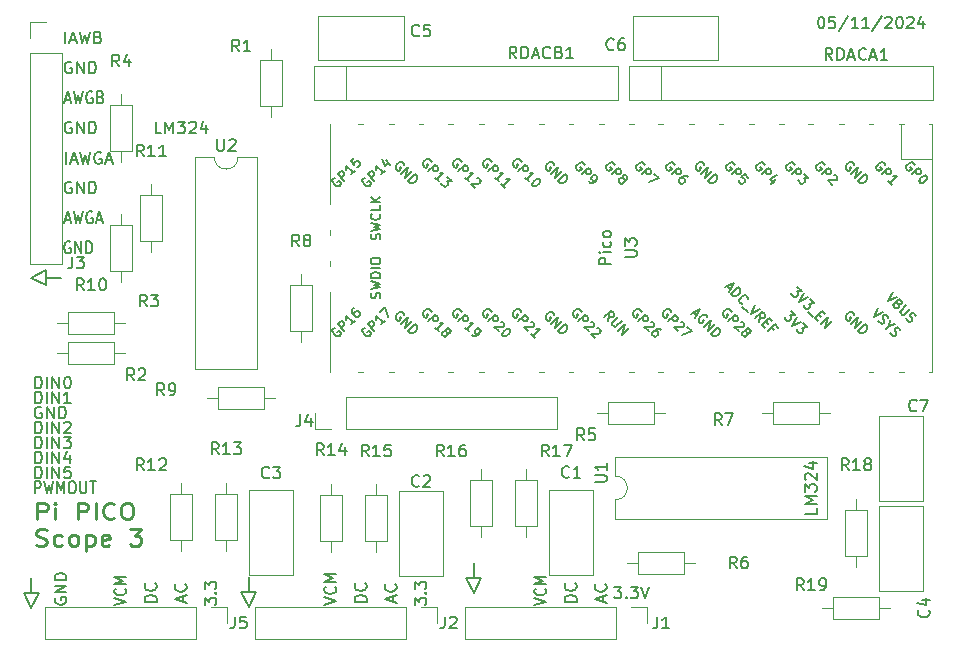
<source format=gbr>
%TF.GenerationSoftware,KiCad,Pcbnew,7.0.7*%
%TF.CreationDate,2024-05-24T10:33:18-04:00*%
%TF.ProjectId,pi-pico-adapter3,70692d70-6963-46f2-9d61-646170746572,rev?*%
%TF.SameCoordinates,PX791ddc0PY791ddc0*%
%TF.FileFunction,Legend,Top*%
%TF.FilePolarity,Positive*%
%FSLAX46Y46*%
G04 Gerber Fmt 4.6, Leading zero omitted, Abs format (unit mm)*
G04 Created by KiCad (PCBNEW 7.0.7) date 2024-05-24 10:33:18*
%MOMM*%
%LPD*%
G01*
G04 APERTURE LIST*
%ADD10C,0.150000*%
%ADD11C,0.152400*%
%ADD12C,0.228600*%
%ADD13C,0.120000*%
G04 APERTURE END LIST*
D10*
X-7315000Y33410000D02*
X-7315000Y32140000D01*
X11100000Y33350000D02*
X11735000Y32080000D01*
X11735000Y33350000D02*
X11100000Y33350000D01*
X-7950000Y32140000D02*
X-7315000Y30870000D01*
X-25730000Y58750000D02*
X-24460000Y58115000D01*
X-25730000Y32080000D02*
X-26365000Y32080000D01*
X-25730000Y33350000D02*
X-25730000Y32080000D01*
X-24460000Y58750000D02*
X-24460000Y59385000D01*
X-23190000Y58750000D02*
X-24460000Y58750000D01*
X11735000Y32080000D02*
X12370000Y33350000D01*
X-25730000Y30810000D02*
X-25095000Y32080000D01*
X-24460000Y59385000D02*
X-25730000Y58750000D01*
X12370000Y33350000D02*
X11735000Y33350000D01*
X-24460000Y58115000D02*
X-24460000Y58750000D01*
X-7315000Y32140000D02*
X-7950000Y32140000D01*
X-7315000Y30870000D02*
X-6680000Y32140000D01*
X-6680000Y32140000D02*
X-7315000Y32140000D01*
X-26365000Y32080000D02*
X-25730000Y30810000D01*
X11735000Y34620000D02*
X11735000Y33350000D01*
X-25095000Y32080000D02*
X-25730000Y32080000D01*
D11*
X-24874995Y47813084D02*
X-24969337Y47860255D01*
X-24969337Y47860255D02*
X-25110852Y47860255D01*
X-25110852Y47860255D02*
X-25252366Y47813084D01*
X-25252366Y47813084D02*
X-25346709Y47718741D01*
X-25346709Y47718741D02*
X-25393880Y47624398D01*
X-25393880Y47624398D02*
X-25441052Y47435712D01*
X-25441052Y47435712D02*
X-25441052Y47294198D01*
X-25441052Y47294198D02*
X-25393880Y47105512D01*
X-25393880Y47105512D02*
X-25346709Y47011169D01*
X-25346709Y47011169D02*
X-25252366Y46916826D01*
X-25252366Y46916826D02*
X-25110852Y46869655D01*
X-25110852Y46869655D02*
X-25016509Y46869655D01*
X-25016509Y46869655D02*
X-24874995Y46916826D01*
X-24874995Y46916826D02*
X-24827823Y46963998D01*
X-24827823Y46963998D02*
X-24827823Y47294198D01*
X-24827823Y47294198D02*
X-25016509Y47294198D01*
X-24403280Y46869655D02*
X-24403280Y47860255D01*
X-24403280Y47860255D02*
X-23837223Y46869655D01*
X-23837223Y46869655D02*
X-23837223Y47860255D01*
X-23365509Y46869655D02*
X-23365509Y47860255D01*
X-23365509Y47860255D02*
X-23129652Y47860255D01*
X-23129652Y47860255D02*
X-22988138Y47813084D01*
X-22988138Y47813084D02*
X-22893795Y47718741D01*
X-22893795Y47718741D02*
X-22846624Y47624398D01*
X-22846624Y47624398D02*
X-22799452Y47435712D01*
X-22799452Y47435712D02*
X-22799452Y47294198D01*
X-22799452Y47294198D02*
X-22846624Y47105512D01*
X-22846624Y47105512D02*
X-22893795Y47011169D01*
X-22893795Y47011169D02*
X-22988138Y46916826D01*
X-22988138Y46916826D02*
X-23129652Y46869655D01*
X-23129652Y46869655D02*
X-23365509Y46869655D01*
X-25393880Y41789655D02*
X-25393880Y42780255D01*
X-25393880Y42780255D02*
X-25158023Y42780255D01*
X-25158023Y42780255D02*
X-25016509Y42733084D01*
X-25016509Y42733084D02*
X-24922166Y42638741D01*
X-24922166Y42638741D02*
X-24874995Y42544398D01*
X-24874995Y42544398D02*
X-24827823Y42355712D01*
X-24827823Y42355712D02*
X-24827823Y42214198D01*
X-24827823Y42214198D02*
X-24874995Y42025512D01*
X-24874995Y42025512D02*
X-24922166Y41931169D01*
X-24922166Y41931169D02*
X-25016509Y41836826D01*
X-25016509Y41836826D02*
X-25158023Y41789655D01*
X-25158023Y41789655D02*
X-25393880Y41789655D01*
X-24403280Y41789655D02*
X-24403280Y42780255D01*
X-23931566Y41789655D02*
X-23931566Y42780255D01*
X-23931566Y42780255D02*
X-23365509Y41789655D01*
X-23365509Y41789655D02*
X-23365509Y42780255D01*
X-22422081Y42780255D02*
X-22893795Y42780255D01*
X-22893795Y42780255D02*
X-22940967Y42308541D01*
X-22940967Y42308541D02*
X-22893795Y42355712D01*
X-22893795Y42355712D02*
X-22799452Y42402884D01*
X-22799452Y42402884D02*
X-22563595Y42402884D01*
X-22563595Y42402884D02*
X-22469252Y42355712D01*
X-22469252Y42355712D02*
X-22422081Y42308541D01*
X-22422081Y42308541D02*
X-22374910Y42214198D01*
X-22374910Y42214198D02*
X-22374910Y41978341D01*
X-22374910Y41978341D02*
X-22422081Y41883998D01*
X-22422081Y41883998D02*
X-22469252Y41836826D01*
X-22469252Y41836826D02*
X-22563595Y41789655D01*
X-22563595Y41789655D02*
X-22799452Y41789655D01*
X-22799452Y41789655D02*
X-22893795Y41836826D01*
X-22893795Y41836826D02*
X-22940967Y41883998D01*
X-25393880Y45599655D02*
X-25393880Y46590255D01*
X-25393880Y46590255D02*
X-25158023Y46590255D01*
X-25158023Y46590255D02*
X-25016509Y46543084D01*
X-25016509Y46543084D02*
X-24922166Y46448741D01*
X-24922166Y46448741D02*
X-24874995Y46354398D01*
X-24874995Y46354398D02*
X-24827823Y46165712D01*
X-24827823Y46165712D02*
X-24827823Y46024198D01*
X-24827823Y46024198D02*
X-24874995Y45835512D01*
X-24874995Y45835512D02*
X-24922166Y45741169D01*
X-24922166Y45741169D02*
X-25016509Y45646826D01*
X-25016509Y45646826D02*
X-25158023Y45599655D01*
X-25158023Y45599655D02*
X-25393880Y45599655D01*
X-24403280Y45599655D02*
X-24403280Y46590255D01*
X-23931566Y45599655D02*
X-23931566Y46590255D01*
X-23931566Y46590255D02*
X-23365509Y45599655D01*
X-23365509Y45599655D02*
X-23365509Y46590255D01*
X-22940967Y46495912D02*
X-22893795Y46543084D01*
X-22893795Y46543084D02*
X-22799452Y46590255D01*
X-22799452Y46590255D02*
X-22563595Y46590255D01*
X-22563595Y46590255D02*
X-22469252Y46543084D01*
X-22469252Y46543084D02*
X-22422081Y46495912D01*
X-22422081Y46495912D02*
X-22374910Y46401569D01*
X-22374910Y46401569D02*
X-22374910Y46307226D01*
X-22374910Y46307226D02*
X-22422081Y46165712D01*
X-22422081Y46165712D02*
X-22988138Y45599655D01*
X-22988138Y45599655D02*
X-22374910Y45599655D01*
X-22793880Y68429655D02*
X-22793880Y69420255D01*
X-22369338Y68712684D02*
X-21897623Y68712684D01*
X-22463681Y68429655D02*
X-22133481Y69420255D01*
X-22133481Y69420255D02*
X-21803281Y68429655D01*
X-21567423Y69420255D02*
X-21331566Y68429655D01*
X-21331566Y68429655D02*
X-21142880Y69137226D01*
X-21142880Y69137226D02*
X-20954195Y68429655D01*
X-20954195Y68429655D02*
X-20718337Y69420255D01*
X-19822081Y69373084D02*
X-19916423Y69420255D01*
X-19916423Y69420255D02*
X-20057938Y69420255D01*
X-20057938Y69420255D02*
X-20199452Y69373084D01*
X-20199452Y69373084D02*
X-20293795Y69278741D01*
X-20293795Y69278741D02*
X-20340966Y69184398D01*
X-20340966Y69184398D02*
X-20388138Y68995712D01*
X-20388138Y68995712D02*
X-20388138Y68854198D01*
X-20388138Y68854198D02*
X-20340966Y68665512D01*
X-20340966Y68665512D02*
X-20293795Y68571169D01*
X-20293795Y68571169D02*
X-20199452Y68476826D01*
X-20199452Y68476826D02*
X-20057938Y68429655D01*
X-20057938Y68429655D02*
X-19963595Y68429655D01*
X-19963595Y68429655D02*
X-19822081Y68476826D01*
X-19822081Y68476826D02*
X-19774909Y68523998D01*
X-19774909Y68523998D02*
X-19774909Y68854198D01*
X-19774909Y68854198D02*
X-19963595Y68854198D01*
X-19397538Y68712684D02*
X-18925823Y68712684D01*
X-19491881Y68429655D02*
X-19161681Y69420255D01*
X-19161681Y69420255D02*
X-18831481Y68429655D01*
X-22412404Y61795524D02*
X-22497071Y61843905D01*
X-22497071Y61843905D02*
X-22624071Y61843905D01*
X-22624071Y61843905D02*
X-22751071Y61795524D01*
X-22751071Y61795524D02*
X-22835737Y61698762D01*
X-22835737Y61698762D02*
X-22878071Y61602000D01*
X-22878071Y61602000D02*
X-22920404Y61408476D01*
X-22920404Y61408476D02*
X-22920404Y61263333D01*
X-22920404Y61263333D02*
X-22878071Y61069809D01*
X-22878071Y61069809D02*
X-22835737Y60973047D01*
X-22835737Y60973047D02*
X-22751071Y60876285D01*
X-22751071Y60876285D02*
X-22624071Y60827905D01*
X-22624071Y60827905D02*
X-22539404Y60827905D01*
X-22539404Y60827905D02*
X-22412404Y60876285D01*
X-22412404Y60876285D02*
X-22370071Y60924666D01*
X-22370071Y60924666D02*
X-22370071Y61263333D01*
X-22370071Y61263333D02*
X-22539404Y61263333D01*
X-21989071Y60827905D02*
X-21989071Y61843905D01*
X-21989071Y61843905D02*
X-21481071Y60827905D01*
X-21481071Y60827905D02*
X-21481071Y61843905D01*
X-21057738Y60827905D02*
X-21057738Y61843905D01*
X-21057738Y61843905D02*
X-20846071Y61843905D01*
X-20846071Y61843905D02*
X-20719071Y61795524D01*
X-20719071Y61795524D02*
X-20634404Y61698762D01*
X-20634404Y61698762D02*
X-20592071Y61602000D01*
X-20592071Y61602000D02*
X-20549738Y61408476D01*
X-20549738Y61408476D02*
X-20549738Y61263333D01*
X-20549738Y61263333D02*
X-20592071Y61069809D01*
X-20592071Y61069809D02*
X-20634404Y60973047D01*
X-20634404Y60973047D02*
X-20719071Y60876285D01*
X-20719071Y60876285D02*
X-20846071Y60827905D01*
X-20846071Y60827905D02*
X-21057738Y60827905D01*
X23645181Y32606606D02*
X24242686Y32606606D01*
X24242686Y32606606D02*
X23920953Y32238910D01*
X23920953Y32238910D02*
X24058838Y32238910D01*
X24058838Y32238910D02*
X24150762Y32192948D01*
X24150762Y32192948D02*
X24196724Y32146987D01*
X24196724Y32146987D02*
X24242686Y32055063D01*
X24242686Y32055063D02*
X24242686Y31825253D01*
X24242686Y31825253D02*
X24196724Y31733329D01*
X24196724Y31733329D02*
X24150762Y31687367D01*
X24150762Y31687367D02*
X24058838Y31641406D01*
X24058838Y31641406D02*
X23783067Y31641406D01*
X23783067Y31641406D02*
X23691143Y31687367D01*
X23691143Y31687367D02*
X23645181Y31733329D01*
X24656343Y31733329D02*
X24702305Y31687367D01*
X24702305Y31687367D02*
X24656343Y31641406D01*
X24656343Y31641406D02*
X24610381Y31687367D01*
X24610381Y31687367D02*
X24656343Y31733329D01*
X24656343Y31733329D02*
X24656343Y31641406D01*
X25024038Y32606606D02*
X25621543Y32606606D01*
X25621543Y32606606D02*
X25299810Y32238910D01*
X25299810Y32238910D02*
X25437695Y32238910D01*
X25437695Y32238910D02*
X25529619Y32192948D01*
X25529619Y32192948D02*
X25575581Y32146987D01*
X25575581Y32146987D02*
X25621543Y32055063D01*
X25621543Y32055063D02*
X25621543Y31825253D01*
X25621543Y31825253D02*
X25575581Y31733329D01*
X25575581Y31733329D02*
X25529619Y31687367D01*
X25529619Y31687367D02*
X25437695Y31641406D01*
X25437695Y31641406D02*
X25161924Y31641406D01*
X25161924Y31641406D02*
X25070000Y31687367D01*
X25070000Y31687367D02*
X25024038Y31733329D01*
X25897314Y32606606D02*
X26219048Y31641406D01*
X26219048Y31641406D02*
X26540781Y32606606D01*
X-22334995Y77023084D02*
X-22429337Y77070255D01*
X-22429337Y77070255D02*
X-22570852Y77070255D01*
X-22570852Y77070255D02*
X-22712366Y77023084D01*
X-22712366Y77023084D02*
X-22806709Y76928741D01*
X-22806709Y76928741D02*
X-22853880Y76834398D01*
X-22853880Y76834398D02*
X-22901052Y76645712D01*
X-22901052Y76645712D02*
X-22901052Y76504198D01*
X-22901052Y76504198D02*
X-22853880Y76315512D01*
X-22853880Y76315512D02*
X-22806709Y76221169D01*
X-22806709Y76221169D02*
X-22712366Y76126826D01*
X-22712366Y76126826D02*
X-22570852Y76079655D01*
X-22570852Y76079655D02*
X-22476509Y76079655D01*
X-22476509Y76079655D02*
X-22334995Y76126826D01*
X-22334995Y76126826D02*
X-22287823Y76173998D01*
X-22287823Y76173998D02*
X-22287823Y76504198D01*
X-22287823Y76504198D02*
X-22476509Y76504198D01*
X-21863280Y76079655D02*
X-21863280Y77070255D01*
X-21863280Y77070255D02*
X-21297223Y76079655D01*
X-21297223Y76079655D02*
X-21297223Y77070255D01*
X-20825509Y76079655D02*
X-20825509Y77070255D01*
X-20825509Y77070255D02*
X-20589652Y77070255D01*
X-20589652Y77070255D02*
X-20448138Y77023084D01*
X-20448138Y77023084D02*
X-20353795Y76928741D01*
X-20353795Y76928741D02*
X-20306624Y76834398D01*
X-20306624Y76834398D02*
X-20259452Y76645712D01*
X-20259452Y76645712D02*
X-20259452Y76504198D01*
X-20259452Y76504198D02*
X-20306624Y76315512D01*
X-20306624Y76315512D02*
X-20353795Y76221169D01*
X-20353795Y76221169D02*
X-20448138Y76126826D01*
X-20448138Y76126826D02*
X-20589652Y76079655D01*
X-20589652Y76079655D02*
X-20825509Y76079655D01*
X-11016606Y31068839D02*
X-11016606Y31666344D01*
X-11016606Y31666344D02*
X-10648910Y31344611D01*
X-10648910Y31344611D02*
X-10648910Y31482496D01*
X-10648910Y31482496D02*
X-10602948Y31574420D01*
X-10602948Y31574420D02*
X-10556987Y31620382D01*
X-10556987Y31620382D02*
X-10465063Y31666344D01*
X-10465063Y31666344D02*
X-10235253Y31666344D01*
X-10235253Y31666344D02*
X-10143329Y31620382D01*
X-10143329Y31620382D02*
X-10097367Y31574420D01*
X-10097367Y31574420D02*
X-10051406Y31482496D01*
X-10051406Y31482496D02*
X-10051406Y31206725D01*
X-10051406Y31206725D02*
X-10097367Y31114801D01*
X-10097367Y31114801D02*
X-10143329Y31068839D01*
X-10143329Y32080001D02*
X-10097367Y32125963D01*
X-10097367Y32125963D02*
X-10051406Y32080001D01*
X-10051406Y32080001D02*
X-10097367Y32034039D01*
X-10097367Y32034039D02*
X-10143329Y32080001D01*
X-10143329Y32080001D02*
X-10051406Y32080001D01*
X-11016606Y32447696D02*
X-11016606Y33045201D01*
X-11016606Y33045201D02*
X-10648910Y32723468D01*
X-10648910Y32723468D02*
X-10648910Y32861353D01*
X-10648910Y32861353D02*
X-10602948Y32953277D01*
X-10602948Y32953277D02*
X-10556987Y32999239D01*
X-10556987Y32999239D02*
X-10465063Y33045201D01*
X-10465063Y33045201D02*
X-10235253Y33045201D01*
X-10235253Y33045201D02*
X-10143329Y32999239D01*
X-10143329Y32999239D02*
X-10097367Y32953277D01*
X-10097367Y32953277D02*
X-10051406Y32861353D01*
X-10051406Y32861353D02*
X-10051406Y32585582D01*
X-10051406Y32585582D02*
X-10097367Y32493658D01*
X-10097367Y32493658D02*
X-10143329Y32447696D01*
X-25393880Y48139655D02*
X-25393880Y49130255D01*
X-25393880Y49130255D02*
X-25158023Y49130255D01*
X-25158023Y49130255D02*
X-25016509Y49083084D01*
X-25016509Y49083084D02*
X-24922166Y48988741D01*
X-24922166Y48988741D02*
X-24874995Y48894398D01*
X-24874995Y48894398D02*
X-24827823Y48705712D01*
X-24827823Y48705712D02*
X-24827823Y48564198D01*
X-24827823Y48564198D02*
X-24874995Y48375512D01*
X-24874995Y48375512D02*
X-24922166Y48281169D01*
X-24922166Y48281169D02*
X-25016509Y48186826D01*
X-25016509Y48186826D02*
X-25158023Y48139655D01*
X-25158023Y48139655D02*
X-25393880Y48139655D01*
X-24403280Y48139655D02*
X-24403280Y49130255D01*
X-23931566Y48139655D02*
X-23931566Y49130255D01*
X-23931566Y49130255D02*
X-23365509Y48139655D01*
X-23365509Y48139655D02*
X-23365509Y49130255D01*
X-22374910Y48139655D02*
X-22940967Y48139655D01*
X-22657938Y48139655D02*
X-22657938Y49130255D01*
X-22657938Y49130255D02*
X-22752281Y48988741D01*
X-22752281Y48988741D02*
X-22846624Y48894398D01*
X-22846624Y48894398D02*
X-22940967Y48847226D01*
D10*
X-15115181Y31318096D02*
X-16115181Y31318096D01*
X-16115181Y31318096D02*
X-16115181Y31556191D01*
X-16115181Y31556191D02*
X-16067562Y31699048D01*
X-16067562Y31699048D02*
X-15972324Y31794286D01*
X-15972324Y31794286D02*
X-15877086Y31841905D01*
X-15877086Y31841905D02*
X-15686610Y31889524D01*
X-15686610Y31889524D02*
X-15543753Y31889524D01*
X-15543753Y31889524D02*
X-15353277Y31841905D01*
X-15353277Y31841905D02*
X-15258039Y31794286D01*
X-15258039Y31794286D02*
X-15162800Y31699048D01*
X-15162800Y31699048D02*
X-15115181Y31556191D01*
X-15115181Y31556191D02*
X-15115181Y31318096D01*
X-15210420Y32889524D02*
X-15162800Y32841905D01*
X-15162800Y32841905D02*
X-15115181Y32699048D01*
X-15115181Y32699048D02*
X-15115181Y32603810D01*
X-15115181Y32603810D02*
X-15162800Y32460953D01*
X-15162800Y32460953D02*
X-15258039Y32365715D01*
X-15258039Y32365715D02*
X-15353277Y32318096D01*
X-15353277Y32318096D02*
X-15543753Y32270477D01*
X-15543753Y32270477D02*
X-15686610Y32270477D01*
X-15686610Y32270477D02*
X-15877086Y32318096D01*
X-15877086Y32318096D02*
X-15972324Y32365715D01*
X-15972324Y32365715D02*
X-16067562Y32460953D01*
X-16067562Y32460953D02*
X-16115181Y32603810D01*
X-16115181Y32603810D02*
X-16115181Y32699048D01*
X-16115181Y32699048D02*
X-16067562Y32841905D01*
X-16067562Y32841905D02*
X-16019943Y32889524D01*
D11*
X-22853880Y78619655D02*
X-22853880Y79610255D01*
X-22429338Y78902684D02*
X-21957623Y78902684D01*
X-22523681Y78619655D02*
X-22193481Y79610255D01*
X-22193481Y79610255D02*
X-21863281Y78619655D01*
X-21627423Y79610255D02*
X-21391566Y78619655D01*
X-21391566Y78619655D02*
X-21202880Y79327226D01*
X-21202880Y79327226D02*
X-21014195Y78619655D01*
X-21014195Y78619655D02*
X-20778337Y79610255D01*
X-20070766Y79138541D02*
X-19929252Y79091369D01*
X-19929252Y79091369D02*
X-19882081Y79044198D01*
X-19882081Y79044198D02*
X-19834909Y78949855D01*
X-19834909Y78949855D02*
X-19834909Y78808341D01*
X-19834909Y78808341D02*
X-19882081Y78713998D01*
X-19882081Y78713998D02*
X-19929252Y78666826D01*
X-19929252Y78666826D02*
X-20023595Y78619655D01*
X-20023595Y78619655D02*
X-20400966Y78619655D01*
X-20400966Y78619655D02*
X-20400966Y79610255D01*
X-20400966Y79610255D02*
X-20070766Y79610255D01*
X-20070766Y79610255D02*
X-19976423Y79563084D01*
X-19976423Y79563084D02*
X-19929252Y79515912D01*
X-19929252Y79515912D02*
X-19882081Y79421569D01*
X-19882081Y79421569D02*
X-19882081Y79327226D01*
X-19882081Y79327226D02*
X-19929252Y79232884D01*
X-19929252Y79232884D02*
X-19976423Y79185712D01*
X-19976423Y79185712D02*
X-20070766Y79138541D01*
X-20070766Y79138541D02*
X-20400966Y79138541D01*
X6763394Y31068839D02*
X6763394Y31666344D01*
X6763394Y31666344D02*
X7131090Y31344611D01*
X7131090Y31344611D02*
X7131090Y31482496D01*
X7131090Y31482496D02*
X7177052Y31574420D01*
X7177052Y31574420D02*
X7223013Y31620382D01*
X7223013Y31620382D02*
X7314937Y31666344D01*
X7314937Y31666344D02*
X7544747Y31666344D01*
X7544747Y31666344D02*
X7636671Y31620382D01*
X7636671Y31620382D02*
X7682633Y31574420D01*
X7682633Y31574420D02*
X7728594Y31482496D01*
X7728594Y31482496D02*
X7728594Y31206725D01*
X7728594Y31206725D02*
X7682633Y31114801D01*
X7682633Y31114801D02*
X7636671Y31068839D01*
X7636671Y32080001D02*
X7682633Y32125963D01*
X7682633Y32125963D02*
X7728594Y32080001D01*
X7728594Y32080001D02*
X7682633Y32034039D01*
X7682633Y32034039D02*
X7636671Y32080001D01*
X7636671Y32080001D02*
X7728594Y32080001D01*
X6763394Y32447696D02*
X6763394Y33045201D01*
X6763394Y33045201D02*
X7131090Y32723468D01*
X7131090Y32723468D02*
X7131090Y32861353D01*
X7131090Y32861353D02*
X7177052Y32953277D01*
X7177052Y32953277D02*
X7223013Y32999239D01*
X7223013Y32999239D02*
X7314937Y33045201D01*
X7314937Y33045201D02*
X7544747Y33045201D01*
X7544747Y33045201D02*
X7636671Y32999239D01*
X7636671Y32999239D02*
X7682633Y32953277D01*
X7682633Y32953277D02*
X7728594Y32861353D01*
X7728594Y32861353D02*
X7728594Y32585582D01*
X7728594Y32585582D02*
X7682633Y32493658D01*
X7682633Y32493658D02*
X7636671Y32447696D01*
X-25418071Y40507905D02*
X-25418071Y41523905D01*
X-25418071Y41523905D02*
X-25079404Y41523905D01*
X-25079404Y41523905D02*
X-24994737Y41475524D01*
X-24994737Y41475524D02*
X-24952404Y41427143D01*
X-24952404Y41427143D02*
X-24910071Y41330381D01*
X-24910071Y41330381D02*
X-24910071Y41185238D01*
X-24910071Y41185238D02*
X-24952404Y41088476D01*
X-24952404Y41088476D02*
X-24994737Y41040095D01*
X-24994737Y41040095D02*
X-25079404Y40991714D01*
X-25079404Y40991714D02*
X-25418071Y40991714D01*
X-24613737Y41523905D02*
X-24402071Y40507905D01*
X-24402071Y40507905D02*
X-24232737Y41233619D01*
X-24232737Y41233619D02*
X-24063404Y40507905D01*
X-24063404Y40507905D02*
X-23851737Y41523905D01*
X-23513071Y40507905D02*
X-23513071Y41523905D01*
X-23513071Y41523905D02*
X-23216737Y40798190D01*
X-23216737Y40798190D02*
X-22920404Y41523905D01*
X-22920404Y41523905D02*
X-22920404Y40507905D01*
X-22327737Y41523905D02*
X-22158404Y41523905D01*
X-22158404Y41523905D02*
X-22073737Y41475524D01*
X-22073737Y41475524D02*
X-21989071Y41378762D01*
X-21989071Y41378762D02*
X-21946737Y41185238D01*
X-21946737Y41185238D02*
X-21946737Y40846571D01*
X-21946737Y40846571D02*
X-21989071Y40653047D01*
X-21989071Y40653047D02*
X-22073737Y40556285D01*
X-22073737Y40556285D02*
X-22158404Y40507905D01*
X-22158404Y40507905D02*
X-22327737Y40507905D01*
X-22327737Y40507905D02*
X-22412404Y40556285D01*
X-22412404Y40556285D02*
X-22497071Y40653047D01*
X-22497071Y40653047D02*
X-22539404Y40846571D01*
X-22539404Y40846571D02*
X-22539404Y41185238D01*
X-22539404Y41185238D02*
X-22497071Y41378762D01*
X-22497071Y41378762D02*
X-22412404Y41475524D01*
X-22412404Y41475524D02*
X-22327737Y41523905D01*
X-21565738Y41523905D02*
X-21565738Y40701428D01*
X-21565738Y40701428D02*
X-21523404Y40604666D01*
X-21523404Y40604666D02*
X-21481071Y40556285D01*
X-21481071Y40556285D02*
X-21396404Y40507905D01*
X-21396404Y40507905D02*
X-21227071Y40507905D01*
X-21227071Y40507905D02*
X-21142404Y40556285D01*
X-21142404Y40556285D02*
X-21100071Y40604666D01*
X-21100071Y40604666D02*
X-21057738Y40701428D01*
X-21057738Y40701428D02*
X-21057738Y41523905D01*
X-20761405Y41523905D02*
X-20253405Y41523905D01*
X-20507405Y40507905D02*
X-20507405Y41523905D01*
X41115543Y80866606D02*
X41207466Y80866606D01*
X41207466Y80866606D02*
X41299390Y80820644D01*
X41299390Y80820644D02*
X41345352Y80774682D01*
X41345352Y80774682D02*
X41391314Y80682758D01*
X41391314Y80682758D02*
X41437276Y80498910D01*
X41437276Y80498910D02*
X41437276Y80269101D01*
X41437276Y80269101D02*
X41391314Y80085253D01*
X41391314Y80085253D02*
X41345352Y79993329D01*
X41345352Y79993329D02*
X41299390Y79947367D01*
X41299390Y79947367D02*
X41207466Y79901406D01*
X41207466Y79901406D02*
X41115543Y79901406D01*
X41115543Y79901406D02*
X41023619Y79947367D01*
X41023619Y79947367D02*
X40977657Y79993329D01*
X40977657Y79993329D02*
X40931695Y80085253D01*
X40931695Y80085253D02*
X40885733Y80269101D01*
X40885733Y80269101D02*
X40885733Y80498910D01*
X40885733Y80498910D02*
X40931695Y80682758D01*
X40931695Y80682758D02*
X40977657Y80774682D01*
X40977657Y80774682D02*
X41023619Y80820644D01*
X41023619Y80820644D02*
X41115543Y80866606D01*
X42310552Y80866606D02*
X41850933Y80866606D01*
X41850933Y80866606D02*
X41804971Y80406987D01*
X41804971Y80406987D02*
X41850933Y80452948D01*
X41850933Y80452948D02*
X41942857Y80498910D01*
X41942857Y80498910D02*
X42172666Y80498910D01*
X42172666Y80498910D02*
X42264590Y80452948D01*
X42264590Y80452948D02*
X42310552Y80406987D01*
X42310552Y80406987D02*
X42356514Y80315063D01*
X42356514Y80315063D02*
X42356514Y80085253D01*
X42356514Y80085253D02*
X42310552Y79993329D01*
X42310552Y79993329D02*
X42264590Y79947367D01*
X42264590Y79947367D02*
X42172666Y79901406D01*
X42172666Y79901406D02*
X41942857Y79901406D01*
X41942857Y79901406D02*
X41850933Y79947367D01*
X41850933Y79947367D02*
X41804971Y79993329D01*
X43459600Y80912567D02*
X42632285Y79671596D01*
X44286914Y79901406D02*
X43735371Y79901406D01*
X44011143Y79901406D02*
X44011143Y80866606D01*
X44011143Y80866606D02*
X43919219Y80728720D01*
X43919219Y80728720D02*
X43827295Y80636796D01*
X43827295Y80636796D02*
X43735371Y80590834D01*
X45206152Y79901406D02*
X44654609Y79901406D01*
X44930381Y79901406D02*
X44930381Y80866606D01*
X44930381Y80866606D02*
X44838457Y80728720D01*
X44838457Y80728720D02*
X44746533Y80636796D01*
X44746533Y80636796D02*
X44654609Y80590834D01*
X46309238Y80912567D02*
X45481923Y79671596D01*
X46585009Y80774682D02*
X46630971Y80820644D01*
X46630971Y80820644D02*
X46722895Y80866606D01*
X46722895Y80866606D02*
X46952704Y80866606D01*
X46952704Y80866606D02*
X47044628Y80820644D01*
X47044628Y80820644D02*
X47090590Y80774682D01*
X47090590Y80774682D02*
X47136552Y80682758D01*
X47136552Y80682758D02*
X47136552Y80590834D01*
X47136552Y80590834D02*
X47090590Y80452948D01*
X47090590Y80452948D02*
X46539047Y79901406D01*
X46539047Y79901406D02*
X47136552Y79901406D01*
X47734057Y80866606D02*
X47825980Y80866606D01*
X47825980Y80866606D02*
X47917904Y80820644D01*
X47917904Y80820644D02*
X47963866Y80774682D01*
X47963866Y80774682D02*
X48009828Y80682758D01*
X48009828Y80682758D02*
X48055790Y80498910D01*
X48055790Y80498910D02*
X48055790Y80269101D01*
X48055790Y80269101D02*
X48009828Y80085253D01*
X48009828Y80085253D02*
X47963866Y79993329D01*
X47963866Y79993329D02*
X47917904Y79947367D01*
X47917904Y79947367D02*
X47825980Y79901406D01*
X47825980Y79901406D02*
X47734057Y79901406D01*
X47734057Y79901406D02*
X47642133Y79947367D01*
X47642133Y79947367D02*
X47596171Y79993329D01*
X47596171Y79993329D02*
X47550209Y80085253D01*
X47550209Y80085253D02*
X47504247Y80269101D01*
X47504247Y80269101D02*
X47504247Y80498910D01*
X47504247Y80498910D02*
X47550209Y80682758D01*
X47550209Y80682758D02*
X47596171Y80774682D01*
X47596171Y80774682D02*
X47642133Y80820644D01*
X47642133Y80820644D02*
X47734057Y80866606D01*
X48423485Y80774682D02*
X48469447Y80820644D01*
X48469447Y80820644D02*
X48561371Y80866606D01*
X48561371Y80866606D02*
X48791180Y80866606D01*
X48791180Y80866606D02*
X48883104Y80820644D01*
X48883104Y80820644D02*
X48929066Y80774682D01*
X48929066Y80774682D02*
X48975028Y80682758D01*
X48975028Y80682758D02*
X48975028Y80590834D01*
X48975028Y80590834D02*
X48929066Y80452948D01*
X48929066Y80452948D02*
X48377523Y79901406D01*
X48377523Y79901406D02*
X48975028Y79901406D01*
X49802342Y80544872D02*
X49802342Y79901406D01*
X49572533Y80912567D02*
X49342723Y80223139D01*
X49342723Y80223139D02*
X49940228Y80223139D01*
X-22334995Y66863084D02*
X-22429337Y66910255D01*
X-22429337Y66910255D02*
X-22570852Y66910255D01*
X-22570852Y66910255D02*
X-22712366Y66863084D01*
X-22712366Y66863084D02*
X-22806709Y66768741D01*
X-22806709Y66768741D02*
X-22853880Y66674398D01*
X-22853880Y66674398D02*
X-22901052Y66485712D01*
X-22901052Y66485712D02*
X-22901052Y66344198D01*
X-22901052Y66344198D02*
X-22853880Y66155512D01*
X-22853880Y66155512D02*
X-22806709Y66061169D01*
X-22806709Y66061169D02*
X-22712366Y65966826D01*
X-22712366Y65966826D02*
X-22570852Y65919655D01*
X-22570852Y65919655D02*
X-22476509Y65919655D01*
X-22476509Y65919655D02*
X-22334995Y65966826D01*
X-22334995Y65966826D02*
X-22287823Y66013998D01*
X-22287823Y66013998D02*
X-22287823Y66344198D01*
X-22287823Y66344198D02*
X-22476509Y66344198D01*
X-21863280Y65919655D02*
X-21863280Y66910255D01*
X-21863280Y66910255D02*
X-21297223Y65919655D01*
X-21297223Y65919655D02*
X-21297223Y66910255D01*
X-20825509Y65919655D02*
X-20825509Y66910255D01*
X-20825509Y66910255D02*
X-20589652Y66910255D01*
X-20589652Y66910255D02*
X-20448138Y66863084D01*
X-20448138Y66863084D02*
X-20353795Y66768741D01*
X-20353795Y66768741D02*
X-20306624Y66674398D01*
X-20306624Y66674398D02*
X-20259452Y66485712D01*
X-20259452Y66485712D02*
X-20259452Y66344198D01*
X-20259452Y66344198D02*
X-20306624Y66155512D01*
X-20306624Y66155512D02*
X-20353795Y66061169D01*
X-20353795Y66061169D02*
X-20448138Y65966826D01*
X-20448138Y65966826D02*
X-20589652Y65919655D01*
X-20589652Y65919655D02*
X-20825509Y65919655D01*
X-25393880Y49409655D02*
X-25393880Y50400255D01*
X-25393880Y50400255D02*
X-25158023Y50400255D01*
X-25158023Y50400255D02*
X-25016509Y50353084D01*
X-25016509Y50353084D02*
X-24922166Y50258741D01*
X-24922166Y50258741D02*
X-24874995Y50164398D01*
X-24874995Y50164398D02*
X-24827823Y49975712D01*
X-24827823Y49975712D02*
X-24827823Y49834198D01*
X-24827823Y49834198D02*
X-24874995Y49645512D01*
X-24874995Y49645512D02*
X-24922166Y49551169D01*
X-24922166Y49551169D02*
X-25016509Y49456826D01*
X-25016509Y49456826D02*
X-25158023Y49409655D01*
X-25158023Y49409655D02*
X-25393880Y49409655D01*
X-24403280Y49409655D02*
X-24403280Y50400255D01*
X-23931566Y49409655D02*
X-23931566Y50400255D01*
X-23931566Y50400255D02*
X-23365509Y49409655D01*
X-23365509Y49409655D02*
X-23365509Y50400255D01*
X-22705110Y50400255D02*
X-22610767Y50400255D01*
X-22610767Y50400255D02*
X-22516424Y50353084D01*
X-22516424Y50353084D02*
X-22469252Y50305912D01*
X-22469252Y50305912D02*
X-22422081Y50211569D01*
X-22422081Y50211569D02*
X-22374910Y50022884D01*
X-22374910Y50022884D02*
X-22374910Y49787026D01*
X-22374910Y49787026D02*
X-22422081Y49598341D01*
X-22422081Y49598341D02*
X-22469252Y49503998D01*
X-22469252Y49503998D02*
X-22516424Y49456826D01*
X-22516424Y49456826D02*
X-22610767Y49409655D01*
X-22610767Y49409655D02*
X-22705110Y49409655D01*
X-22705110Y49409655D02*
X-22799452Y49456826D01*
X-22799452Y49456826D02*
X-22846624Y49503998D01*
X-22846624Y49503998D02*
X-22893795Y49598341D01*
X-22893795Y49598341D02*
X-22940967Y49787026D01*
X-22940967Y49787026D02*
X-22940967Y50022884D01*
X-22940967Y50022884D02*
X-22893795Y50211569D01*
X-22893795Y50211569D02*
X-22846624Y50305912D01*
X-22846624Y50305912D02*
X-22799452Y50353084D01*
X-22799452Y50353084D02*
X-22705110Y50400255D01*
D10*
X4919104Y31341906D02*
X4919104Y31818096D01*
X5204819Y31246668D02*
X4204819Y31580001D01*
X4204819Y31580001D02*
X5204819Y31913334D01*
X5109580Y32818096D02*
X5157200Y32770477D01*
X5157200Y32770477D02*
X5204819Y32627620D01*
X5204819Y32627620D02*
X5204819Y32532382D01*
X5204819Y32532382D02*
X5157200Y32389525D01*
X5157200Y32389525D02*
X5061961Y32294287D01*
X5061961Y32294287D02*
X4966723Y32246668D01*
X4966723Y32246668D02*
X4776247Y32199049D01*
X4776247Y32199049D02*
X4633390Y32199049D01*
X4633390Y32199049D02*
X4442914Y32246668D01*
X4442914Y32246668D02*
X4347676Y32294287D01*
X4347676Y32294287D02*
X4252438Y32389525D01*
X4252438Y32389525D02*
X4204819Y32532382D01*
X4204819Y32532382D02*
X4204819Y32627620D01*
X4204819Y32627620D02*
X4252438Y32770477D01*
X4252438Y32770477D02*
X4300057Y32818096D01*
D11*
X-900255Y31064606D02*
X90345Y31394806D01*
X90345Y31394806D02*
X-900255Y31725006D01*
X-3998Y32621264D02*
X43174Y32574092D01*
X43174Y32574092D02*
X90345Y32432578D01*
X90345Y32432578D02*
X90345Y32338235D01*
X90345Y32338235D02*
X43174Y32196721D01*
X43174Y32196721D02*
X-51169Y32102378D01*
X-51169Y32102378D02*
X-145512Y32055207D01*
X-145512Y32055207D02*
X-334198Y32008035D01*
X-334198Y32008035D02*
X-475712Y32008035D01*
X-475712Y32008035D02*
X-664398Y32055207D01*
X-664398Y32055207D02*
X-758741Y32102378D01*
X-758741Y32102378D02*
X-853084Y32196721D01*
X-853084Y32196721D02*
X-900255Y32338235D01*
X-900255Y32338235D02*
X-900255Y32432578D01*
X-900255Y32432578D02*
X-853084Y32574092D01*
X-853084Y32574092D02*
X-805912Y32621264D01*
X90345Y33045807D02*
X-900255Y33045807D01*
X-900255Y33045807D02*
X-192684Y33376007D01*
X-192684Y33376007D02*
X-900255Y33706207D01*
X-900255Y33706207D02*
X90345Y33706207D01*
D10*
X20444819Y31318096D02*
X19444819Y31318096D01*
X19444819Y31318096D02*
X19444819Y31556191D01*
X19444819Y31556191D02*
X19492438Y31699048D01*
X19492438Y31699048D02*
X19587676Y31794286D01*
X19587676Y31794286D02*
X19682914Y31841905D01*
X19682914Y31841905D02*
X19873390Y31889524D01*
X19873390Y31889524D02*
X20016247Y31889524D01*
X20016247Y31889524D02*
X20206723Y31841905D01*
X20206723Y31841905D02*
X20301961Y31794286D01*
X20301961Y31794286D02*
X20397200Y31699048D01*
X20397200Y31699048D02*
X20444819Y31556191D01*
X20444819Y31556191D02*
X20444819Y31318096D01*
X20349580Y32889524D02*
X20397200Y32841905D01*
X20397200Y32841905D02*
X20444819Y32699048D01*
X20444819Y32699048D02*
X20444819Y32603810D01*
X20444819Y32603810D02*
X20397200Y32460953D01*
X20397200Y32460953D02*
X20301961Y32365715D01*
X20301961Y32365715D02*
X20206723Y32318096D01*
X20206723Y32318096D02*
X20016247Y32270477D01*
X20016247Y32270477D02*
X19873390Y32270477D01*
X19873390Y32270477D02*
X19682914Y32318096D01*
X19682914Y32318096D02*
X19587676Y32365715D01*
X19587676Y32365715D02*
X19492438Y32460953D01*
X19492438Y32460953D02*
X19444819Y32603810D01*
X19444819Y32603810D02*
X19444819Y32699048D01*
X19444819Y32699048D02*
X19492438Y32841905D01*
X19492438Y32841905D02*
X19540057Y32889524D01*
X22699104Y31341906D02*
X22699104Y31818096D01*
X22984819Y31246668D02*
X21984819Y31580001D01*
X21984819Y31580001D02*
X22984819Y31913334D01*
X22889580Y32818096D02*
X22937200Y32770477D01*
X22937200Y32770477D02*
X22984819Y32627620D01*
X22984819Y32627620D02*
X22984819Y32532382D01*
X22984819Y32532382D02*
X22937200Y32389525D01*
X22937200Y32389525D02*
X22841961Y32294287D01*
X22841961Y32294287D02*
X22746723Y32246668D01*
X22746723Y32246668D02*
X22556247Y32199049D01*
X22556247Y32199049D02*
X22413390Y32199049D01*
X22413390Y32199049D02*
X22222914Y32246668D01*
X22222914Y32246668D02*
X22127676Y32294287D01*
X22127676Y32294287D02*
X22032438Y32389525D01*
X22032438Y32389525D02*
X21984819Y32532382D01*
X21984819Y32532382D02*
X21984819Y32627620D01*
X21984819Y32627620D02*
X22032438Y32770477D01*
X22032438Y32770477D02*
X22080057Y32818096D01*
D11*
X-22844204Y73818190D02*
X-22420871Y73818190D01*
X-22928871Y73527905D02*
X-22632537Y74543905D01*
X-22632537Y74543905D02*
X-22336204Y73527905D01*
X-22124537Y74543905D02*
X-21912871Y73527905D01*
X-21912871Y73527905D02*
X-21743537Y74253619D01*
X-21743537Y74253619D02*
X-21574204Y73527905D01*
X-21574204Y73527905D02*
X-21362537Y74543905D01*
X-20558204Y74495524D02*
X-20642871Y74543905D01*
X-20642871Y74543905D02*
X-20769871Y74543905D01*
X-20769871Y74543905D02*
X-20896871Y74495524D01*
X-20896871Y74495524D02*
X-20981537Y74398762D01*
X-20981537Y74398762D02*
X-21023871Y74302000D01*
X-21023871Y74302000D02*
X-21066204Y74108476D01*
X-21066204Y74108476D02*
X-21066204Y73963333D01*
X-21066204Y73963333D02*
X-21023871Y73769809D01*
X-21023871Y73769809D02*
X-20981537Y73673047D01*
X-20981537Y73673047D02*
X-20896871Y73576285D01*
X-20896871Y73576285D02*
X-20769871Y73527905D01*
X-20769871Y73527905D02*
X-20685204Y73527905D01*
X-20685204Y73527905D02*
X-20558204Y73576285D01*
X-20558204Y73576285D02*
X-20515871Y73624666D01*
X-20515871Y73624666D02*
X-20515871Y73963333D01*
X-20515871Y73963333D02*
X-20685204Y73963333D01*
X-19838537Y74060095D02*
X-19711537Y74011714D01*
X-19711537Y74011714D02*
X-19669204Y73963333D01*
X-19669204Y73963333D02*
X-19626871Y73866571D01*
X-19626871Y73866571D02*
X-19626871Y73721428D01*
X-19626871Y73721428D02*
X-19669204Y73624666D01*
X-19669204Y73624666D02*
X-19711537Y73576285D01*
X-19711537Y73576285D02*
X-19796204Y73527905D01*
X-19796204Y73527905D02*
X-20134871Y73527905D01*
X-20134871Y73527905D02*
X-20134871Y74543905D01*
X-20134871Y74543905D02*
X-19838537Y74543905D01*
X-19838537Y74543905D02*
X-19753871Y74495524D01*
X-19753871Y74495524D02*
X-19711537Y74447143D01*
X-19711537Y74447143D02*
X-19669204Y74350381D01*
X-19669204Y74350381D02*
X-19669204Y74253619D01*
X-19669204Y74253619D02*
X-19711537Y74156857D01*
X-19711537Y74156857D02*
X-19753871Y74108476D01*
X-19753871Y74108476D02*
X-19838537Y74060095D01*
X-19838537Y74060095D02*
X-20134871Y74060095D01*
X-22860404Y63658190D02*
X-22437071Y63658190D01*
X-22945071Y63367905D02*
X-22648737Y64383905D01*
X-22648737Y64383905D02*
X-22352404Y63367905D01*
X-22140737Y64383905D02*
X-21929071Y63367905D01*
X-21929071Y63367905D02*
X-21759737Y64093619D01*
X-21759737Y64093619D02*
X-21590404Y63367905D01*
X-21590404Y63367905D02*
X-21378737Y64383905D01*
X-20574404Y64335524D02*
X-20659071Y64383905D01*
X-20659071Y64383905D02*
X-20786071Y64383905D01*
X-20786071Y64383905D02*
X-20913071Y64335524D01*
X-20913071Y64335524D02*
X-20997737Y64238762D01*
X-20997737Y64238762D02*
X-21040071Y64142000D01*
X-21040071Y64142000D02*
X-21082404Y63948476D01*
X-21082404Y63948476D02*
X-21082404Y63803333D01*
X-21082404Y63803333D02*
X-21040071Y63609809D01*
X-21040071Y63609809D02*
X-20997737Y63513047D01*
X-20997737Y63513047D02*
X-20913071Y63416285D01*
X-20913071Y63416285D02*
X-20786071Y63367905D01*
X-20786071Y63367905D02*
X-20701404Y63367905D01*
X-20701404Y63367905D02*
X-20574404Y63416285D01*
X-20574404Y63416285D02*
X-20532071Y63464666D01*
X-20532071Y63464666D02*
X-20532071Y63803333D01*
X-20532071Y63803333D02*
X-20701404Y63803333D01*
X-20193404Y63658190D02*
X-19770071Y63658190D01*
X-20278071Y63367905D02*
X-19981737Y64383905D01*
X-19981737Y64383905D02*
X-19685404Y63367905D01*
X-25393880Y44329655D02*
X-25393880Y45320255D01*
X-25393880Y45320255D02*
X-25158023Y45320255D01*
X-25158023Y45320255D02*
X-25016509Y45273084D01*
X-25016509Y45273084D02*
X-24922166Y45178741D01*
X-24922166Y45178741D02*
X-24874995Y45084398D01*
X-24874995Y45084398D02*
X-24827823Y44895712D01*
X-24827823Y44895712D02*
X-24827823Y44754198D01*
X-24827823Y44754198D02*
X-24874995Y44565512D01*
X-24874995Y44565512D02*
X-24922166Y44471169D01*
X-24922166Y44471169D02*
X-25016509Y44376826D01*
X-25016509Y44376826D02*
X-25158023Y44329655D01*
X-25158023Y44329655D02*
X-25393880Y44329655D01*
X-24403280Y44329655D02*
X-24403280Y45320255D01*
X-23931566Y44329655D02*
X-23931566Y45320255D01*
X-23931566Y45320255D02*
X-23365509Y44329655D01*
X-23365509Y44329655D02*
X-23365509Y45320255D01*
X-22988138Y45320255D02*
X-22374910Y45320255D01*
X-22374910Y45320255D02*
X-22705110Y44942884D01*
X-22705110Y44942884D02*
X-22563595Y44942884D01*
X-22563595Y44942884D02*
X-22469252Y44895712D01*
X-22469252Y44895712D02*
X-22422081Y44848541D01*
X-22422081Y44848541D02*
X-22374910Y44754198D01*
X-22374910Y44754198D02*
X-22374910Y44518341D01*
X-22374910Y44518341D02*
X-22422081Y44423998D01*
X-22422081Y44423998D02*
X-22469252Y44376826D01*
X-22469252Y44376826D02*
X-22563595Y44329655D01*
X-22563595Y44329655D02*
X-22846624Y44329655D01*
X-22846624Y44329655D02*
X-22940967Y44376826D01*
X-22940967Y44376826D02*
X-22988138Y44423998D01*
X-22334995Y71943084D02*
X-22429337Y71990255D01*
X-22429337Y71990255D02*
X-22570852Y71990255D01*
X-22570852Y71990255D02*
X-22712366Y71943084D01*
X-22712366Y71943084D02*
X-22806709Y71848741D01*
X-22806709Y71848741D02*
X-22853880Y71754398D01*
X-22853880Y71754398D02*
X-22901052Y71565712D01*
X-22901052Y71565712D02*
X-22901052Y71424198D01*
X-22901052Y71424198D02*
X-22853880Y71235512D01*
X-22853880Y71235512D02*
X-22806709Y71141169D01*
X-22806709Y71141169D02*
X-22712366Y71046826D01*
X-22712366Y71046826D02*
X-22570852Y70999655D01*
X-22570852Y70999655D02*
X-22476509Y70999655D01*
X-22476509Y70999655D02*
X-22334995Y71046826D01*
X-22334995Y71046826D02*
X-22287823Y71093998D01*
X-22287823Y71093998D02*
X-22287823Y71424198D01*
X-22287823Y71424198D02*
X-22476509Y71424198D01*
X-21863280Y70999655D02*
X-21863280Y71990255D01*
X-21863280Y71990255D02*
X-21297223Y70999655D01*
X-21297223Y70999655D02*
X-21297223Y71990255D01*
X-20825509Y70999655D02*
X-20825509Y71990255D01*
X-20825509Y71990255D02*
X-20589652Y71990255D01*
X-20589652Y71990255D02*
X-20448138Y71943084D01*
X-20448138Y71943084D02*
X-20353795Y71848741D01*
X-20353795Y71848741D02*
X-20306624Y71754398D01*
X-20306624Y71754398D02*
X-20259452Y71565712D01*
X-20259452Y71565712D02*
X-20259452Y71424198D01*
X-20259452Y71424198D02*
X-20306624Y71235512D01*
X-20306624Y71235512D02*
X-20353795Y71141169D01*
X-20353795Y71141169D02*
X-20448138Y71046826D01*
X-20448138Y71046826D02*
X-20589652Y70999655D01*
X-20589652Y70999655D02*
X-20825509Y70999655D01*
D10*
X-12860896Y31341906D02*
X-12860896Y31818096D01*
X-12575181Y31246668D02*
X-13575181Y31580001D01*
X-13575181Y31580001D02*
X-12575181Y31913334D01*
X-12670420Y32818096D02*
X-12622800Y32770477D01*
X-12622800Y32770477D02*
X-12575181Y32627620D01*
X-12575181Y32627620D02*
X-12575181Y32532382D01*
X-12575181Y32532382D02*
X-12622800Y32389525D01*
X-12622800Y32389525D02*
X-12718039Y32294287D01*
X-12718039Y32294287D02*
X-12813277Y32246668D01*
X-12813277Y32246668D02*
X-13003753Y32199049D01*
X-13003753Y32199049D02*
X-13146610Y32199049D01*
X-13146610Y32199049D02*
X-13337086Y32246668D01*
X-13337086Y32246668D02*
X-13432324Y32294287D01*
X-13432324Y32294287D02*
X-13527562Y32389525D01*
X-13527562Y32389525D02*
X-13575181Y32532382D01*
X-13575181Y32532382D02*
X-13575181Y32627620D01*
X-13575181Y32627620D02*
X-13527562Y32770477D01*
X-13527562Y32770477D02*
X-13479943Y32818096D01*
D11*
X-18680255Y31054930D02*
X-17689655Y31351263D01*
X-17689655Y31351263D02*
X-18680255Y31647597D01*
X-17783998Y32451930D02*
X-17736826Y32409597D01*
X-17736826Y32409597D02*
X-17689655Y32282597D01*
X-17689655Y32282597D02*
X-17689655Y32197930D01*
X-17689655Y32197930D02*
X-17736826Y32070930D01*
X-17736826Y32070930D02*
X-17831169Y31986263D01*
X-17831169Y31986263D02*
X-17925512Y31943930D01*
X-17925512Y31943930D02*
X-18114198Y31901597D01*
X-18114198Y31901597D02*
X-18255712Y31901597D01*
X-18255712Y31901597D02*
X-18444398Y31943930D01*
X-18444398Y31943930D02*
X-18538741Y31986263D01*
X-18538741Y31986263D02*
X-18633084Y32070930D01*
X-18633084Y32070930D02*
X-18680255Y32197930D01*
X-18680255Y32197930D02*
X-18680255Y32282597D01*
X-18680255Y32282597D02*
X-18633084Y32409597D01*
X-18633084Y32409597D02*
X-18585912Y32451930D01*
X-17689655Y32832930D02*
X-18680255Y32832930D01*
X-18680255Y32832930D02*
X-17972684Y33129263D01*
X-17972684Y33129263D02*
X-18680255Y33425597D01*
X-18680255Y33425597D02*
X-17689655Y33425597D01*
D10*
X2664819Y31318096D02*
X1664819Y31318096D01*
X1664819Y31318096D02*
X1664819Y31556191D01*
X1664819Y31556191D02*
X1712438Y31699048D01*
X1712438Y31699048D02*
X1807676Y31794286D01*
X1807676Y31794286D02*
X1902914Y31841905D01*
X1902914Y31841905D02*
X2093390Y31889524D01*
X2093390Y31889524D02*
X2236247Y31889524D01*
X2236247Y31889524D02*
X2426723Y31841905D01*
X2426723Y31841905D02*
X2521961Y31794286D01*
X2521961Y31794286D02*
X2617200Y31699048D01*
X2617200Y31699048D02*
X2664819Y31556191D01*
X2664819Y31556191D02*
X2664819Y31318096D01*
X2569580Y32889524D02*
X2617200Y32841905D01*
X2617200Y32841905D02*
X2664819Y32699048D01*
X2664819Y32699048D02*
X2664819Y32603810D01*
X2664819Y32603810D02*
X2617200Y32460953D01*
X2617200Y32460953D02*
X2521961Y32365715D01*
X2521961Y32365715D02*
X2426723Y32318096D01*
X2426723Y32318096D02*
X2236247Y32270477D01*
X2236247Y32270477D02*
X2093390Y32270477D01*
X2093390Y32270477D02*
X1902914Y32318096D01*
X1902914Y32318096D02*
X1807676Y32365715D01*
X1807676Y32365715D02*
X1712438Y32460953D01*
X1712438Y32460953D02*
X1664819Y32603810D01*
X1664819Y32603810D02*
X1664819Y32699048D01*
X1664819Y32699048D02*
X1712438Y32841905D01*
X1712438Y32841905D02*
X1760057Y32889524D01*
D11*
X16879745Y31054930D02*
X17870345Y31351263D01*
X17870345Y31351263D02*
X16879745Y31647597D01*
X17776002Y32451930D02*
X17823174Y32409597D01*
X17823174Y32409597D02*
X17870345Y32282597D01*
X17870345Y32282597D02*
X17870345Y32197930D01*
X17870345Y32197930D02*
X17823174Y32070930D01*
X17823174Y32070930D02*
X17728831Y31986263D01*
X17728831Y31986263D02*
X17634488Y31943930D01*
X17634488Y31943930D02*
X17445802Y31901597D01*
X17445802Y31901597D02*
X17304288Y31901597D01*
X17304288Y31901597D02*
X17115602Y31943930D01*
X17115602Y31943930D02*
X17021259Y31986263D01*
X17021259Y31986263D02*
X16926916Y32070930D01*
X16926916Y32070930D02*
X16879745Y32197930D01*
X16879745Y32197930D02*
X16879745Y32282597D01*
X16879745Y32282597D02*
X16926916Y32409597D01*
X16926916Y32409597D02*
X16974088Y32451930D01*
X17870345Y32832930D02*
X16879745Y32832930D01*
X16879745Y32832930D02*
X17587316Y33129263D01*
X17587316Y33129263D02*
X16879745Y33425597D01*
X16879745Y33425597D02*
X17870345Y33425597D01*
X-23683084Y31665006D02*
X-23730255Y31570663D01*
X-23730255Y31570663D02*
X-23730255Y31429149D01*
X-23730255Y31429149D02*
X-23683084Y31287635D01*
X-23683084Y31287635D02*
X-23588741Y31193292D01*
X-23588741Y31193292D02*
X-23494398Y31146121D01*
X-23494398Y31146121D02*
X-23305712Y31098949D01*
X-23305712Y31098949D02*
X-23164198Y31098949D01*
X-23164198Y31098949D02*
X-22975512Y31146121D01*
X-22975512Y31146121D02*
X-22881169Y31193292D01*
X-22881169Y31193292D02*
X-22786826Y31287635D01*
X-22786826Y31287635D02*
X-22739655Y31429149D01*
X-22739655Y31429149D02*
X-22739655Y31523492D01*
X-22739655Y31523492D02*
X-22786826Y31665006D01*
X-22786826Y31665006D02*
X-22833998Y31712178D01*
X-22833998Y31712178D02*
X-23164198Y31712178D01*
X-23164198Y31712178D02*
X-23164198Y31523492D01*
X-22739655Y32136721D02*
X-23730255Y32136721D01*
X-23730255Y32136721D02*
X-22739655Y32702778D01*
X-22739655Y32702778D02*
X-23730255Y32702778D01*
X-22739655Y33174492D02*
X-23730255Y33174492D01*
X-23730255Y33174492D02*
X-23730255Y33410349D01*
X-23730255Y33410349D02*
X-23683084Y33551863D01*
X-23683084Y33551863D02*
X-23588741Y33646206D01*
X-23588741Y33646206D02*
X-23494398Y33693377D01*
X-23494398Y33693377D02*
X-23305712Y33740549D01*
X-23305712Y33740549D02*
X-23164198Y33740549D01*
X-23164198Y33740549D02*
X-22975512Y33693377D01*
X-22975512Y33693377D02*
X-22881169Y33646206D01*
X-22881169Y33646206D02*
X-22786826Y33551863D01*
X-22786826Y33551863D02*
X-22739655Y33410349D01*
X-22739655Y33410349D02*
X-22739655Y33174492D01*
D12*
X-25216749Y38322025D02*
X-25216749Y39719025D01*
X-25216749Y39719025D02*
X-24636178Y39719025D01*
X-24636178Y39719025D02*
X-24491035Y39652501D01*
X-24491035Y39652501D02*
X-24418464Y39585977D01*
X-24418464Y39585977D02*
X-24345892Y39452929D01*
X-24345892Y39452929D02*
X-24345892Y39253358D01*
X-24345892Y39253358D02*
X-24418464Y39120310D01*
X-24418464Y39120310D02*
X-24491035Y39053787D01*
X-24491035Y39053787D02*
X-24636178Y38987263D01*
X-24636178Y38987263D02*
X-25216749Y38987263D01*
X-23692749Y38322025D02*
X-23692749Y39253358D01*
X-23692749Y39719025D02*
X-23765321Y39652501D01*
X-23765321Y39652501D02*
X-23692749Y39585977D01*
X-23692749Y39585977D02*
X-23620178Y39652501D01*
X-23620178Y39652501D02*
X-23692749Y39719025D01*
X-23692749Y39719025D02*
X-23692749Y39585977D01*
X-21805892Y38322025D02*
X-21805892Y39719025D01*
X-21805892Y39719025D02*
X-21225321Y39719025D01*
X-21225321Y39719025D02*
X-21080178Y39652501D01*
X-21080178Y39652501D02*
X-21007607Y39585977D01*
X-21007607Y39585977D02*
X-20935035Y39452929D01*
X-20935035Y39452929D02*
X-20935035Y39253358D01*
X-20935035Y39253358D02*
X-21007607Y39120310D01*
X-21007607Y39120310D02*
X-21080178Y39053787D01*
X-21080178Y39053787D02*
X-21225321Y38987263D01*
X-21225321Y38987263D02*
X-21805892Y38987263D01*
X-20281892Y38322025D02*
X-20281892Y39719025D01*
X-18685321Y38455072D02*
X-18757893Y38388548D01*
X-18757893Y38388548D02*
X-18975607Y38322025D01*
X-18975607Y38322025D02*
X-19120750Y38322025D01*
X-19120750Y38322025D02*
X-19338464Y38388548D01*
X-19338464Y38388548D02*
X-19483607Y38521596D01*
X-19483607Y38521596D02*
X-19556178Y38654644D01*
X-19556178Y38654644D02*
X-19628750Y38920739D01*
X-19628750Y38920739D02*
X-19628750Y39120310D01*
X-19628750Y39120310D02*
X-19556178Y39386406D01*
X-19556178Y39386406D02*
X-19483607Y39519453D01*
X-19483607Y39519453D02*
X-19338464Y39652501D01*
X-19338464Y39652501D02*
X-19120750Y39719025D01*
X-19120750Y39719025D02*
X-18975607Y39719025D01*
X-18975607Y39719025D02*
X-18757893Y39652501D01*
X-18757893Y39652501D02*
X-18685321Y39585977D01*
X-17741893Y39719025D02*
X-17451607Y39719025D01*
X-17451607Y39719025D02*
X-17306464Y39652501D01*
X-17306464Y39652501D02*
X-17161321Y39519453D01*
X-17161321Y39519453D02*
X-17088750Y39253358D01*
X-17088750Y39253358D02*
X-17088750Y38787691D01*
X-17088750Y38787691D02*
X-17161321Y38521596D01*
X-17161321Y38521596D02*
X-17306464Y38388548D01*
X-17306464Y38388548D02*
X-17451607Y38322025D01*
X-17451607Y38322025D02*
X-17741893Y38322025D01*
X-17741893Y38322025D02*
X-17887035Y38388548D01*
X-17887035Y38388548D02*
X-18032178Y38521596D01*
X-18032178Y38521596D02*
X-18104750Y38787691D01*
X-18104750Y38787691D02*
X-18104750Y39253358D01*
X-18104750Y39253358D02*
X-18032178Y39519453D01*
X-18032178Y39519453D02*
X-17887035Y39652501D01*
X-17887035Y39652501D02*
X-17741893Y39719025D01*
X-25289321Y36139378D02*
X-25071606Y36072855D01*
X-25071606Y36072855D02*
X-24708749Y36072855D01*
X-24708749Y36072855D02*
X-24563606Y36139378D01*
X-24563606Y36139378D02*
X-24491035Y36205902D01*
X-24491035Y36205902D02*
X-24418464Y36338950D01*
X-24418464Y36338950D02*
X-24418464Y36471998D01*
X-24418464Y36471998D02*
X-24491035Y36605045D01*
X-24491035Y36605045D02*
X-24563606Y36671569D01*
X-24563606Y36671569D02*
X-24708749Y36738093D01*
X-24708749Y36738093D02*
X-24999035Y36804617D01*
X-24999035Y36804617D02*
X-25144178Y36871140D01*
X-25144178Y36871140D02*
X-25216749Y36937664D01*
X-25216749Y36937664D02*
X-25289321Y37070712D01*
X-25289321Y37070712D02*
X-25289321Y37203759D01*
X-25289321Y37203759D02*
X-25216749Y37336807D01*
X-25216749Y37336807D02*
X-25144178Y37403331D01*
X-25144178Y37403331D02*
X-24999035Y37469855D01*
X-24999035Y37469855D02*
X-24636178Y37469855D01*
X-24636178Y37469855D02*
X-24418464Y37403331D01*
X-23112177Y36139378D02*
X-23257320Y36072855D01*
X-23257320Y36072855D02*
X-23547606Y36072855D01*
X-23547606Y36072855D02*
X-23692749Y36139378D01*
X-23692749Y36139378D02*
X-23765320Y36205902D01*
X-23765320Y36205902D02*
X-23837892Y36338950D01*
X-23837892Y36338950D02*
X-23837892Y36738093D01*
X-23837892Y36738093D02*
X-23765320Y36871140D01*
X-23765320Y36871140D02*
X-23692749Y36937664D01*
X-23692749Y36937664D02*
X-23547606Y37004188D01*
X-23547606Y37004188D02*
X-23257320Y37004188D01*
X-23257320Y37004188D02*
X-23112177Y36937664D01*
X-22241320Y36072855D02*
X-22386463Y36139378D01*
X-22386463Y36139378D02*
X-22459034Y36205902D01*
X-22459034Y36205902D02*
X-22531606Y36338950D01*
X-22531606Y36338950D02*
X-22531606Y36738093D01*
X-22531606Y36738093D02*
X-22459034Y36871140D01*
X-22459034Y36871140D02*
X-22386463Y36937664D01*
X-22386463Y36937664D02*
X-22241320Y37004188D01*
X-22241320Y37004188D02*
X-22023606Y37004188D01*
X-22023606Y37004188D02*
X-21878463Y36937664D01*
X-21878463Y36937664D02*
X-21805891Y36871140D01*
X-21805891Y36871140D02*
X-21733320Y36738093D01*
X-21733320Y36738093D02*
X-21733320Y36338950D01*
X-21733320Y36338950D02*
X-21805891Y36205902D01*
X-21805891Y36205902D02*
X-21878463Y36139378D01*
X-21878463Y36139378D02*
X-22023606Y36072855D01*
X-22023606Y36072855D02*
X-22241320Y36072855D01*
X-21080177Y37004188D02*
X-21080177Y35607188D01*
X-21080177Y36937664D02*
X-20935034Y37004188D01*
X-20935034Y37004188D02*
X-20644749Y37004188D01*
X-20644749Y37004188D02*
X-20499606Y36937664D01*
X-20499606Y36937664D02*
X-20427034Y36871140D01*
X-20427034Y36871140D02*
X-20354463Y36738093D01*
X-20354463Y36738093D02*
X-20354463Y36338950D01*
X-20354463Y36338950D02*
X-20427034Y36205902D01*
X-20427034Y36205902D02*
X-20499606Y36139378D01*
X-20499606Y36139378D02*
X-20644749Y36072855D01*
X-20644749Y36072855D02*
X-20935034Y36072855D01*
X-20935034Y36072855D02*
X-21080177Y36139378D01*
X-19120749Y36139378D02*
X-19265892Y36072855D01*
X-19265892Y36072855D02*
X-19556177Y36072855D01*
X-19556177Y36072855D02*
X-19701320Y36139378D01*
X-19701320Y36139378D02*
X-19773892Y36272426D01*
X-19773892Y36272426D02*
X-19773892Y36804617D01*
X-19773892Y36804617D02*
X-19701320Y36937664D01*
X-19701320Y36937664D02*
X-19556177Y37004188D01*
X-19556177Y37004188D02*
X-19265892Y37004188D01*
X-19265892Y37004188D02*
X-19120749Y36937664D01*
X-19120749Y36937664D02*
X-19048177Y36804617D01*
X-19048177Y36804617D02*
X-19048177Y36671569D01*
X-19048177Y36671569D02*
X-19773892Y36538521D01*
X-17379034Y37469855D02*
X-16435606Y37469855D01*
X-16435606Y37469855D02*
X-16943606Y36937664D01*
X-16943606Y36937664D02*
X-16725891Y36937664D01*
X-16725891Y36937664D02*
X-16580748Y36871140D01*
X-16580748Y36871140D02*
X-16508177Y36804617D01*
X-16508177Y36804617D02*
X-16435606Y36671569D01*
X-16435606Y36671569D02*
X-16435606Y36338950D01*
X-16435606Y36338950D02*
X-16508177Y36205902D01*
X-16508177Y36205902D02*
X-16580748Y36139378D01*
X-16580748Y36139378D02*
X-16725891Y36072855D01*
X-16725891Y36072855D02*
X-17161320Y36072855D01*
X-17161320Y36072855D02*
X-17306463Y36139378D01*
X-17306463Y36139378D02*
X-17379034Y36205902D01*
D11*
X-25393880Y43059655D02*
X-25393880Y44050255D01*
X-25393880Y44050255D02*
X-25158023Y44050255D01*
X-25158023Y44050255D02*
X-25016509Y44003084D01*
X-25016509Y44003084D02*
X-24922166Y43908741D01*
X-24922166Y43908741D02*
X-24874995Y43814398D01*
X-24874995Y43814398D02*
X-24827823Y43625712D01*
X-24827823Y43625712D02*
X-24827823Y43484198D01*
X-24827823Y43484198D02*
X-24874995Y43295512D01*
X-24874995Y43295512D02*
X-24922166Y43201169D01*
X-24922166Y43201169D02*
X-25016509Y43106826D01*
X-25016509Y43106826D02*
X-25158023Y43059655D01*
X-25158023Y43059655D02*
X-25393880Y43059655D01*
X-24403280Y43059655D02*
X-24403280Y44050255D01*
X-23931566Y43059655D02*
X-23931566Y44050255D01*
X-23931566Y44050255D02*
X-23365509Y43059655D01*
X-23365509Y43059655D02*
X-23365509Y44050255D01*
X-22469252Y43720055D02*
X-22469252Y43059655D01*
X-22705110Y44097426D02*
X-22940967Y43389855D01*
X-22940967Y43389855D02*
X-22327738Y43389855D01*
D10*
X50244580Y30643334D02*
X50292200Y30595715D01*
X50292200Y30595715D02*
X50339819Y30452858D01*
X50339819Y30452858D02*
X50339819Y30357620D01*
X50339819Y30357620D02*
X50292200Y30214763D01*
X50292200Y30214763D02*
X50196961Y30119525D01*
X50196961Y30119525D02*
X50101723Y30071906D01*
X50101723Y30071906D02*
X49911247Y30024287D01*
X49911247Y30024287D02*
X49768390Y30024287D01*
X49768390Y30024287D02*
X49577914Y30071906D01*
X49577914Y30071906D02*
X49482676Y30119525D01*
X49482676Y30119525D02*
X49387438Y30214763D01*
X49387438Y30214763D02*
X49339819Y30357620D01*
X49339819Y30357620D02*
X49339819Y30452858D01*
X49339819Y30452858D02*
X49387438Y30595715D01*
X49387438Y30595715D02*
X49435057Y30643334D01*
X49673152Y31500477D02*
X50339819Y31500477D01*
X49292200Y31262382D02*
X50006485Y31024287D01*
X50006485Y31024287D02*
X50006485Y31643334D01*
X23593333Y78125420D02*
X23545714Y78077800D01*
X23545714Y78077800D02*
X23402857Y78030181D01*
X23402857Y78030181D02*
X23307619Y78030181D01*
X23307619Y78030181D02*
X23164762Y78077800D01*
X23164762Y78077800D02*
X23069524Y78173039D01*
X23069524Y78173039D02*
X23021905Y78268277D01*
X23021905Y78268277D02*
X22974286Y78458753D01*
X22974286Y78458753D02*
X22974286Y78601610D01*
X22974286Y78601610D02*
X23021905Y78792086D01*
X23021905Y78792086D02*
X23069524Y78887324D01*
X23069524Y78887324D02*
X23164762Y78982562D01*
X23164762Y78982562D02*
X23307619Y79030181D01*
X23307619Y79030181D02*
X23402857Y79030181D01*
X23402857Y79030181D02*
X23545714Y78982562D01*
X23545714Y78982562D02*
X23593333Y78934943D01*
X24450476Y79030181D02*
X24260000Y79030181D01*
X24260000Y79030181D02*
X24164762Y78982562D01*
X24164762Y78982562D02*
X24117143Y78934943D01*
X24117143Y78934943D02*
X24021905Y78792086D01*
X24021905Y78792086D02*
X23974286Y78601610D01*
X23974286Y78601610D02*
X23974286Y78220658D01*
X23974286Y78220658D02*
X24021905Y78125420D01*
X24021905Y78125420D02*
X24069524Y78077800D01*
X24069524Y78077800D02*
X24164762Y78030181D01*
X24164762Y78030181D02*
X24355238Y78030181D01*
X24355238Y78030181D02*
X24450476Y78077800D01*
X24450476Y78077800D02*
X24498095Y78125420D01*
X24498095Y78125420D02*
X24545714Y78220658D01*
X24545714Y78220658D02*
X24545714Y78458753D01*
X24545714Y78458753D02*
X24498095Y78553991D01*
X24498095Y78553991D02*
X24450476Y78601610D01*
X24450476Y78601610D02*
X24355238Y78649229D01*
X24355238Y78649229D02*
X24164762Y78649229D01*
X24164762Y78649229D02*
X24069524Y78601610D01*
X24069524Y78601610D02*
X24021905Y78553991D01*
X24021905Y78553991D02*
X23974286Y78458753D01*
X21093333Y45010181D02*
X20760000Y45486372D01*
X20521905Y45010181D02*
X20521905Y46010181D01*
X20521905Y46010181D02*
X20902857Y46010181D01*
X20902857Y46010181D02*
X20998095Y45962562D01*
X20998095Y45962562D02*
X21045714Y45914943D01*
X21045714Y45914943D02*
X21093333Y45819705D01*
X21093333Y45819705D02*
X21093333Y45676848D01*
X21093333Y45676848D02*
X21045714Y45581610D01*
X21045714Y45581610D02*
X20998095Y45533991D01*
X20998095Y45533991D02*
X20902857Y45486372D01*
X20902857Y45486372D02*
X20521905Y45486372D01*
X21998095Y46010181D02*
X21521905Y46010181D01*
X21521905Y46010181D02*
X21474286Y45533991D01*
X21474286Y45533991D02*
X21521905Y45581610D01*
X21521905Y45581610D02*
X21617143Y45629229D01*
X21617143Y45629229D02*
X21855238Y45629229D01*
X21855238Y45629229D02*
X21950476Y45581610D01*
X21950476Y45581610D02*
X21998095Y45533991D01*
X21998095Y45533991D02*
X22045714Y45438753D01*
X22045714Y45438753D02*
X22045714Y45200658D01*
X22045714Y45200658D02*
X21998095Y45105420D01*
X21998095Y45105420D02*
X21950476Y45057800D01*
X21950476Y45057800D02*
X21855238Y45010181D01*
X21855238Y45010181D02*
X21617143Y45010181D01*
X21617143Y45010181D02*
X21521905Y45057800D01*
X21521905Y45057800D02*
X21474286Y45105420D01*
X-14466667Y48820181D02*
X-14800000Y49296372D01*
X-15038095Y48820181D02*
X-15038095Y49820181D01*
X-15038095Y49820181D02*
X-14657143Y49820181D01*
X-14657143Y49820181D02*
X-14561905Y49772562D01*
X-14561905Y49772562D02*
X-14514286Y49724943D01*
X-14514286Y49724943D02*
X-14466667Y49629705D01*
X-14466667Y49629705D02*
X-14466667Y49486848D01*
X-14466667Y49486848D02*
X-14514286Y49391610D01*
X-14514286Y49391610D02*
X-14561905Y49343991D01*
X-14561905Y49343991D02*
X-14657143Y49296372D01*
X-14657143Y49296372D02*
X-15038095Y49296372D01*
X-13990476Y48820181D02*
X-13800000Y48820181D01*
X-13800000Y48820181D02*
X-13704762Y48867800D01*
X-13704762Y48867800D02*
X-13657143Y48915420D01*
X-13657143Y48915420D02*
X-13561905Y49058277D01*
X-13561905Y49058277D02*
X-13514286Y49248753D01*
X-13514286Y49248753D02*
X-13514286Y49629705D01*
X-13514286Y49629705D02*
X-13561905Y49724943D01*
X-13561905Y49724943D02*
X-13609524Y49772562D01*
X-13609524Y49772562D02*
X-13704762Y49820181D01*
X-13704762Y49820181D02*
X-13895238Y49820181D01*
X-13895238Y49820181D02*
X-13990476Y49772562D01*
X-13990476Y49772562D02*
X-14038095Y49724943D01*
X-14038095Y49724943D02*
X-14085714Y49629705D01*
X-14085714Y49629705D02*
X-14085714Y49391610D01*
X-14085714Y49391610D02*
X-14038095Y49296372D01*
X-14038095Y49296372D02*
X-13990476Y49248753D01*
X-13990476Y49248753D02*
X-13895238Y49201134D01*
X-13895238Y49201134D02*
X-13704762Y49201134D01*
X-13704762Y49201134D02*
X-13609524Y49248753D01*
X-13609524Y49248753D02*
X-13561905Y49296372D01*
X-13561905Y49296372D02*
X-13514286Y49391610D01*
X9187142Y43640181D02*
X8853809Y44116372D01*
X8615714Y43640181D02*
X8615714Y44640181D01*
X8615714Y44640181D02*
X8996666Y44640181D01*
X8996666Y44640181D02*
X9091904Y44592562D01*
X9091904Y44592562D02*
X9139523Y44544943D01*
X9139523Y44544943D02*
X9187142Y44449705D01*
X9187142Y44449705D02*
X9187142Y44306848D01*
X9187142Y44306848D02*
X9139523Y44211610D01*
X9139523Y44211610D02*
X9091904Y44163991D01*
X9091904Y44163991D02*
X8996666Y44116372D01*
X8996666Y44116372D02*
X8615714Y44116372D01*
X10139523Y43640181D02*
X9568095Y43640181D01*
X9853809Y43640181D02*
X9853809Y44640181D01*
X9853809Y44640181D02*
X9758571Y44497324D01*
X9758571Y44497324D02*
X9663333Y44402086D01*
X9663333Y44402086D02*
X9568095Y44354467D01*
X10996666Y44640181D02*
X10806190Y44640181D01*
X10806190Y44640181D02*
X10710952Y44592562D01*
X10710952Y44592562D02*
X10663333Y44544943D01*
X10663333Y44544943D02*
X10568095Y44402086D01*
X10568095Y44402086D02*
X10520476Y44211610D01*
X10520476Y44211610D02*
X10520476Y43830658D01*
X10520476Y43830658D02*
X10568095Y43735420D01*
X10568095Y43735420D02*
X10615714Y43687800D01*
X10615714Y43687800D02*
X10710952Y43640181D01*
X10710952Y43640181D02*
X10901428Y43640181D01*
X10901428Y43640181D02*
X10996666Y43687800D01*
X10996666Y43687800D02*
X11044285Y43735420D01*
X11044285Y43735420D02*
X11091904Y43830658D01*
X11091904Y43830658D02*
X11091904Y44068753D01*
X11091904Y44068753D02*
X11044285Y44163991D01*
X11044285Y44163991D02*
X10996666Y44211610D01*
X10996666Y44211610D02*
X10901428Y44259229D01*
X10901428Y44259229D02*
X10710952Y44259229D01*
X10710952Y44259229D02*
X10615714Y44211610D01*
X10615714Y44211610D02*
X10568095Y44163991D01*
X10568095Y44163991D02*
X10520476Y44068753D01*
X-9981905Y70515181D02*
X-9981905Y69705658D01*
X-9981905Y69705658D02*
X-9934286Y69610420D01*
X-9934286Y69610420D02*
X-9886667Y69562800D01*
X-9886667Y69562800D02*
X-9791429Y69515181D01*
X-9791429Y69515181D02*
X-9600953Y69515181D01*
X-9600953Y69515181D02*
X-9505715Y69562800D01*
X-9505715Y69562800D02*
X-9458096Y69610420D01*
X-9458096Y69610420D02*
X-9410477Y69705658D01*
X-9410477Y69705658D02*
X-9410477Y70515181D01*
X-8981905Y70419943D02*
X-8934286Y70467562D01*
X-8934286Y70467562D02*
X-8839048Y70515181D01*
X-8839048Y70515181D02*
X-8600953Y70515181D01*
X-8600953Y70515181D02*
X-8505715Y70467562D01*
X-8505715Y70467562D02*
X-8458096Y70419943D01*
X-8458096Y70419943D02*
X-8410477Y70324705D01*
X-8410477Y70324705D02*
X-8410477Y70229467D01*
X-8410477Y70229467D02*
X-8458096Y70086610D01*
X-8458096Y70086610D02*
X-9029524Y69515181D01*
X-9029524Y69515181D02*
X-8410477Y69515181D01*
X-14720477Y70995181D02*
X-15196667Y70995181D01*
X-15196667Y70995181D02*
X-15196667Y71995181D01*
X-14387143Y70995181D02*
X-14387143Y71995181D01*
X-14387143Y71995181D02*
X-14053810Y71280896D01*
X-14053810Y71280896D02*
X-13720477Y71995181D01*
X-13720477Y71995181D02*
X-13720477Y70995181D01*
X-13339524Y71995181D02*
X-12720477Y71995181D01*
X-12720477Y71995181D02*
X-13053810Y71614229D01*
X-13053810Y71614229D02*
X-12910953Y71614229D01*
X-12910953Y71614229D02*
X-12815715Y71566610D01*
X-12815715Y71566610D02*
X-12768096Y71518991D01*
X-12768096Y71518991D02*
X-12720477Y71423753D01*
X-12720477Y71423753D02*
X-12720477Y71185658D01*
X-12720477Y71185658D02*
X-12768096Y71090420D01*
X-12768096Y71090420D02*
X-12815715Y71042800D01*
X-12815715Y71042800D02*
X-12910953Y70995181D01*
X-12910953Y70995181D02*
X-13196667Y70995181D01*
X-13196667Y70995181D02*
X-13291905Y71042800D01*
X-13291905Y71042800D02*
X-13339524Y71090420D01*
X-12339524Y71899943D02*
X-12291905Y71947562D01*
X-12291905Y71947562D02*
X-12196667Y71995181D01*
X-12196667Y71995181D02*
X-11958572Y71995181D01*
X-11958572Y71995181D02*
X-11863334Y71947562D01*
X-11863334Y71947562D02*
X-11815715Y71899943D01*
X-11815715Y71899943D02*
X-11768096Y71804705D01*
X-11768096Y71804705D02*
X-11768096Y71709467D01*
X-11768096Y71709467D02*
X-11815715Y71566610D01*
X-11815715Y71566610D02*
X-12387143Y70995181D01*
X-12387143Y70995181D02*
X-11768096Y70995181D01*
X-10910953Y71661848D02*
X-10910953Y70995181D01*
X-11149048Y72042800D02*
X-11387143Y71328515D01*
X-11387143Y71328515D02*
X-10768096Y71328515D01*
X27276666Y30085181D02*
X27276666Y29370896D01*
X27276666Y29370896D02*
X27229047Y29228039D01*
X27229047Y29228039D02*
X27133809Y29132800D01*
X27133809Y29132800D02*
X26990952Y29085181D01*
X26990952Y29085181D02*
X26895714Y29085181D01*
X28276666Y29085181D02*
X27705238Y29085181D01*
X27990952Y29085181D02*
X27990952Y30085181D01*
X27990952Y30085181D02*
X27895714Y29942324D01*
X27895714Y29942324D02*
X27800476Y29847086D01*
X27800476Y29847086D02*
X27705238Y29799467D01*
X39667142Y32310181D02*
X39333809Y32786372D01*
X39095714Y32310181D02*
X39095714Y33310181D01*
X39095714Y33310181D02*
X39476666Y33310181D01*
X39476666Y33310181D02*
X39571904Y33262562D01*
X39571904Y33262562D02*
X39619523Y33214943D01*
X39619523Y33214943D02*
X39667142Y33119705D01*
X39667142Y33119705D02*
X39667142Y32976848D01*
X39667142Y32976848D02*
X39619523Y32881610D01*
X39619523Y32881610D02*
X39571904Y32833991D01*
X39571904Y32833991D02*
X39476666Y32786372D01*
X39476666Y32786372D02*
X39095714Y32786372D01*
X40619523Y32310181D02*
X40048095Y32310181D01*
X40333809Y32310181D02*
X40333809Y33310181D01*
X40333809Y33310181D02*
X40238571Y33167324D01*
X40238571Y33167324D02*
X40143333Y33072086D01*
X40143333Y33072086D02*
X40048095Y33024467D01*
X41095714Y32310181D02*
X41286190Y32310181D01*
X41286190Y32310181D02*
X41381428Y32357800D01*
X41381428Y32357800D02*
X41429047Y32405420D01*
X41429047Y32405420D02*
X41524285Y32548277D01*
X41524285Y32548277D02*
X41571904Y32738753D01*
X41571904Y32738753D02*
X41571904Y33119705D01*
X41571904Y33119705D02*
X41524285Y33214943D01*
X41524285Y33214943D02*
X41476666Y33262562D01*
X41476666Y33262562D02*
X41381428Y33310181D01*
X41381428Y33310181D02*
X41190952Y33310181D01*
X41190952Y33310181D02*
X41095714Y33262562D01*
X41095714Y33262562D02*
X41048095Y33214943D01*
X41048095Y33214943D02*
X41000476Y33119705D01*
X41000476Y33119705D02*
X41000476Y32881610D01*
X41000476Y32881610D02*
X41048095Y32786372D01*
X41048095Y32786372D02*
X41095714Y32738753D01*
X41095714Y32738753D02*
X41190952Y32691134D01*
X41190952Y32691134D02*
X41381428Y32691134D01*
X41381428Y32691134D02*
X41476666Y32738753D01*
X41476666Y32738753D02*
X41524285Y32786372D01*
X41524285Y32786372D02*
X41571904Y32881610D01*
X-22253334Y60565181D02*
X-22253334Y59850896D01*
X-22253334Y59850896D02*
X-22300953Y59708039D01*
X-22300953Y59708039D02*
X-22396191Y59612800D01*
X-22396191Y59612800D02*
X-22539048Y59565181D01*
X-22539048Y59565181D02*
X-22634286Y59565181D01*
X-21872381Y60565181D02*
X-21253334Y60565181D01*
X-21253334Y60565181D02*
X-21586667Y60184229D01*
X-21586667Y60184229D02*
X-21443810Y60184229D01*
X-21443810Y60184229D02*
X-21348572Y60136610D01*
X-21348572Y60136610D02*
X-21300953Y60088991D01*
X-21300953Y60088991D02*
X-21253334Y59993753D01*
X-21253334Y59993753D02*
X-21253334Y59755658D01*
X-21253334Y59755658D02*
X-21300953Y59660420D01*
X-21300953Y59660420D02*
X-21348572Y59612800D01*
X-21348572Y59612800D02*
X-21443810Y59565181D01*
X-21443810Y59565181D02*
X-21729524Y59565181D01*
X-21729524Y59565181D02*
X-21824762Y59612800D01*
X-21824762Y59612800D02*
X-21872381Y59660420D01*
X-3036667Y61420181D02*
X-3370000Y61896372D01*
X-3608095Y61420181D02*
X-3608095Y62420181D01*
X-3608095Y62420181D02*
X-3227143Y62420181D01*
X-3227143Y62420181D02*
X-3131905Y62372562D01*
X-3131905Y62372562D02*
X-3084286Y62324943D01*
X-3084286Y62324943D02*
X-3036667Y62229705D01*
X-3036667Y62229705D02*
X-3036667Y62086848D01*
X-3036667Y62086848D02*
X-3084286Y61991610D01*
X-3084286Y61991610D02*
X-3131905Y61943991D01*
X-3131905Y61943991D02*
X-3227143Y61896372D01*
X-3227143Y61896372D02*
X-3608095Y61896372D01*
X-2465238Y61991610D02*
X-2560476Y62039229D01*
X-2560476Y62039229D02*
X-2608095Y62086848D01*
X-2608095Y62086848D02*
X-2655714Y62182086D01*
X-2655714Y62182086D02*
X-2655714Y62229705D01*
X-2655714Y62229705D02*
X-2608095Y62324943D01*
X-2608095Y62324943D02*
X-2560476Y62372562D01*
X-2560476Y62372562D02*
X-2465238Y62420181D01*
X-2465238Y62420181D02*
X-2274762Y62420181D01*
X-2274762Y62420181D02*
X-2179524Y62372562D01*
X-2179524Y62372562D02*
X-2131905Y62324943D01*
X-2131905Y62324943D02*
X-2084286Y62229705D01*
X-2084286Y62229705D02*
X-2084286Y62182086D01*
X-2084286Y62182086D02*
X-2131905Y62086848D01*
X-2131905Y62086848D02*
X-2179524Y62039229D01*
X-2179524Y62039229D02*
X-2274762Y61991610D01*
X-2274762Y61991610D02*
X-2465238Y61991610D01*
X-2465238Y61991610D02*
X-2560476Y61943991D01*
X-2560476Y61943991D02*
X-2608095Y61896372D01*
X-2608095Y61896372D02*
X-2655714Y61801134D01*
X-2655714Y61801134D02*
X-2655714Y61610658D01*
X-2655714Y61610658D02*
X-2608095Y61515420D01*
X-2608095Y61515420D02*
X-2560476Y61467800D01*
X-2560476Y61467800D02*
X-2465238Y61420181D01*
X-2465238Y61420181D02*
X-2274762Y61420181D01*
X-2274762Y61420181D02*
X-2179524Y61467800D01*
X-2179524Y61467800D02*
X-2131905Y61515420D01*
X-2131905Y61515420D02*
X-2084286Y61610658D01*
X-2084286Y61610658D02*
X-2084286Y61801134D01*
X-2084286Y61801134D02*
X-2131905Y61896372D01*
X-2131905Y61896372D02*
X-2179524Y61943991D01*
X-2179524Y61943991D02*
X-2274762Y61991610D01*
X-17006667Y50090181D02*
X-17340000Y50566372D01*
X-17578095Y50090181D02*
X-17578095Y51090181D01*
X-17578095Y51090181D02*
X-17197143Y51090181D01*
X-17197143Y51090181D02*
X-17101905Y51042562D01*
X-17101905Y51042562D02*
X-17054286Y50994943D01*
X-17054286Y50994943D02*
X-17006667Y50899705D01*
X-17006667Y50899705D02*
X-17006667Y50756848D01*
X-17006667Y50756848D02*
X-17054286Y50661610D01*
X-17054286Y50661610D02*
X-17101905Y50613991D01*
X-17101905Y50613991D02*
X-17197143Y50566372D01*
X-17197143Y50566372D02*
X-17578095Y50566372D01*
X-16625714Y50994943D02*
X-16578095Y51042562D01*
X-16578095Y51042562D02*
X-16482857Y51090181D01*
X-16482857Y51090181D02*
X-16244762Y51090181D01*
X-16244762Y51090181D02*
X-16149524Y51042562D01*
X-16149524Y51042562D02*
X-16101905Y50994943D01*
X-16101905Y50994943D02*
X-16054286Y50899705D01*
X-16054286Y50899705D02*
X-16054286Y50804467D01*
X-16054286Y50804467D02*
X-16101905Y50661610D01*
X-16101905Y50661610D02*
X-16673333Y50090181D01*
X-16673333Y50090181D02*
X-16054286Y50090181D01*
X-18276667Y76660181D02*
X-18610000Y77136372D01*
X-18848095Y76660181D02*
X-18848095Y77660181D01*
X-18848095Y77660181D02*
X-18467143Y77660181D01*
X-18467143Y77660181D02*
X-18371905Y77612562D01*
X-18371905Y77612562D02*
X-18324286Y77564943D01*
X-18324286Y77564943D02*
X-18276667Y77469705D01*
X-18276667Y77469705D02*
X-18276667Y77326848D01*
X-18276667Y77326848D02*
X-18324286Y77231610D01*
X-18324286Y77231610D02*
X-18371905Y77183991D01*
X-18371905Y77183991D02*
X-18467143Y77136372D01*
X-18467143Y77136372D02*
X-18848095Y77136372D01*
X-17419524Y77326848D02*
X-17419524Y76660181D01*
X-17657619Y77707800D02*
X-17895714Y76993515D01*
X-17895714Y76993515D02*
X-17276667Y76993515D01*
X-5576667Y41880420D02*
X-5624286Y41832800D01*
X-5624286Y41832800D02*
X-5767143Y41785181D01*
X-5767143Y41785181D02*
X-5862381Y41785181D01*
X-5862381Y41785181D02*
X-6005238Y41832800D01*
X-6005238Y41832800D02*
X-6100476Y41928039D01*
X-6100476Y41928039D02*
X-6148095Y42023277D01*
X-6148095Y42023277D02*
X-6195714Y42213753D01*
X-6195714Y42213753D02*
X-6195714Y42356610D01*
X-6195714Y42356610D02*
X-6148095Y42547086D01*
X-6148095Y42547086D02*
X-6100476Y42642324D01*
X-6100476Y42642324D02*
X-6005238Y42737562D01*
X-6005238Y42737562D02*
X-5862381Y42785181D01*
X-5862381Y42785181D02*
X-5767143Y42785181D01*
X-5767143Y42785181D02*
X-5624286Y42737562D01*
X-5624286Y42737562D02*
X-5576667Y42689943D01*
X-5243333Y42785181D02*
X-4624286Y42785181D01*
X-4624286Y42785181D02*
X-4957619Y42404229D01*
X-4957619Y42404229D02*
X-4814762Y42404229D01*
X-4814762Y42404229D02*
X-4719524Y42356610D01*
X-4719524Y42356610D02*
X-4671905Y42308991D01*
X-4671905Y42308991D02*
X-4624286Y42213753D01*
X-4624286Y42213753D02*
X-4624286Y41975658D01*
X-4624286Y41975658D02*
X-4671905Y41880420D01*
X-4671905Y41880420D02*
X-4719524Y41832800D01*
X-4719524Y41832800D02*
X-4814762Y41785181D01*
X-4814762Y41785181D02*
X-5100476Y41785181D01*
X-5100476Y41785181D02*
X-5195714Y41832800D01*
X-5195714Y41832800D02*
X-5243333Y41880420D01*
X18077142Y43640181D02*
X17743809Y44116372D01*
X17505714Y43640181D02*
X17505714Y44640181D01*
X17505714Y44640181D02*
X17886666Y44640181D01*
X17886666Y44640181D02*
X17981904Y44592562D01*
X17981904Y44592562D02*
X18029523Y44544943D01*
X18029523Y44544943D02*
X18077142Y44449705D01*
X18077142Y44449705D02*
X18077142Y44306848D01*
X18077142Y44306848D02*
X18029523Y44211610D01*
X18029523Y44211610D02*
X17981904Y44163991D01*
X17981904Y44163991D02*
X17886666Y44116372D01*
X17886666Y44116372D02*
X17505714Y44116372D01*
X19029523Y43640181D02*
X18458095Y43640181D01*
X18743809Y43640181D02*
X18743809Y44640181D01*
X18743809Y44640181D02*
X18648571Y44497324D01*
X18648571Y44497324D02*
X18553333Y44402086D01*
X18553333Y44402086D02*
X18458095Y44354467D01*
X19362857Y44640181D02*
X20029523Y44640181D01*
X20029523Y44640181D02*
X19600952Y43640181D01*
X-8493334Y30085181D02*
X-8493334Y29370896D01*
X-8493334Y29370896D02*
X-8540953Y29228039D01*
X-8540953Y29228039D02*
X-8636191Y29132800D01*
X-8636191Y29132800D02*
X-8779048Y29085181D01*
X-8779048Y29085181D02*
X-8874286Y29085181D01*
X-7540953Y30085181D02*
X-8017143Y30085181D01*
X-8017143Y30085181D02*
X-8064762Y29608991D01*
X-8064762Y29608991D02*
X-8017143Y29656610D01*
X-8017143Y29656610D02*
X-7921905Y29704229D01*
X-7921905Y29704229D02*
X-7683810Y29704229D01*
X-7683810Y29704229D02*
X-7588572Y29656610D01*
X-7588572Y29656610D02*
X-7540953Y29608991D01*
X-7540953Y29608991D02*
X-7493334Y29513753D01*
X-7493334Y29513753D02*
X-7493334Y29275658D01*
X-7493334Y29275658D02*
X-7540953Y29180420D01*
X-7540953Y29180420D02*
X-7588572Y29132800D01*
X-7588572Y29132800D02*
X-7683810Y29085181D01*
X-7683810Y29085181D02*
X-7921905Y29085181D01*
X-7921905Y29085181D02*
X-8017143Y29132800D01*
X-8017143Y29132800D02*
X-8064762Y29180420D01*
X7123333Y41155420D02*
X7075714Y41107800D01*
X7075714Y41107800D02*
X6932857Y41060181D01*
X6932857Y41060181D02*
X6837619Y41060181D01*
X6837619Y41060181D02*
X6694762Y41107800D01*
X6694762Y41107800D02*
X6599524Y41203039D01*
X6599524Y41203039D02*
X6551905Y41298277D01*
X6551905Y41298277D02*
X6504286Y41488753D01*
X6504286Y41488753D02*
X6504286Y41631610D01*
X6504286Y41631610D02*
X6551905Y41822086D01*
X6551905Y41822086D02*
X6599524Y41917324D01*
X6599524Y41917324D02*
X6694762Y42012562D01*
X6694762Y42012562D02*
X6837619Y42060181D01*
X6837619Y42060181D02*
X6932857Y42060181D01*
X6932857Y42060181D02*
X7075714Y42012562D01*
X7075714Y42012562D02*
X7123333Y41964943D01*
X7504286Y41964943D02*
X7551905Y42012562D01*
X7551905Y42012562D02*
X7647143Y42060181D01*
X7647143Y42060181D02*
X7885238Y42060181D01*
X7885238Y42060181D02*
X7980476Y42012562D01*
X7980476Y42012562D02*
X8028095Y41964943D01*
X8028095Y41964943D02*
X8075714Y41869705D01*
X8075714Y41869705D02*
X8075714Y41774467D01*
X8075714Y41774467D02*
X8028095Y41631610D01*
X8028095Y41631610D02*
X7456667Y41060181D01*
X7456667Y41060181D02*
X8075714Y41060181D01*
X-16212858Y69040181D02*
X-16546191Y69516372D01*
X-16784286Y69040181D02*
X-16784286Y70040181D01*
X-16784286Y70040181D02*
X-16403334Y70040181D01*
X-16403334Y70040181D02*
X-16308096Y69992562D01*
X-16308096Y69992562D02*
X-16260477Y69944943D01*
X-16260477Y69944943D02*
X-16212858Y69849705D01*
X-16212858Y69849705D02*
X-16212858Y69706848D01*
X-16212858Y69706848D02*
X-16260477Y69611610D01*
X-16260477Y69611610D02*
X-16308096Y69563991D01*
X-16308096Y69563991D02*
X-16403334Y69516372D01*
X-16403334Y69516372D02*
X-16784286Y69516372D01*
X-15260477Y69040181D02*
X-15831905Y69040181D01*
X-15546191Y69040181D02*
X-15546191Y70040181D01*
X-15546191Y70040181D02*
X-15641429Y69897324D01*
X-15641429Y69897324D02*
X-15736667Y69802086D01*
X-15736667Y69802086D02*
X-15831905Y69754467D01*
X-14308096Y69040181D02*
X-14879524Y69040181D01*
X-14593810Y69040181D02*
X-14593810Y70040181D01*
X-14593810Y70040181D02*
X-14689048Y69897324D01*
X-14689048Y69897324D02*
X-14784286Y69802086D01*
X-14784286Y69802086D02*
X-14879524Y69754467D01*
X19823333Y41920420D02*
X19775714Y41872800D01*
X19775714Y41872800D02*
X19632857Y41825181D01*
X19632857Y41825181D02*
X19537619Y41825181D01*
X19537619Y41825181D02*
X19394762Y41872800D01*
X19394762Y41872800D02*
X19299524Y41968039D01*
X19299524Y41968039D02*
X19251905Y42063277D01*
X19251905Y42063277D02*
X19204286Y42253753D01*
X19204286Y42253753D02*
X19204286Y42396610D01*
X19204286Y42396610D02*
X19251905Y42587086D01*
X19251905Y42587086D02*
X19299524Y42682324D01*
X19299524Y42682324D02*
X19394762Y42777562D01*
X19394762Y42777562D02*
X19537619Y42825181D01*
X19537619Y42825181D02*
X19632857Y42825181D01*
X19632857Y42825181D02*
X19775714Y42777562D01*
X19775714Y42777562D02*
X19823333Y42729943D01*
X20775714Y41825181D02*
X20204286Y41825181D01*
X20490000Y41825181D02*
X20490000Y42825181D01*
X20490000Y42825181D02*
X20394762Y42682324D01*
X20394762Y42682324D02*
X20299524Y42587086D01*
X20299524Y42587086D02*
X20204286Y42539467D01*
X24524819Y60528096D02*
X25334342Y60528096D01*
X25334342Y60528096D02*
X25429580Y60575715D01*
X25429580Y60575715D02*
X25477200Y60623334D01*
X25477200Y60623334D02*
X25524819Y60718572D01*
X25524819Y60718572D02*
X25524819Y60909048D01*
X25524819Y60909048D02*
X25477200Y61004286D01*
X25477200Y61004286D02*
X25429580Y61051905D01*
X25429580Y61051905D02*
X25334342Y61099524D01*
X25334342Y61099524D02*
X24524819Y61099524D01*
X24524819Y61480477D02*
X24524819Y62099524D01*
X24524819Y62099524D02*
X24905771Y61766191D01*
X24905771Y61766191D02*
X24905771Y61909048D01*
X24905771Y61909048D02*
X24953390Y62004286D01*
X24953390Y62004286D02*
X25001009Y62051905D01*
X25001009Y62051905D02*
X25096247Y62099524D01*
X25096247Y62099524D02*
X25334342Y62099524D01*
X25334342Y62099524D02*
X25429580Y62051905D01*
X25429580Y62051905D02*
X25477200Y62004286D01*
X25477200Y62004286D02*
X25524819Y61909048D01*
X25524819Y61909048D02*
X25524819Y61623334D01*
X25524819Y61623334D02*
X25477200Y61528096D01*
X25477200Y61528096D02*
X25429580Y61480477D01*
X23365819Y59909049D02*
X22365819Y59909049D01*
X22365819Y59909049D02*
X22365819Y60290001D01*
X22365819Y60290001D02*
X22413438Y60385239D01*
X22413438Y60385239D02*
X22461057Y60432858D01*
X22461057Y60432858D02*
X22556295Y60480477D01*
X22556295Y60480477D02*
X22699152Y60480477D01*
X22699152Y60480477D02*
X22794390Y60432858D01*
X22794390Y60432858D02*
X22842009Y60385239D01*
X22842009Y60385239D02*
X22889628Y60290001D01*
X22889628Y60290001D02*
X22889628Y59909049D01*
X23365819Y60909049D02*
X22699152Y60909049D01*
X22365819Y60909049D02*
X22413438Y60861430D01*
X22413438Y60861430D02*
X22461057Y60909049D01*
X22461057Y60909049D02*
X22413438Y60956668D01*
X22413438Y60956668D02*
X22365819Y60909049D01*
X22365819Y60909049D02*
X22461057Y60909049D01*
X23318200Y61813810D02*
X23365819Y61718572D01*
X23365819Y61718572D02*
X23365819Y61528096D01*
X23365819Y61528096D02*
X23318200Y61432858D01*
X23318200Y61432858D02*
X23270580Y61385239D01*
X23270580Y61385239D02*
X23175342Y61337620D01*
X23175342Y61337620D02*
X22889628Y61337620D01*
X22889628Y61337620D02*
X22794390Y61385239D01*
X22794390Y61385239D02*
X22746771Y61432858D01*
X22746771Y61432858D02*
X22699152Y61528096D01*
X22699152Y61528096D02*
X22699152Y61718572D01*
X22699152Y61718572D02*
X22746771Y61813810D01*
X23365819Y62385239D02*
X23318200Y62290001D01*
X23318200Y62290001D02*
X23270580Y62242382D01*
X23270580Y62242382D02*
X23175342Y62194763D01*
X23175342Y62194763D02*
X22889628Y62194763D01*
X22889628Y62194763D02*
X22794390Y62242382D01*
X22794390Y62242382D02*
X22746771Y62290001D01*
X22746771Y62290001D02*
X22699152Y62385239D01*
X22699152Y62385239D02*
X22699152Y62528096D01*
X22699152Y62528096D02*
X22746771Y62623334D01*
X22746771Y62623334D02*
X22794390Y62670953D01*
X22794390Y62670953D02*
X22889628Y62718572D01*
X22889628Y62718572D02*
X23175342Y62718572D01*
X23175342Y62718572D02*
X23270580Y62670953D01*
X23270580Y62670953D02*
X23318200Y62623334D01*
X23318200Y62623334D02*
X23365819Y62528096D01*
X23365819Y62528096D02*
X23365819Y62385239D01*
X3804200Y57054762D02*
X3842295Y57169048D01*
X3842295Y57169048D02*
X3842295Y57359524D01*
X3842295Y57359524D02*
X3804200Y57435715D01*
X3804200Y57435715D02*
X3766104Y57473810D01*
X3766104Y57473810D02*
X3689914Y57511905D01*
X3689914Y57511905D02*
X3613723Y57511905D01*
X3613723Y57511905D02*
X3537533Y57473810D01*
X3537533Y57473810D02*
X3499438Y57435715D01*
X3499438Y57435715D02*
X3461342Y57359524D01*
X3461342Y57359524D02*
X3423247Y57207143D01*
X3423247Y57207143D02*
X3385152Y57130953D01*
X3385152Y57130953D02*
X3347057Y57092858D01*
X3347057Y57092858D02*
X3270866Y57054762D01*
X3270866Y57054762D02*
X3194676Y57054762D01*
X3194676Y57054762D02*
X3118485Y57092858D01*
X3118485Y57092858D02*
X3080390Y57130953D01*
X3080390Y57130953D02*
X3042295Y57207143D01*
X3042295Y57207143D02*
X3042295Y57397620D01*
X3042295Y57397620D02*
X3080390Y57511905D01*
X3042295Y57778572D02*
X3842295Y57969048D01*
X3842295Y57969048D02*
X3270866Y58121429D01*
X3270866Y58121429D02*
X3842295Y58273810D01*
X3842295Y58273810D02*
X3042295Y58464286D01*
X3842295Y58769049D02*
X3042295Y58769049D01*
X3042295Y58769049D02*
X3042295Y58959525D01*
X3042295Y58959525D02*
X3080390Y59073811D01*
X3080390Y59073811D02*
X3156580Y59150001D01*
X3156580Y59150001D02*
X3232771Y59188096D01*
X3232771Y59188096D02*
X3385152Y59226192D01*
X3385152Y59226192D02*
X3499438Y59226192D01*
X3499438Y59226192D02*
X3651819Y59188096D01*
X3651819Y59188096D02*
X3728009Y59150001D01*
X3728009Y59150001D02*
X3804200Y59073811D01*
X3804200Y59073811D02*
X3842295Y58959525D01*
X3842295Y58959525D02*
X3842295Y58769049D01*
X3842295Y59569049D02*
X3042295Y59569049D01*
X3042295Y60102382D02*
X3042295Y60254763D01*
X3042295Y60254763D02*
X3080390Y60330953D01*
X3080390Y60330953D02*
X3156580Y60407144D01*
X3156580Y60407144D02*
X3308961Y60445239D01*
X3308961Y60445239D02*
X3575628Y60445239D01*
X3575628Y60445239D02*
X3728009Y60407144D01*
X3728009Y60407144D02*
X3804200Y60330953D01*
X3804200Y60330953D02*
X3842295Y60254763D01*
X3842295Y60254763D02*
X3842295Y60102382D01*
X3842295Y60102382D02*
X3804200Y60026191D01*
X3804200Y60026191D02*
X3728009Y59950001D01*
X3728009Y59950001D02*
X3575628Y59911905D01*
X3575628Y59911905D02*
X3308961Y59911905D01*
X3308961Y59911905D02*
X3156580Y59950001D01*
X3156580Y59950001D02*
X3080390Y60026191D01*
X3080390Y60026191D02*
X3042295Y60102382D01*
X-16002Y54549132D02*
X-96815Y54522195D01*
X-96815Y54522195D02*
X-177627Y54441382D01*
X-177627Y54441382D02*
X-231502Y54333633D01*
X-231502Y54333633D02*
X-231502Y54225883D01*
X-231502Y54225883D02*
X-204564Y54145071D01*
X-204564Y54145071D02*
X-123752Y54010384D01*
X-123752Y54010384D02*
X-42940Y53929572D01*
X-42940Y53929572D02*
X91747Y53848759D01*
X91747Y53848759D02*
X172560Y53821822D01*
X172560Y53821822D02*
X280309Y53821822D01*
X280309Y53821822D02*
X388059Y53875697D01*
X388059Y53875697D02*
X441934Y53929572D01*
X441934Y53929572D02*
X495808Y54037321D01*
X495808Y54037321D02*
X495808Y54091196D01*
X495808Y54091196D02*
X307247Y54279758D01*
X307247Y54279758D02*
X199497Y54172008D01*
X792120Y54279758D02*
X226434Y54845443D01*
X226434Y54845443D02*
X441934Y55060943D01*
X441934Y55060943D02*
X522746Y55087880D01*
X522746Y55087880D02*
X576621Y55087880D01*
X576621Y55087880D02*
X657433Y55060943D01*
X657433Y55060943D02*
X738245Y54980130D01*
X738245Y54980130D02*
X765182Y54899318D01*
X765182Y54899318D02*
X765182Y54845443D01*
X765182Y54845443D02*
X738245Y54764631D01*
X738245Y54764631D02*
X522746Y54549132D01*
X1654117Y55141755D02*
X1330868Y54818506D01*
X1492492Y54980130D02*
X926807Y55545816D01*
X926807Y55545816D02*
X953744Y55411129D01*
X953744Y55411129D02*
X953744Y55303379D01*
X953744Y55303379D02*
X926807Y55222567D01*
X1573305Y56192314D02*
X1465555Y56084564D01*
X1465555Y56084564D02*
X1438618Y56003752D01*
X1438618Y56003752D02*
X1438618Y55949877D01*
X1438618Y55949877D02*
X1465555Y55815190D01*
X1465555Y55815190D02*
X1546367Y55680503D01*
X1546367Y55680503D02*
X1761866Y55465004D01*
X1761866Y55465004D02*
X1842679Y55438066D01*
X1842679Y55438066D02*
X1896553Y55438066D01*
X1896553Y55438066D02*
X1977366Y55465004D01*
X1977366Y55465004D02*
X2085115Y55572753D01*
X2085115Y55572753D02*
X2112053Y55653566D01*
X2112053Y55653566D02*
X2112053Y55707440D01*
X2112053Y55707440D02*
X2085115Y55788253D01*
X2085115Y55788253D02*
X1950428Y55922940D01*
X1950428Y55922940D02*
X1869616Y55949877D01*
X1869616Y55949877D02*
X1815741Y55949877D01*
X1815741Y55949877D02*
X1734929Y55922940D01*
X1734929Y55922940D02*
X1627179Y55815190D01*
X1627179Y55815190D02*
X1600242Y55734378D01*
X1600242Y55734378D02*
X1600242Y55680503D01*
X1600242Y55680503D02*
X1627179Y55599691D01*
X30328759Y55842127D02*
X30598133Y55572753D01*
X30113260Y55734377D02*
X30867507Y56111501D01*
X30867507Y56111501D02*
X30490384Y55357254D01*
X31514005Y55411129D02*
X31487067Y55491941D01*
X31487067Y55491941D02*
X31406255Y55572753D01*
X31406255Y55572753D02*
X31298505Y55626628D01*
X31298505Y55626628D02*
X31190756Y55626628D01*
X31190756Y55626628D02*
X31109944Y55599690D01*
X31109944Y55599690D02*
X30975257Y55518878D01*
X30975257Y55518878D02*
X30894444Y55438066D01*
X30894444Y55438066D02*
X30813632Y55303379D01*
X30813632Y55303379D02*
X30786695Y55222567D01*
X30786695Y55222567D02*
X30786695Y55114817D01*
X30786695Y55114817D02*
X30840570Y55007068D01*
X30840570Y55007068D02*
X30894444Y54953193D01*
X30894444Y54953193D02*
X31002194Y54899318D01*
X31002194Y54899318D02*
X31056069Y54899318D01*
X31056069Y54899318D02*
X31244631Y55087880D01*
X31244631Y55087880D02*
X31136881Y55195629D01*
X31244631Y54603007D02*
X31810316Y55168692D01*
X31810316Y55168692D02*
X31567879Y54279758D01*
X31567879Y54279758D02*
X32133565Y54845443D01*
X31837253Y54010384D02*
X32402939Y54576069D01*
X32402939Y54576069D02*
X32537626Y54441382D01*
X32537626Y54441382D02*
X32591501Y54333633D01*
X32591501Y54333633D02*
X32591501Y54225883D01*
X32591501Y54225883D02*
X32564563Y54145071D01*
X32564563Y54145071D02*
X32483751Y54010384D01*
X32483751Y54010384D02*
X32402939Y53929572D01*
X32402939Y53929572D02*
X32268252Y53848759D01*
X32268252Y53848759D02*
X32187439Y53821822D01*
X32187439Y53821822D02*
X32079690Y53821822D01*
X32079690Y53821822D02*
X31971940Y53875697D01*
X31971940Y53875697D02*
X31837253Y54010384D01*
X41458505Y68326628D02*
X41431568Y68407440D01*
X41431568Y68407440D02*
X41350756Y68488252D01*
X41350756Y68488252D02*
X41243006Y68542127D01*
X41243006Y68542127D02*
X41135257Y68542127D01*
X41135257Y68542127D02*
X41054444Y68515190D01*
X41054444Y68515190D02*
X40919757Y68434377D01*
X40919757Y68434377D02*
X40838945Y68353565D01*
X40838945Y68353565D02*
X40758133Y68218878D01*
X40758133Y68218878D02*
X40731196Y68138066D01*
X40731196Y68138066D02*
X40731196Y68030316D01*
X40731196Y68030316D02*
X40785070Y67922567D01*
X40785070Y67922567D02*
X40838945Y67868692D01*
X40838945Y67868692D02*
X40946695Y67814817D01*
X40946695Y67814817D02*
X41000570Y67814817D01*
X41000570Y67814817D02*
X41189131Y68003379D01*
X41189131Y68003379D02*
X41081382Y68111129D01*
X41189131Y67518506D02*
X41754817Y68084191D01*
X41754817Y68084191D02*
X41970316Y67868692D01*
X41970316Y67868692D02*
X41997253Y67787880D01*
X41997253Y67787880D02*
X41997253Y67734005D01*
X41997253Y67734005D02*
X41970316Y67653193D01*
X41970316Y67653193D02*
X41889504Y67572381D01*
X41889504Y67572381D02*
X41808692Y67545443D01*
X41808692Y67545443D02*
X41754817Y67545443D01*
X41754817Y67545443D02*
X41674005Y67572381D01*
X41674005Y67572381D02*
X41458505Y67787880D01*
X42239690Y67491568D02*
X42293565Y67491568D01*
X42293565Y67491568D02*
X42374377Y67464631D01*
X42374377Y67464631D02*
X42509064Y67329944D01*
X42509064Y67329944D02*
X42536001Y67249132D01*
X42536001Y67249132D02*
X42536001Y67195257D01*
X42536001Y67195257D02*
X42509064Y67114445D01*
X42509064Y67114445D02*
X42455189Y67060570D01*
X42455189Y67060570D02*
X42347440Y67006695D01*
X42347440Y67006695D02*
X41700942Y67006695D01*
X41700942Y67006695D02*
X42051128Y66656509D01*
X33195950Y58054936D02*
X33465324Y57785562D01*
X32980450Y57947187D02*
X33734698Y58324310D01*
X33734698Y58324310D02*
X33357574Y57570063D01*
X33546136Y57381501D02*
X34111821Y57947187D01*
X34111821Y57947187D02*
X34246508Y57812500D01*
X34246508Y57812500D02*
X34300383Y57704750D01*
X34300383Y57704750D02*
X34300383Y57597001D01*
X34300383Y57597001D02*
X34273446Y57516188D01*
X34273446Y57516188D02*
X34192633Y57381501D01*
X34192633Y57381501D02*
X34111821Y57300689D01*
X34111821Y57300689D02*
X33977134Y57219877D01*
X33977134Y57219877D02*
X33896322Y57192940D01*
X33896322Y57192940D02*
X33788572Y57192940D01*
X33788572Y57192940D02*
X33680823Y57246814D01*
X33680823Y57246814D02*
X33546136Y57381501D01*
X34488945Y56546442D02*
X34435070Y56546442D01*
X34435070Y56546442D02*
X34327320Y56600317D01*
X34327320Y56600317D02*
X34273446Y56654192D01*
X34273446Y56654192D02*
X34219571Y56761941D01*
X34219571Y56761941D02*
X34219571Y56869691D01*
X34219571Y56869691D02*
X34246508Y56950503D01*
X34246508Y56950503D02*
X34327320Y57085190D01*
X34327320Y57085190D02*
X34408133Y57166002D01*
X34408133Y57166002D02*
X34542820Y57246814D01*
X34542820Y57246814D02*
X34623632Y57273752D01*
X34623632Y57273752D02*
X34731381Y57273752D01*
X34731381Y57273752D02*
X34839131Y57219877D01*
X34839131Y57219877D02*
X34893006Y57166002D01*
X34893006Y57166002D02*
X34946881Y57058253D01*
X34946881Y57058253D02*
X34946881Y57004378D01*
X34488945Y56330943D02*
X34919943Y55899944D01*
X35593378Y56465630D02*
X35216255Y55711382D01*
X35216255Y55711382D02*
X35970502Y56088506D01*
X35916627Y55011010D02*
X35997439Y55468946D01*
X35593378Y55334259D02*
X36159064Y55899944D01*
X36159064Y55899944D02*
X36374563Y55684445D01*
X36374563Y55684445D02*
X36401500Y55603633D01*
X36401500Y55603633D02*
X36401500Y55549758D01*
X36401500Y55549758D02*
X36374563Y55468946D01*
X36374563Y55468946D02*
X36293751Y55388134D01*
X36293751Y55388134D02*
X36212938Y55361196D01*
X36212938Y55361196D02*
X36159064Y55361196D01*
X36159064Y55361196D02*
X36078251Y55388134D01*
X36078251Y55388134D02*
X35862752Y55603633D01*
X36455375Y55064885D02*
X36643937Y54876323D01*
X36428438Y54499200D02*
X36159064Y54768574D01*
X36159064Y54768574D02*
X36724749Y55334259D01*
X36724749Y55334259D02*
X36994123Y55064885D01*
X37155748Y54364512D02*
X36967186Y54553074D01*
X36670874Y54256763D02*
X37236560Y54822448D01*
X37236560Y54822448D02*
X37505934Y54553074D01*
X-16002Y67249132D02*
X-96815Y67222195D01*
X-96815Y67222195D02*
X-177627Y67141382D01*
X-177627Y67141382D02*
X-231502Y67033633D01*
X-231502Y67033633D02*
X-231502Y66925883D01*
X-231502Y66925883D02*
X-204564Y66845071D01*
X-204564Y66845071D02*
X-123752Y66710384D01*
X-123752Y66710384D02*
X-42940Y66629572D01*
X-42940Y66629572D02*
X91747Y66548759D01*
X91747Y66548759D02*
X172560Y66521822D01*
X172560Y66521822D02*
X280309Y66521822D01*
X280309Y66521822D02*
X388059Y66575697D01*
X388059Y66575697D02*
X441934Y66629572D01*
X441934Y66629572D02*
X495808Y66737321D01*
X495808Y66737321D02*
X495808Y66791196D01*
X495808Y66791196D02*
X307247Y66979758D01*
X307247Y66979758D02*
X199497Y66872008D01*
X792120Y66979758D02*
X226434Y67545443D01*
X226434Y67545443D02*
X441934Y67760943D01*
X441934Y67760943D02*
X522746Y67787880D01*
X522746Y67787880D02*
X576621Y67787880D01*
X576621Y67787880D02*
X657433Y67760943D01*
X657433Y67760943D02*
X738245Y67680130D01*
X738245Y67680130D02*
X765182Y67599318D01*
X765182Y67599318D02*
X765182Y67545443D01*
X765182Y67545443D02*
X738245Y67464631D01*
X738245Y67464631D02*
X522746Y67249132D01*
X1654117Y67841755D02*
X1330868Y67518506D01*
X1492492Y67680130D02*
X926807Y68245816D01*
X926807Y68245816D02*
X953744Y68111129D01*
X953744Y68111129D02*
X953744Y68003379D01*
X953744Y68003379D02*
X926807Y67922567D01*
X1600242Y68919251D02*
X1330868Y68649877D01*
X1330868Y68649877D02*
X1573305Y68353566D01*
X1573305Y68353566D02*
X1573305Y68407440D01*
X1573305Y68407440D02*
X1600242Y68488253D01*
X1600242Y68488253D02*
X1734929Y68622940D01*
X1734929Y68622940D02*
X1815741Y68649877D01*
X1815741Y68649877D02*
X1869616Y68649877D01*
X1869616Y68649877D02*
X1950428Y68622940D01*
X1950428Y68622940D02*
X2085115Y68488253D01*
X2085115Y68488253D02*
X2112053Y68407440D01*
X2112053Y68407440D02*
X2112053Y68353566D01*
X2112053Y68353566D02*
X2085115Y68272753D01*
X2085115Y68272753D02*
X1950428Y68138066D01*
X1950428Y68138066D02*
X1869616Y68111129D01*
X1869616Y68111129D02*
X1815741Y68111129D01*
X8169131Y55896002D02*
X8142194Y55976815D01*
X8142194Y55976815D02*
X8061381Y56057627D01*
X8061381Y56057627D02*
X7953632Y56111502D01*
X7953632Y56111502D02*
X7845882Y56111502D01*
X7845882Y56111502D02*
X7765070Y56084564D01*
X7765070Y56084564D02*
X7630383Y56003752D01*
X7630383Y56003752D02*
X7549571Y55922940D01*
X7549571Y55922940D02*
X7468758Y55788253D01*
X7468758Y55788253D02*
X7441821Y55707440D01*
X7441821Y55707440D02*
X7441821Y55599691D01*
X7441821Y55599691D02*
X7495696Y55491941D01*
X7495696Y55491941D02*
X7549571Y55438066D01*
X7549571Y55438066D02*
X7657320Y55384192D01*
X7657320Y55384192D02*
X7711195Y55384192D01*
X7711195Y55384192D02*
X7899757Y55572753D01*
X7899757Y55572753D02*
X7792007Y55680503D01*
X7899757Y55087880D02*
X8465442Y55653566D01*
X8465442Y55653566D02*
X8680942Y55438066D01*
X8680942Y55438066D02*
X8707879Y55357254D01*
X8707879Y55357254D02*
X8707879Y55303379D01*
X8707879Y55303379D02*
X8680942Y55222567D01*
X8680942Y55222567D02*
X8600129Y55141755D01*
X8600129Y55141755D02*
X8519317Y55114818D01*
X8519317Y55114818D02*
X8465442Y55114818D01*
X8465442Y55114818D02*
X8384630Y55141755D01*
X8384630Y55141755D02*
X8169131Y55357254D01*
X8761754Y54225883D02*
X8438505Y54549132D01*
X8600129Y54387508D02*
X9165815Y54953193D01*
X9165815Y54953193D02*
X9031128Y54926256D01*
X9031128Y54926256D02*
X8923378Y54926256D01*
X8923378Y54926256D02*
X8842566Y54953193D01*
X9408252Y54225883D02*
X9381314Y54306695D01*
X9381314Y54306695D02*
X9381314Y54360570D01*
X9381314Y54360570D02*
X9408252Y54441382D01*
X9408252Y54441382D02*
X9435189Y54468320D01*
X9435189Y54468320D02*
X9516001Y54495257D01*
X9516001Y54495257D02*
X9569876Y54495257D01*
X9569876Y54495257D02*
X9650688Y54468320D01*
X9650688Y54468320D02*
X9758438Y54360570D01*
X9758438Y54360570D02*
X9785375Y54279758D01*
X9785375Y54279758D02*
X9785375Y54225883D01*
X9785375Y54225883D02*
X9758438Y54145071D01*
X9758438Y54145071D02*
X9731500Y54118134D01*
X9731500Y54118134D02*
X9650688Y54091196D01*
X9650688Y54091196D02*
X9596813Y54091196D01*
X9596813Y54091196D02*
X9516001Y54118134D01*
X9516001Y54118134D02*
X9408252Y54225883D01*
X9408252Y54225883D02*
X9327439Y54252821D01*
X9327439Y54252821D02*
X9273565Y54252821D01*
X9273565Y54252821D02*
X9192752Y54225883D01*
X9192752Y54225883D02*
X9085003Y54118134D01*
X9085003Y54118134D02*
X9058065Y54037321D01*
X9058065Y54037321D02*
X9058065Y53983447D01*
X9058065Y53983447D02*
X9085003Y53902634D01*
X9085003Y53902634D02*
X9192752Y53794885D01*
X9192752Y53794885D02*
X9273565Y53767947D01*
X9273565Y53767947D02*
X9327439Y53767947D01*
X9327439Y53767947D02*
X9408252Y53794885D01*
X9408252Y53794885D02*
X9516001Y53902634D01*
X9516001Y53902634D02*
X9542939Y53983447D01*
X9542939Y53983447D02*
X9542939Y54037321D01*
X9542939Y54037321D02*
X9516001Y54118134D01*
X38579131Y55949877D02*
X38929317Y55599691D01*
X38929317Y55599691D02*
X38525256Y55572753D01*
X38525256Y55572753D02*
X38606068Y55491941D01*
X38606068Y55491941D02*
X38633006Y55411129D01*
X38633006Y55411129D02*
X38633006Y55357254D01*
X38633006Y55357254D02*
X38606068Y55276442D01*
X38606068Y55276442D02*
X38471381Y55141755D01*
X38471381Y55141755D02*
X38390569Y55114818D01*
X38390569Y55114818D02*
X38336694Y55114818D01*
X38336694Y55114818D02*
X38255882Y55141755D01*
X38255882Y55141755D02*
X38094258Y55303379D01*
X38094258Y55303379D02*
X38067320Y55384192D01*
X38067320Y55384192D02*
X38067320Y55438066D01*
X39090942Y55438066D02*
X38713818Y54683819D01*
X38713818Y54683819D02*
X39468065Y55060943D01*
X39602752Y54926256D02*
X39952938Y54576070D01*
X39952938Y54576070D02*
X39548877Y54549132D01*
X39548877Y54549132D02*
X39629690Y54468320D01*
X39629690Y54468320D02*
X39656627Y54387508D01*
X39656627Y54387508D02*
X39656627Y54333633D01*
X39656627Y54333633D02*
X39629690Y54252821D01*
X39629690Y54252821D02*
X39495003Y54118134D01*
X39495003Y54118134D02*
X39414190Y54091196D01*
X39414190Y54091196D02*
X39360316Y54091196D01*
X39360316Y54091196D02*
X39279503Y54118134D01*
X39279503Y54118134D02*
X39117879Y54279758D01*
X39117879Y54279758D02*
X39090942Y54360570D01*
X39090942Y54360570D02*
X39090942Y54414445D01*
X39151415Y57987593D02*
X39501601Y57637407D01*
X39501601Y57637407D02*
X39097540Y57610469D01*
X39097540Y57610469D02*
X39178353Y57529657D01*
X39178353Y57529657D02*
X39205290Y57448845D01*
X39205290Y57448845D02*
X39205290Y57394970D01*
X39205290Y57394970D02*
X39178353Y57314158D01*
X39178353Y57314158D02*
X39043666Y57179471D01*
X39043666Y57179471D02*
X38962853Y57152533D01*
X38962853Y57152533D02*
X38908979Y57152533D01*
X38908979Y57152533D02*
X38828166Y57179471D01*
X38828166Y57179471D02*
X38666542Y57341095D01*
X38666542Y57341095D02*
X38639605Y57421907D01*
X38639605Y57421907D02*
X38639605Y57475782D01*
X39663226Y57475782D02*
X39286102Y56721535D01*
X39286102Y56721535D02*
X40040350Y57098658D01*
X40175036Y56963972D02*
X40525223Y56613785D01*
X40525223Y56613785D02*
X40121162Y56586848D01*
X40121162Y56586848D02*
X40201974Y56506036D01*
X40201974Y56506036D02*
X40228911Y56425224D01*
X40228911Y56425224D02*
X40228911Y56371349D01*
X40228911Y56371349D02*
X40201974Y56290536D01*
X40201974Y56290536D02*
X40067287Y56155849D01*
X40067287Y56155849D02*
X39986475Y56128912D01*
X39986475Y56128912D02*
X39932600Y56128912D01*
X39932600Y56128912D02*
X39851788Y56155849D01*
X39851788Y56155849D02*
X39690163Y56317474D01*
X39690163Y56317474D02*
X39663226Y56398286D01*
X39663226Y56398286D02*
X39663226Y56452161D01*
X40013412Y55886475D02*
X40444411Y55455477D01*
X40929284Y55670976D02*
X41117846Y55482414D01*
X40902347Y55105291D02*
X40632973Y55374665D01*
X40632973Y55374665D02*
X41198658Y55940350D01*
X41198658Y55940350D02*
X41468032Y55670976D01*
X41144784Y54862854D02*
X41710469Y55428539D01*
X41710469Y55428539D02*
X41468032Y54539605D01*
X41468032Y54539605D02*
X42033718Y55105290D01*
X26218505Y68326628D02*
X26191568Y68407440D01*
X26191568Y68407440D02*
X26110756Y68488252D01*
X26110756Y68488252D02*
X26003006Y68542127D01*
X26003006Y68542127D02*
X25895257Y68542127D01*
X25895257Y68542127D02*
X25814444Y68515190D01*
X25814444Y68515190D02*
X25679757Y68434377D01*
X25679757Y68434377D02*
X25598945Y68353565D01*
X25598945Y68353565D02*
X25518133Y68218878D01*
X25518133Y68218878D02*
X25491196Y68138066D01*
X25491196Y68138066D02*
X25491196Y68030316D01*
X25491196Y68030316D02*
X25545070Y67922567D01*
X25545070Y67922567D02*
X25598945Y67868692D01*
X25598945Y67868692D02*
X25706695Y67814817D01*
X25706695Y67814817D02*
X25760570Y67814817D01*
X25760570Y67814817D02*
X25949131Y68003379D01*
X25949131Y68003379D02*
X25841382Y68111129D01*
X25949131Y67518506D02*
X26514817Y68084191D01*
X26514817Y68084191D02*
X26730316Y67868692D01*
X26730316Y67868692D02*
X26757253Y67787880D01*
X26757253Y67787880D02*
X26757253Y67734005D01*
X26757253Y67734005D02*
X26730316Y67653193D01*
X26730316Y67653193D02*
X26649504Y67572381D01*
X26649504Y67572381D02*
X26568692Y67545443D01*
X26568692Y67545443D02*
X26514817Y67545443D01*
X26514817Y67545443D02*
X26434005Y67572381D01*
X26434005Y67572381D02*
X26218505Y67787880D01*
X27026627Y67572381D02*
X27403751Y67195257D01*
X27403751Y67195257D02*
X26595629Y66872008D01*
X5871568Y55653565D02*
X5844631Y55734377D01*
X5844631Y55734377D02*
X5763819Y55815189D01*
X5763819Y55815189D02*
X5656069Y55869064D01*
X5656069Y55869064D02*
X5548319Y55869064D01*
X5548319Y55869064D02*
X5467507Y55842127D01*
X5467507Y55842127D02*
X5332820Y55761315D01*
X5332820Y55761315D02*
X5252008Y55680502D01*
X5252008Y55680502D02*
X5171196Y55545815D01*
X5171196Y55545815D02*
X5144258Y55465003D01*
X5144258Y55465003D02*
X5144258Y55357254D01*
X5144258Y55357254D02*
X5198133Y55249504D01*
X5198133Y55249504D02*
X5252008Y55195629D01*
X5252008Y55195629D02*
X5359758Y55141754D01*
X5359758Y55141754D02*
X5413632Y55141754D01*
X5413632Y55141754D02*
X5602194Y55330316D01*
X5602194Y55330316D02*
X5494445Y55438066D01*
X5602194Y54845443D02*
X6167880Y55411128D01*
X6167880Y55411128D02*
X5925443Y54522194D01*
X5925443Y54522194D02*
X6491128Y55087880D01*
X6194817Y54252820D02*
X6760502Y54818506D01*
X6760502Y54818506D02*
X6895189Y54683819D01*
X6895189Y54683819D02*
X6949064Y54576069D01*
X6949064Y54576069D02*
X6949064Y54468320D01*
X6949064Y54468320D02*
X6922127Y54387507D01*
X6922127Y54387507D02*
X6841314Y54252820D01*
X6841314Y54252820D02*
X6760502Y54172008D01*
X6760502Y54172008D02*
X6625815Y54091196D01*
X6625815Y54091196D02*
X6545003Y54064259D01*
X6545003Y54064259D02*
X6437253Y54064259D01*
X6437253Y54064259D02*
X6329504Y54118133D01*
X6329504Y54118133D02*
X6194817Y54252820D01*
X25949131Y55896002D02*
X25922194Y55976815D01*
X25922194Y55976815D02*
X25841381Y56057627D01*
X25841381Y56057627D02*
X25733632Y56111502D01*
X25733632Y56111502D02*
X25625882Y56111502D01*
X25625882Y56111502D02*
X25545070Y56084564D01*
X25545070Y56084564D02*
X25410383Y56003752D01*
X25410383Y56003752D02*
X25329571Y55922940D01*
X25329571Y55922940D02*
X25248758Y55788253D01*
X25248758Y55788253D02*
X25221821Y55707440D01*
X25221821Y55707440D02*
X25221821Y55599691D01*
X25221821Y55599691D02*
X25275696Y55491941D01*
X25275696Y55491941D02*
X25329571Y55438066D01*
X25329571Y55438066D02*
X25437320Y55384192D01*
X25437320Y55384192D02*
X25491195Y55384192D01*
X25491195Y55384192D02*
X25679757Y55572753D01*
X25679757Y55572753D02*
X25572007Y55680503D01*
X25679757Y55087880D02*
X26245442Y55653566D01*
X26245442Y55653566D02*
X26460942Y55438066D01*
X26460942Y55438066D02*
X26487879Y55357254D01*
X26487879Y55357254D02*
X26487879Y55303379D01*
X26487879Y55303379D02*
X26460942Y55222567D01*
X26460942Y55222567D02*
X26380129Y55141755D01*
X26380129Y55141755D02*
X26299317Y55114818D01*
X26299317Y55114818D02*
X26245442Y55114818D01*
X26245442Y55114818D02*
X26164630Y55141755D01*
X26164630Y55141755D02*
X25949131Y55357254D01*
X26730316Y55060943D02*
X26784190Y55060943D01*
X26784190Y55060943D02*
X26865003Y55034005D01*
X26865003Y55034005D02*
X26999690Y54899318D01*
X26999690Y54899318D02*
X27026627Y54818506D01*
X27026627Y54818506D02*
X27026627Y54764631D01*
X27026627Y54764631D02*
X26999690Y54683819D01*
X26999690Y54683819D02*
X26945815Y54629944D01*
X26945815Y54629944D02*
X26838065Y54576070D01*
X26838065Y54576070D02*
X26191568Y54576070D01*
X26191568Y54576070D02*
X26541754Y54225883D01*
X27592313Y54306695D02*
X27484563Y54414445D01*
X27484563Y54414445D02*
X27403751Y54441382D01*
X27403751Y54441382D02*
X27349876Y54441382D01*
X27349876Y54441382D02*
X27215189Y54414445D01*
X27215189Y54414445D02*
X27080502Y54333633D01*
X27080502Y54333633D02*
X26865003Y54118134D01*
X26865003Y54118134D02*
X26838065Y54037321D01*
X26838065Y54037321D02*
X26838065Y53983447D01*
X26838065Y53983447D02*
X26865003Y53902634D01*
X26865003Y53902634D02*
X26972752Y53794885D01*
X26972752Y53794885D02*
X27053565Y53767947D01*
X27053565Y53767947D02*
X27107439Y53767947D01*
X27107439Y53767947D02*
X27188252Y53794885D01*
X27188252Y53794885D02*
X27322939Y53929572D01*
X27322939Y53929572D02*
X27349876Y54010384D01*
X27349876Y54010384D02*
X27349876Y54064259D01*
X27349876Y54064259D02*
X27322939Y54145071D01*
X27322939Y54145071D02*
X27215189Y54252821D01*
X27215189Y54252821D02*
X27134377Y54279758D01*
X27134377Y54279758D02*
X27080502Y54279758D01*
X27080502Y54279758D02*
X26999690Y54252821D01*
X10709131Y55896002D02*
X10682194Y55976815D01*
X10682194Y55976815D02*
X10601381Y56057627D01*
X10601381Y56057627D02*
X10493632Y56111502D01*
X10493632Y56111502D02*
X10385882Y56111502D01*
X10385882Y56111502D02*
X10305070Y56084564D01*
X10305070Y56084564D02*
X10170383Y56003752D01*
X10170383Y56003752D02*
X10089571Y55922940D01*
X10089571Y55922940D02*
X10008758Y55788253D01*
X10008758Y55788253D02*
X9981821Y55707440D01*
X9981821Y55707440D02*
X9981821Y55599691D01*
X9981821Y55599691D02*
X10035696Y55491941D01*
X10035696Y55491941D02*
X10089571Y55438066D01*
X10089571Y55438066D02*
X10197320Y55384192D01*
X10197320Y55384192D02*
X10251195Y55384192D01*
X10251195Y55384192D02*
X10439757Y55572753D01*
X10439757Y55572753D02*
X10332007Y55680503D01*
X10439757Y55087880D02*
X11005442Y55653566D01*
X11005442Y55653566D02*
X11220942Y55438066D01*
X11220942Y55438066D02*
X11247879Y55357254D01*
X11247879Y55357254D02*
X11247879Y55303379D01*
X11247879Y55303379D02*
X11220942Y55222567D01*
X11220942Y55222567D02*
X11140129Y55141755D01*
X11140129Y55141755D02*
X11059317Y55114818D01*
X11059317Y55114818D02*
X11005442Y55114818D01*
X11005442Y55114818D02*
X10924630Y55141755D01*
X10924630Y55141755D02*
X10709131Y55357254D01*
X11301754Y54225883D02*
X10978505Y54549132D01*
X11140129Y54387508D02*
X11705815Y54953193D01*
X11705815Y54953193D02*
X11571128Y54926256D01*
X11571128Y54926256D02*
X11463378Y54926256D01*
X11463378Y54926256D02*
X11382566Y54953193D01*
X11571128Y53956509D02*
X11678878Y53848760D01*
X11678878Y53848760D02*
X11759690Y53821822D01*
X11759690Y53821822D02*
X11813565Y53821822D01*
X11813565Y53821822D02*
X11948252Y53848760D01*
X11948252Y53848760D02*
X12082939Y53929572D01*
X12082939Y53929572D02*
X12298438Y54145071D01*
X12298438Y54145071D02*
X12325375Y54225883D01*
X12325375Y54225883D02*
X12325375Y54279758D01*
X12325375Y54279758D02*
X12298438Y54360570D01*
X12298438Y54360570D02*
X12190688Y54468320D01*
X12190688Y54468320D02*
X12109876Y54495257D01*
X12109876Y54495257D02*
X12056001Y54495257D01*
X12056001Y54495257D02*
X11975189Y54468320D01*
X11975189Y54468320D02*
X11840502Y54333633D01*
X11840502Y54333633D02*
X11813565Y54252821D01*
X11813565Y54252821D02*
X11813565Y54198946D01*
X11813565Y54198946D02*
X11840502Y54118134D01*
X11840502Y54118134D02*
X11948252Y54010384D01*
X11948252Y54010384D02*
X12029064Y53983447D01*
X12029064Y53983447D02*
X12082939Y53983447D01*
X12082939Y53983447D02*
X12163751Y54010384D01*
X46548505Y68326628D02*
X46521568Y68407440D01*
X46521568Y68407440D02*
X46440756Y68488252D01*
X46440756Y68488252D02*
X46333006Y68542127D01*
X46333006Y68542127D02*
X46225257Y68542127D01*
X46225257Y68542127D02*
X46144444Y68515190D01*
X46144444Y68515190D02*
X46009757Y68434377D01*
X46009757Y68434377D02*
X45928945Y68353565D01*
X45928945Y68353565D02*
X45848133Y68218878D01*
X45848133Y68218878D02*
X45821196Y68138066D01*
X45821196Y68138066D02*
X45821196Y68030316D01*
X45821196Y68030316D02*
X45875070Y67922567D01*
X45875070Y67922567D02*
X45928945Y67868692D01*
X45928945Y67868692D02*
X46036695Y67814817D01*
X46036695Y67814817D02*
X46090570Y67814817D01*
X46090570Y67814817D02*
X46279131Y68003379D01*
X46279131Y68003379D02*
X46171382Y68111129D01*
X46279131Y67518506D02*
X46844817Y68084191D01*
X46844817Y68084191D02*
X47060316Y67868692D01*
X47060316Y67868692D02*
X47087253Y67787880D01*
X47087253Y67787880D02*
X47087253Y67734005D01*
X47087253Y67734005D02*
X47060316Y67653193D01*
X47060316Y67653193D02*
X46979504Y67572381D01*
X46979504Y67572381D02*
X46898692Y67545443D01*
X46898692Y67545443D02*
X46844817Y67545443D01*
X46844817Y67545443D02*
X46764005Y67572381D01*
X46764005Y67572381D02*
X46548505Y67787880D01*
X47141128Y66656509D02*
X46817879Y66979758D01*
X46979504Y66818133D02*
X47545189Y67383819D01*
X47545189Y67383819D02*
X47410502Y67356881D01*
X47410502Y67356881D02*
X47302753Y67356881D01*
X47302753Y67356881D02*
X47221940Y67383819D01*
X23678505Y68326628D02*
X23651568Y68407440D01*
X23651568Y68407440D02*
X23570756Y68488252D01*
X23570756Y68488252D02*
X23463006Y68542127D01*
X23463006Y68542127D02*
X23355257Y68542127D01*
X23355257Y68542127D02*
X23274444Y68515190D01*
X23274444Y68515190D02*
X23139757Y68434377D01*
X23139757Y68434377D02*
X23058945Y68353565D01*
X23058945Y68353565D02*
X22978133Y68218878D01*
X22978133Y68218878D02*
X22951196Y68138066D01*
X22951196Y68138066D02*
X22951196Y68030316D01*
X22951196Y68030316D02*
X23005070Y67922567D01*
X23005070Y67922567D02*
X23058945Y67868692D01*
X23058945Y67868692D02*
X23166695Y67814817D01*
X23166695Y67814817D02*
X23220570Y67814817D01*
X23220570Y67814817D02*
X23409131Y68003379D01*
X23409131Y68003379D02*
X23301382Y68111129D01*
X23409131Y67518506D02*
X23974817Y68084191D01*
X23974817Y68084191D02*
X24190316Y67868692D01*
X24190316Y67868692D02*
X24217253Y67787880D01*
X24217253Y67787880D02*
X24217253Y67734005D01*
X24217253Y67734005D02*
X24190316Y67653193D01*
X24190316Y67653193D02*
X24109504Y67572381D01*
X24109504Y67572381D02*
X24028692Y67545443D01*
X24028692Y67545443D02*
X23974817Y67545443D01*
X23974817Y67545443D02*
X23894005Y67572381D01*
X23894005Y67572381D02*
X23678505Y67787880D01*
X24378878Y67195257D02*
X24351940Y67276069D01*
X24351940Y67276069D02*
X24351940Y67329944D01*
X24351940Y67329944D02*
X24378878Y67410756D01*
X24378878Y67410756D02*
X24405815Y67437694D01*
X24405815Y67437694D02*
X24486627Y67464631D01*
X24486627Y67464631D02*
X24540502Y67464631D01*
X24540502Y67464631D02*
X24621314Y67437694D01*
X24621314Y67437694D02*
X24729064Y67329944D01*
X24729064Y67329944D02*
X24756001Y67249132D01*
X24756001Y67249132D02*
X24756001Y67195257D01*
X24756001Y67195257D02*
X24729064Y67114445D01*
X24729064Y67114445D02*
X24702127Y67087507D01*
X24702127Y67087507D02*
X24621314Y67060570D01*
X24621314Y67060570D02*
X24567440Y67060570D01*
X24567440Y67060570D02*
X24486627Y67087507D01*
X24486627Y67087507D02*
X24378878Y67195257D01*
X24378878Y67195257D02*
X24298066Y67222194D01*
X24298066Y67222194D02*
X24244191Y67222194D01*
X24244191Y67222194D02*
X24163379Y67195257D01*
X24163379Y67195257D02*
X24055629Y67087507D01*
X24055629Y67087507D02*
X24028692Y67006695D01*
X24028692Y67006695D02*
X24028692Y66952820D01*
X24028692Y66952820D02*
X24055629Y66872008D01*
X24055629Y66872008D02*
X24163379Y66764259D01*
X24163379Y66764259D02*
X24244191Y66737321D01*
X24244191Y66737321D02*
X24298066Y66737321D01*
X24298066Y66737321D02*
X24378878Y66764259D01*
X24378878Y66764259D02*
X24486627Y66872008D01*
X24486627Y66872008D02*
X24513565Y66952820D01*
X24513565Y66952820D02*
X24513565Y67006695D01*
X24513565Y67006695D02*
X24486627Y67087507D01*
X18571568Y68353565D02*
X18544631Y68434377D01*
X18544631Y68434377D02*
X18463819Y68515189D01*
X18463819Y68515189D02*
X18356069Y68569064D01*
X18356069Y68569064D02*
X18248319Y68569064D01*
X18248319Y68569064D02*
X18167507Y68542127D01*
X18167507Y68542127D02*
X18032820Y68461315D01*
X18032820Y68461315D02*
X17952008Y68380502D01*
X17952008Y68380502D02*
X17871196Y68245815D01*
X17871196Y68245815D02*
X17844258Y68165003D01*
X17844258Y68165003D02*
X17844258Y68057254D01*
X17844258Y68057254D02*
X17898133Y67949504D01*
X17898133Y67949504D02*
X17952008Y67895629D01*
X17952008Y67895629D02*
X18059758Y67841754D01*
X18059758Y67841754D02*
X18113632Y67841754D01*
X18113632Y67841754D02*
X18302194Y68030316D01*
X18302194Y68030316D02*
X18194445Y68138066D01*
X18302194Y67545443D02*
X18867880Y68111128D01*
X18867880Y68111128D02*
X18625443Y67222194D01*
X18625443Y67222194D02*
X19191128Y67787880D01*
X18894817Y66952820D02*
X19460502Y67518506D01*
X19460502Y67518506D02*
X19595189Y67383819D01*
X19595189Y67383819D02*
X19649064Y67276069D01*
X19649064Y67276069D02*
X19649064Y67168320D01*
X19649064Y67168320D02*
X19622127Y67087507D01*
X19622127Y67087507D02*
X19541314Y66952820D01*
X19541314Y66952820D02*
X19460502Y66872008D01*
X19460502Y66872008D02*
X19325815Y66791196D01*
X19325815Y66791196D02*
X19245003Y66764259D01*
X19245003Y66764259D02*
X19137253Y66764259D01*
X19137253Y66764259D02*
X19029504Y66818133D01*
X19029504Y66818133D02*
X18894817Y66952820D01*
X31271568Y68353565D02*
X31244631Y68434377D01*
X31244631Y68434377D02*
X31163819Y68515189D01*
X31163819Y68515189D02*
X31056069Y68569064D01*
X31056069Y68569064D02*
X30948319Y68569064D01*
X30948319Y68569064D02*
X30867507Y68542127D01*
X30867507Y68542127D02*
X30732820Y68461315D01*
X30732820Y68461315D02*
X30652008Y68380502D01*
X30652008Y68380502D02*
X30571196Y68245815D01*
X30571196Y68245815D02*
X30544258Y68165003D01*
X30544258Y68165003D02*
X30544258Y68057254D01*
X30544258Y68057254D02*
X30598133Y67949504D01*
X30598133Y67949504D02*
X30652008Y67895629D01*
X30652008Y67895629D02*
X30759758Y67841754D01*
X30759758Y67841754D02*
X30813632Y67841754D01*
X30813632Y67841754D02*
X31002194Y68030316D01*
X31002194Y68030316D02*
X30894445Y68138066D01*
X31002194Y67545443D02*
X31567880Y68111128D01*
X31567880Y68111128D02*
X31325443Y67222194D01*
X31325443Y67222194D02*
X31891128Y67787880D01*
X31594817Y66952820D02*
X32160502Y67518506D01*
X32160502Y67518506D02*
X32295189Y67383819D01*
X32295189Y67383819D02*
X32349064Y67276069D01*
X32349064Y67276069D02*
X32349064Y67168320D01*
X32349064Y67168320D02*
X32322127Y67087507D01*
X32322127Y67087507D02*
X32241314Y66952820D01*
X32241314Y66952820D02*
X32160502Y66872008D01*
X32160502Y66872008D02*
X32025815Y66791196D01*
X32025815Y66791196D02*
X31945003Y66764259D01*
X31945003Y66764259D02*
X31837253Y66764259D01*
X31837253Y66764259D02*
X31729504Y66818133D01*
X31729504Y66818133D02*
X31594817Y66952820D01*
X18571568Y55653565D02*
X18544631Y55734377D01*
X18544631Y55734377D02*
X18463819Y55815189D01*
X18463819Y55815189D02*
X18356069Y55869064D01*
X18356069Y55869064D02*
X18248319Y55869064D01*
X18248319Y55869064D02*
X18167507Y55842127D01*
X18167507Y55842127D02*
X18032820Y55761315D01*
X18032820Y55761315D02*
X17952008Y55680502D01*
X17952008Y55680502D02*
X17871196Y55545815D01*
X17871196Y55545815D02*
X17844258Y55465003D01*
X17844258Y55465003D02*
X17844258Y55357254D01*
X17844258Y55357254D02*
X17898133Y55249504D01*
X17898133Y55249504D02*
X17952008Y55195629D01*
X17952008Y55195629D02*
X18059758Y55141754D01*
X18059758Y55141754D02*
X18113632Y55141754D01*
X18113632Y55141754D02*
X18302194Y55330316D01*
X18302194Y55330316D02*
X18194445Y55438066D01*
X18302194Y54845443D02*
X18867880Y55411128D01*
X18867880Y55411128D02*
X18625443Y54522194D01*
X18625443Y54522194D02*
X19191128Y55087880D01*
X18894817Y54252820D02*
X19460502Y54818506D01*
X19460502Y54818506D02*
X19595189Y54683819D01*
X19595189Y54683819D02*
X19649064Y54576069D01*
X19649064Y54576069D02*
X19649064Y54468320D01*
X19649064Y54468320D02*
X19622127Y54387507D01*
X19622127Y54387507D02*
X19541314Y54252820D01*
X19541314Y54252820D02*
X19460502Y54172008D01*
X19460502Y54172008D02*
X19325815Y54091196D01*
X19325815Y54091196D02*
X19245003Y54064259D01*
X19245003Y54064259D02*
X19137253Y54064259D01*
X19137253Y54064259D02*
X19029504Y54118133D01*
X19029504Y54118133D02*
X18894817Y54252820D01*
X2523998Y54549132D02*
X2443185Y54522195D01*
X2443185Y54522195D02*
X2362373Y54441382D01*
X2362373Y54441382D02*
X2308498Y54333633D01*
X2308498Y54333633D02*
X2308498Y54225883D01*
X2308498Y54225883D02*
X2335436Y54145071D01*
X2335436Y54145071D02*
X2416248Y54010384D01*
X2416248Y54010384D02*
X2497060Y53929572D01*
X2497060Y53929572D02*
X2631747Y53848759D01*
X2631747Y53848759D02*
X2712560Y53821822D01*
X2712560Y53821822D02*
X2820309Y53821822D01*
X2820309Y53821822D02*
X2928059Y53875697D01*
X2928059Y53875697D02*
X2981934Y53929572D01*
X2981934Y53929572D02*
X3035808Y54037321D01*
X3035808Y54037321D02*
X3035808Y54091196D01*
X3035808Y54091196D02*
X2847247Y54279758D01*
X2847247Y54279758D02*
X2739497Y54172008D01*
X3332120Y54279758D02*
X2766434Y54845443D01*
X2766434Y54845443D02*
X2981934Y55060943D01*
X2981934Y55060943D02*
X3062746Y55087880D01*
X3062746Y55087880D02*
X3116621Y55087880D01*
X3116621Y55087880D02*
X3197433Y55060943D01*
X3197433Y55060943D02*
X3278245Y54980130D01*
X3278245Y54980130D02*
X3305182Y54899318D01*
X3305182Y54899318D02*
X3305182Y54845443D01*
X3305182Y54845443D02*
X3278245Y54764631D01*
X3278245Y54764631D02*
X3062746Y54549132D01*
X4194117Y55141755D02*
X3870868Y54818506D01*
X4032492Y54980130D02*
X3466807Y55545816D01*
X3466807Y55545816D02*
X3493744Y55411129D01*
X3493744Y55411129D02*
X3493744Y55303379D01*
X3493744Y55303379D02*
X3466807Y55222567D01*
X3816993Y55896002D02*
X4194117Y56273126D01*
X4194117Y56273126D02*
X4517366Y55465004D01*
X23126289Y55101349D02*
X23207101Y55559284D01*
X22803040Y55424597D02*
X23368725Y55990283D01*
X23368725Y55990283D02*
X23584224Y55774784D01*
X23584224Y55774784D02*
X23611162Y55693971D01*
X23611162Y55693971D02*
X23611162Y55640097D01*
X23611162Y55640097D02*
X23584224Y55559284D01*
X23584224Y55559284D02*
X23503412Y55478472D01*
X23503412Y55478472D02*
X23422600Y55451535D01*
X23422600Y55451535D02*
X23368725Y55451535D01*
X23368725Y55451535D02*
X23287913Y55478472D01*
X23287913Y55478472D02*
X23072414Y55693971D01*
X23934411Y55424597D02*
X23476475Y54966662D01*
X23476475Y54966662D02*
X23449537Y54885849D01*
X23449537Y54885849D02*
X23449537Y54831975D01*
X23449537Y54831975D02*
X23476475Y54751162D01*
X23476475Y54751162D02*
X23584224Y54643413D01*
X23584224Y54643413D02*
X23665037Y54616475D01*
X23665037Y54616475D02*
X23718911Y54616475D01*
X23718911Y54616475D02*
X23799724Y54643413D01*
X23799724Y54643413D02*
X24257659Y55101349D01*
X23961348Y54266289D02*
X24527033Y54831975D01*
X24527033Y54831975D02*
X24284597Y53943041D01*
X24284597Y53943041D02*
X24850282Y54508726D01*
X20869131Y55896002D02*
X20842194Y55976815D01*
X20842194Y55976815D02*
X20761381Y56057627D01*
X20761381Y56057627D02*
X20653632Y56111502D01*
X20653632Y56111502D02*
X20545882Y56111502D01*
X20545882Y56111502D02*
X20465070Y56084564D01*
X20465070Y56084564D02*
X20330383Y56003752D01*
X20330383Y56003752D02*
X20249571Y55922940D01*
X20249571Y55922940D02*
X20168758Y55788253D01*
X20168758Y55788253D02*
X20141821Y55707440D01*
X20141821Y55707440D02*
X20141821Y55599691D01*
X20141821Y55599691D02*
X20195696Y55491941D01*
X20195696Y55491941D02*
X20249571Y55438066D01*
X20249571Y55438066D02*
X20357320Y55384192D01*
X20357320Y55384192D02*
X20411195Y55384192D01*
X20411195Y55384192D02*
X20599757Y55572753D01*
X20599757Y55572753D02*
X20492007Y55680503D01*
X20599757Y55087880D02*
X21165442Y55653566D01*
X21165442Y55653566D02*
X21380942Y55438066D01*
X21380942Y55438066D02*
X21407879Y55357254D01*
X21407879Y55357254D02*
X21407879Y55303379D01*
X21407879Y55303379D02*
X21380942Y55222567D01*
X21380942Y55222567D02*
X21300129Y55141755D01*
X21300129Y55141755D02*
X21219317Y55114818D01*
X21219317Y55114818D02*
X21165442Y55114818D01*
X21165442Y55114818D02*
X21084630Y55141755D01*
X21084630Y55141755D02*
X20869131Y55357254D01*
X21650316Y55060943D02*
X21704190Y55060943D01*
X21704190Y55060943D02*
X21785003Y55034005D01*
X21785003Y55034005D02*
X21919690Y54899318D01*
X21919690Y54899318D02*
X21946627Y54818506D01*
X21946627Y54818506D02*
X21946627Y54764631D01*
X21946627Y54764631D02*
X21919690Y54683819D01*
X21919690Y54683819D02*
X21865815Y54629944D01*
X21865815Y54629944D02*
X21758065Y54576070D01*
X21758065Y54576070D02*
X21111568Y54576070D01*
X21111568Y54576070D02*
X21461754Y54225883D01*
X22189064Y54522195D02*
X22242939Y54522195D01*
X22242939Y54522195D02*
X22323751Y54495257D01*
X22323751Y54495257D02*
X22458438Y54360570D01*
X22458438Y54360570D02*
X22485375Y54279758D01*
X22485375Y54279758D02*
X22485375Y54225883D01*
X22485375Y54225883D02*
X22458438Y54145071D01*
X22458438Y54145071D02*
X22404563Y54091196D01*
X22404563Y54091196D02*
X22296813Y54037321D01*
X22296813Y54037321D02*
X21650316Y54037321D01*
X21650316Y54037321D02*
X22000502Y53687135D01*
X3804200Y62020476D02*
X3842295Y62134762D01*
X3842295Y62134762D02*
X3842295Y62325238D01*
X3842295Y62325238D02*
X3804200Y62401429D01*
X3804200Y62401429D02*
X3766104Y62439524D01*
X3766104Y62439524D02*
X3689914Y62477619D01*
X3689914Y62477619D02*
X3613723Y62477619D01*
X3613723Y62477619D02*
X3537533Y62439524D01*
X3537533Y62439524D02*
X3499438Y62401429D01*
X3499438Y62401429D02*
X3461342Y62325238D01*
X3461342Y62325238D02*
X3423247Y62172857D01*
X3423247Y62172857D02*
X3385152Y62096667D01*
X3385152Y62096667D02*
X3347057Y62058572D01*
X3347057Y62058572D02*
X3270866Y62020476D01*
X3270866Y62020476D02*
X3194676Y62020476D01*
X3194676Y62020476D02*
X3118485Y62058572D01*
X3118485Y62058572D02*
X3080390Y62096667D01*
X3080390Y62096667D02*
X3042295Y62172857D01*
X3042295Y62172857D02*
X3042295Y62363334D01*
X3042295Y62363334D02*
X3080390Y62477619D01*
X3042295Y62744286D02*
X3842295Y62934762D01*
X3842295Y62934762D02*
X3270866Y63087143D01*
X3270866Y63087143D02*
X3842295Y63239524D01*
X3842295Y63239524D02*
X3042295Y63430000D01*
X3766104Y64191906D02*
X3804200Y64153810D01*
X3804200Y64153810D02*
X3842295Y64039525D01*
X3842295Y64039525D02*
X3842295Y63963334D01*
X3842295Y63963334D02*
X3804200Y63849048D01*
X3804200Y63849048D02*
X3728009Y63772858D01*
X3728009Y63772858D02*
X3651819Y63734763D01*
X3651819Y63734763D02*
X3499438Y63696667D01*
X3499438Y63696667D02*
X3385152Y63696667D01*
X3385152Y63696667D02*
X3232771Y63734763D01*
X3232771Y63734763D02*
X3156580Y63772858D01*
X3156580Y63772858D02*
X3080390Y63849048D01*
X3080390Y63849048D02*
X3042295Y63963334D01*
X3042295Y63963334D02*
X3042295Y64039525D01*
X3042295Y64039525D02*
X3080390Y64153810D01*
X3080390Y64153810D02*
X3118485Y64191906D01*
X3842295Y64915715D02*
X3842295Y64534763D01*
X3842295Y64534763D02*
X3042295Y64534763D01*
X3842295Y65182382D02*
X3042295Y65182382D01*
X3842295Y65639525D02*
X3385152Y65296667D01*
X3042295Y65639525D02*
X3499438Y65182382D01*
X13249131Y68596002D02*
X13222194Y68676815D01*
X13222194Y68676815D02*
X13141381Y68757627D01*
X13141381Y68757627D02*
X13033632Y68811502D01*
X13033632Y68811502D02*
X12925882Y68811502D01*
X12925882Y68811502D02*
X12845070Y68784564D01*
X12845070Y68784564D02*
X12710383Y68703752D01*
X12710383Y68703752D02*
X12629571Y68622940D01*
X12629571Y68622940D02*
X12548758Y68488253D01*
X12548758Y68488253D02*
X12521821Y68407440D01*
X12521821Y68407440D02*
X12521821Y68299691D01*
X12521821Y68299691D02*
X12575696Y68191941D01*
X12575696Y68191941D02*
X12629571Y68138066D01*
X12629571Y68138066D02*
X12737320Y68084192D01*
X12737320Y68084192D02*
X12791195Y68084192D01*
X12791195Y68084192D02*
X12979757Y68272753D01*
X12979757Y68272753D02*
X12872007Y68380503D01*
X12979757Y67787880D02*
X13545442Y68353566D01*
X13545442Y68353566D02*
X13760942Y68138066D01*
X13760942Y68138066D02*
X13787879Y68057254D01*
X13787879Y68057254D02*
X13787879Y68003379D01*
X13787879Y68003379D02*
X13760942Y67922567D01*
X13760942Y67922567D02*
X13680129Y67841755D01*
X13680129Y67841755D02*
X13599317Y67814818D01*
X13599317Y67814818D02*
X13545442Y67814818D01*
X13545442Y67814818D02*
X13464630Y67841755D01*
X13464630Y67841755D02*
X13249131Y68057254D01*
X13841754Y66925883D02*
X13518505Y67249132D01*
X13680129Y67087508D02*
X14245815Y67653193D01*
X14245815Y67653193D02*
X14111128Y67626256D01*
X14111128Y67626256D02*
X14003378Y67626256D01*
X14003378Y67626256D02*
X13922566Y67653193D01*
X14380502Y66387135D02*
X14057253Y66710384D01*
X14218878Y66548760D02*
X14784563Y67114445D01*
X14784563Y67114445D02*
X14649876Y67087508D01*
X14649876Y67087508D02*
X14542126Y67087508D01*
X14542126Y67087508D02*
X14461314Y67114445D01*
X28479131Y55896002D02*
X28452194Y55976815D01*
X28452194Y55976815D02*
X28371381Y56057627D01*
X28371381Y56057627D02*
X28263632Y56111502D01*
X28263632Y56111502D02*
X28155882Y56111502D01*
X28155882Y56111502D02*
X28075070Y56084564D01*
X28075070Y56084564D02*
X27940383Y56003752D01*
X27940383Y56003752D02*
X27859571Y55922940D01*
X27859571Y55922940D02*
X27778758Y55788253D01*
X27778758Y55788253D02*
X27751821Y55707440D01*
X27751821Y55707440D02*
X27751821Y55599691D01*
X27751821Y55599691D02*
X27805696Y55491941D01*
X27805696Y55491941D02*
X27859571Y55438066D01*
X27859571Y55438066D02*
X27967320Y55384192D01*
X27967320Y55384192D02*
X28021195Y55384192D01*
X28021195Y55384192D02*
X28209757Y55572753D01*
X28209757Y55572753D02*
X28102007Y55680503D01*
X28209757Y55087880D02*
X28775442Y55653566D01*
X28775442Y55653566D02*
X28990942Y55438066D01*
X28990942Y55438066D02*
X29017879Y55357254D01*
X29017879Y55357254D02*
X29017879Y55303379D01*
X29017879Y55303379D02*
X28990942Y55222567D01*
X28990942Y55222567D02*
X28910129Y55141755D01*
X28910129Y55141755D02*
X28829317Y55114818D01*
X28829317Y55114818D02*
X28775442Y55114818D01*
X28775442Y55114818D02*
X28694630Y55141755D01*
X28694630Y55141755D02*
X28479131Y55357254D01*
X29260316Y55060943D02*
X29314190Y55060943D01*
X29314190Y55060943D02*
X29395003Y55034005D01*
X29395003Y55034005D02*
X29529690Y54899318D01*
X29529690Y54899318D02*
X29556627Y54818506D01*
X29556627Y54818506D02*
X29556627Y54764631D01*
X29556627Y54764631D02*
X29529690Y54683819D01*
X29529690Y54683819D02*
X29475815Y54629944D01*
X29475815Y54629944D02*
X29368065Y54576070D01*
X29368065Y54576070D02*
X28721568Y54576070D01*
X28721568Y54576070D02*
X29071754Y54225883D01*
X29826001Y54603007D02*
X30203125Y54225883D01*
X30203125Y54225883D02*
X29395003Y53902634D01*
X33569131Y55896002D02*
X33542194Y55976815D01*
X33542194Y55976815D02*
X33461381Y56057627D01*
X33461381Y56057627D02*
X33353632Y56111502D01*
X33353632Y56111502D02*
X33245882Y56111502D01*
X33245882Y56111502D02*
X33165070Y56084564D01*
X33165070Y56084564D02*
X33030383Y56003752D01*
X33030383Y56003752D02*
X32949571Y55922940D01*
X32949571Y55922940D02*
X32868758Y55788253D01*
X32868758Y55788253D02*
X32841821Y55707440D01*
X32841821Y55707440D02*
X32841821Y55599691D01*
X32841821Y55599691D02*
X32895696Y55491941D01*
X32895696Y55491941D02*
X32949571Y55438066D01*
X32949571Y55438066D02*
X33057320Y55384192D01*
X33057320Y55384192D02*
X33111195Y55384192D01*
X33111195Y55384192D02*
X33299757Y55572753D01*
X33299757Y55572753D02*
X33192007Y55680503D01*
X33299757Y55087880D02*
X33865442Y55653566D01*
X33865442Y55653566D02*
X34080942Y55438066D01*
X34080942Y55438066D02*
X34107879Y55357254D01*
X34107879Y55357254D02*
X34107879Y55303379D01*
X34107879Y55303379D02*
X34080942Y55222567D01*
X34080942Y55222567D02*
X34000129Y55141755D01*
X34000129Y55141755D02*
X33919317Y55114818D01*
X33919317Y55114818D02*
X33865442Y55114818D01*
X33865442Y55114818D02*
X33784630Y55141755D01*
X33784630Y55141755D02*
X33569131Y55357254D01*
X34350316Y55060943D02*
X34404190Y55060943D01*
X34404190Y55060943D02*
X34485003Y55034005D01*
X34485003Y55034005D02*
X34619690Y54899318D01*
X34619690Y54899318D02*
X34646627Y54818506D01*
X34646627Y54818506D02*
X34646627Y54764631D01*
X34646627Y54764631D02*
X34619690Y54683819D01*
X34619690Y54683819D02*
X34565815Y54629944D01*
X34565815Y54629944D02*
X34458065Y54576070D01*
X34458065Y54576070D02*
X33811568Y54576070D01*
X33811568Y54576070D02*
X34161754Y54225883D01*
X34808252Y54225883D02*
X34781314Y54306695D01*
X34781314Y54306695D02*
X34781314Y54360570D01*
X34781314Y54360570D02*
X34808252Y54441382D01*
X34808252Y54441382D02*
X34835189Y54468320D01*
X34835189Y54468320D02*
X34916001Y54495257D01*
X34916001Y54495257D02*
X34969876Y54495257D01*
X34969876Y54495257D02*
X35050688Y54468320D01*
X35050688Y54468320D02*
X35158438Y54360570D01*
X35158438Y54360570D02*
X35185375Y54279758D01*
X35185375Y54279758D02*
X35185375Y54225883D01*
X35185375Y54225883D02*
X35158438Y54145071D01*
X35158438Y54145071D02*
X35131500Y54118134D01*
X35131500Y54118134D02*
X35050688Y54091196D01*
X35050688Y54091196D02*
X34996813Y54091196D01*
X34996813Y54091196D02*
X34916001Y54118134D01*
X34916001Y54118134D02*
X34808252Y54225883D01*
X34808252Y54225883D02*
X34727439Y54252821D01*
X34727439Y54252821D02*
X34673565Y54252821D01*
X34673565Y54252821D02*
X34592752Y54225883D01*
X34592752Y54225883D02*
X34485003Y54118134D01*
X34485003Y54118134D02*
X34458065Y54037321D01*
X34458065Y54037321D02*
X34458065Y53983447D01*
X34458065Y53983447D02*
X34485003Y53902634D01*
X34485003Y53902634D02*
X34592752Y53794885D01*
X34592752Y53794885D02*
X34673565Y53767947D01*
X34673565Y53767947D02*
X34727439Y53767947D01*
X34727439Y53767947D02*
X34808252Y53794885D01*
X34808252Y53794885D02*
X34916001Y53902634D01*
X34916001Y53902634D02*
X34942939Y53983447D01*
X34942939Y53983447D02*
X34942939Y54037321D01*
X34942939Y54037321D02*
X34916001Y54118134D01*
X36378505Y68326628D02*
X36351568Y68407440D01*
X36351568Y68407440D02*
X36270756Y68488252D01*
X36270756Y68488252D02*
X36163006Y68542127D01*
X36163006Y68542127D02*
X36055257Y68542127D01*
X36055257Y68542127D02*
X35974444Y68515190D01*
X35974444Y68515190D02*
X35839757Y68434377D01*
X35839757Y68434377D02*
X35758945Y68353565D01*
X35758945Y68353565D02*
X35678133Y68218878D01*
X35678133Y68218878D02*
X35651196Y68138066D01*
X35651196Y68138066D02*
X35651196Y68030316D01*
X35651196Y68030316D02*
X35705070Y67922567D01*
X35705070Y67922567D02*
X35758945Y67868692D01*
X35758945Y67868692D02*
X35866695Y67814817D01*
X35866695Y67814817D02*
X35920570Y67814817D01*
X35920570Y67814817D02*
X36109131Y68003379D01*
X36109131Y68003379D02*
X36001382Y68111129D01*
X36109131Y67518506D02*
X36674817Y68084191D01*
X36674817Y68084191D02*
X36890316Y67868692D01*
X36890316Y67868692D02*
X36917253Y67787880D01*
X36917253Y67787880D02*
X36917253Y67734005D01*
X36917253Y67734005D02*
X36890316Y67653193D01*
X36890316Y67653193D02*
X36809504Y67572381D01*
X36809504Y67572381D02*
X36728692Y67545443D01*
X36728692Y67545443D02*
X36674817Y67545443D01*
X36674817Y67545443D02*
X36594005Y67572381D01*
X36594005Y67572381D02*
X36378505Y67787880D01*
X37294377Y67087507D02*
X36917253Y66710384D01*
X37375189Y67437694D02*
X36836441Y67168320D01*
X36836441Y67168320D02*
X37186627Y66818133D01*
X45999757Y56219251D02*
X45622633Y55465004D01*
X45622633Y55465004D02*
X46376881Y55842127D01*
X45999757Y55141755D02*
X46053632Y55034005D01*
X46053632Y55034005D02*
X46188319Y54899318D01*
X46188319Y54899318D02*
X46269131Y54872381D01*
X46269131Y54872381D02*
X46323006Y54872381D01*
X46323006Y54872381D02*
X46403818Y54899318D01*
X46403818Y54899318D02*
X46457693Y54953193D01*
X46457693Y54953193D02*
X46484630Y55034005D01*
X46484630Y55034005D02*
X46484630Y55087880D01*
X46484630Y55087880D02*
X46457693Y55168692D01*
X46457693Y55168692D02*
X46376881Y55303379D01*
X46376881Y55303379D02*
X46349943Y55384192D01*
X46349943Y55384192D02*
X46349943Y55438066D01*
X46349943Y55438066D02*
X46376881Y55518879D01*
X46376881Y55518879D02*
X46430755Y55572753D01*
X46430755Y55572753D02*
X46511568Y55599691D01*
X46511568Y55599691D02*
X46565442Y55599691D01*
X46565442Y55599691D02*
X46646255Y55572753D01*
X46646255Y55572753D02*
X46780942Y55438066D01*
X46780942Y55438066D02*
X46834816Y55330317D01*
X46915629Y54710756D02*
X46646255Y54441382D01*
X47023378Y55195630D02*
X46915629Y54710756D01*
X46915629Y54710756D02*
X47400502Y54818506D01*
X47023378Y54118134D02*
X47077253Y54010384D01*
X47077253Y54010384D02*
X47211940Y53875697D01*
X47211940Y53875697D02*
X47292752Y53848760D01*
X47292752Y53848760D02*
X47346627Y53848760D01*
X47346627Y53848760D02*
X47427439Y53875697D01*
X47427439Y53875697D02*
X47481314Y53929572D01*
X47481314Y53929572D02*
X47508251Y54010384D01*
X47508251Y54010384D02*
X47508251Y54064259D01*
X47508251Y54064259D02*
X47481314Y54145071D01*
X47481314Y54145071D02*
X47400502Y54279758D01*
X47400502Y54279758D02*
X47373564Y54360570D01*
X47373564Y54360570D02*
X47373564Y54414445D01*
X47373564Y54414445D02*
X47400502Y54495257D01*
X47400502Y54495257D02*
X47454377Y54549132D01*
X47454377Y54549132D02*
X47535189Y54576070D01*
X47535189Y54576070D02*
X47589064Y54576070D01*
X47589064Y54576070D02*
X47669876Y54549132D01*
X47669876Y54549132D02*
X47804563Y54414445D01*
X47804563Y54414445D02*
X47858438Y54306696D01*
X43971568Y55653565D02*
X43944631Y55734377D01*
X43944631Y55734377D02*
X43863819Y55815189D01*
X43863819Y55815189D02*
X43756069Y55869064D01*
X43756069Y55869064D02*
X43648319Y55869064D01*
X43648319Y55869064D02*
X43567507Y55842127D01*
X43567507Y55842127D02*
X43432820Y55761315D01*
X43432820Y55761315D02*
X43352008Y55680502D01*
X43352008Y55680502D02*
X43271196Y55545815D01*
X43271196Y55545815D02*
X43244258Y55465003D01*
X43244258Y55465003D02*
X43244258Y55357254D01*
X43244258Y55357254D02*
X43298133Y55249504D01*
X43298133Y55249504D02*
X43352008Y55195629D01*
X43352008Y55195629D02*
X43459758Y55141754D01*
X43459758Y55141754D02*
X43513632Y55141754D01*
X43513632Y55141754D02*
X43702194Y55330316D01*
X43702194Y55330316D02*
X43594445Y55438066D01*
X43702194Y54845443D02*
X44267880Y55411128D01*
X44267880Y55411128D02*
X44025443Y54522194D01*
X44025443Y54522194D02*
X44591128Y55087880D01*
X44294817Y54252820D02*
X44860502Y54818506D01*
X44860502Y54818506D02*
X44995189Y54683819D01*
X44995189Y54683819D02*
X45049064Y54576069D01*
X45049064Y54576069D02*
X45049064Y54468320D01*
X45049064Y54468320D02*
X45022127Y54387507D01*
X45022127Y54387507D02*
X44941314Y54252820D01*
X44941314Y54252820D02*
X44860502Y54172008D01*
X44860502Y54172008D02*
X44725815Y54091196D01*
X44725815Y54091196D02*
X44645003Y54064259D01*
X44645003Y54064259D02*
X44537253Y54064259D01*
X44537253Y54064259D02*
X44429504Y54118133D01*
X44429504Y54118133D02*
X44294817Y54252820D01*
X15779131Y55896002D02*
X15752194Y55976815D01*
X15752194Y55976815D02*
X15671381Y56057627D01*
X15671381Y56057627D02*
X15563632Y56111502D01*
X15563632Y56111502D02*
X15455882Y56111502D01*
X15455882Y56111502D02*
X15375070Y56084564D01*
X15375070Y56084564D02*
X15240383Y56003752D01*
X15240383Y56003752D02*
X15159571Y55922940D01*
X15159571Y55922940D02*
X15078758Y55788253D01*
X15078758Y55788253D02*
X15051821Y55707440D01*
X15051821Y55707440D02*
X15051821Y55599691D01*
X15051821Y55599691D02*
X15105696Y55491941D01*
X15105696Y55491941D02*
X15159571Y55438066D01*
X15159571Y55438066D02*
X15267320Y55384192D01*
X15267320Y55384192D02*
X15321195Y55384192D01*
X15321195Y55384192D02*
X15509757Y55572753D01*
X15509757Y55572753D02*
X15402007Y55680503D01*
X15509757Y55087880D02*
X16075442Y55653566D01*
X16075442Y55653566D02*
X16290942Y55438066D01*
X16290942Y55438066D02*
X16317879Y55357254D01*
X16317879Y55357254D02*
X16317879Y55303379D01*
X16317879Y55303379D02*
X16290942Y55222567D01*
X16290942Y55222567D02*
X16210129Y55141755D01*
X16210129Y55141755D02*
X16129317Y55114818D01*
X16129317Y55114818D02*
X16075442Y55114818D01*
X16075442Y55114818D02*
X15994630Y55141755D01*
X15994630Y55141755D02*
X15779131Y55357254D01*
X16560316Y55060943D02*
X16614190Y55060943D01*
X16614190Y55060943D02*
X16695003Y55034005D01*
X16695003Y55034005D02*
X16829690Y54899318D01*
X16829690Y54899318D02*
X16856627Y54818506D01*
X16856627Y54818506D02*
X16856627Y54764631D01*
X16856627Y54764631D02*
X16829690Y54683819D01*
X16829690Y54683819D02*
X16775815Y54629944D01*
X16775815Y54629944D02*
X16668065Y54576070D01*
X16668065Y54576070D02*
X16021568Y54576070D01*
X16021568Y54576070D02*
X16371754Y54225883D01*
X16910502Y53687135D02*
X16587253Y54010384D01*
X16748878Y53848760D02*
X17314563Y54414445D01*
X17314563Y54414445D02*
X17179876Y54387508D01*
X17179876Y54387508D02*
X17072126Y54387508D01*
X17072126Y54387508D02*
X16991314Y54414445D01*
X33838505Y68326628D02*
X33811568Y68407440D01*
X33811568Y68407440D02*
X33730756Y68488252D01*
X33730756Y68488252D02*
X33623006Y68542127D01*
X33623006Y68542127D02*
X33515257Y68542127D01*
X33515257Y68542127D02*
X33434444Y68515190D01*
X33434444Y68515190D02*
X33299757Y68434377D01*
X33299757Y68434377D02*
X33218945Y68353565D01*
X33218945Y68353565D02*
X33138133Y68218878D01*
X33138133Y68218878D02*
X33111196Y68138066D01*
X33111196Y68138066D02*
X33111196Y68030316D01*
X33111196Y68030316D02*
X33165070Y67922567D01*
X33165070Y67922567D02*
X33218945Y67868692D01*
X33218945Y67868692D02*
X33326695Y67814817D01*
X33326695Y67814817D02*
X33380570Y67814817D01*
X33380570Y67814817D02*
X33569131Y68003379D01*
X33569131Y68003379D02*
X33461382Y68111129D01*
X33569131Y67518506D02*
X34134817Y68084191D01*
X34134817Y68084191D02*
X34350316Y67868692D01*
X34350316Y67868692D02*
X34377253Y67787880D01*
X34377253Y67787880D02*
X34377253Y67734005D01*
X34377253Y67734005D02*
X34350316Y67653193D01*
X34350316Y67653193D02*
X34269504Y67572381D01*
X34269504Y67572381D02*
X34188692Y67545443D01*
X34188692Y67545443D02*
X34134817Y67545443D01*
X34134817Y67545443D02*
X34054005Y67572381D01*
X34054005Y67572381D02*
X33838505Y67787880D01*
X34969876Y67249132D02*
X34700502Y67518506D01*
X34700502Y67518506D02*
X34404191Y67276069D01*
X34404191Y67276069D02*
X34458066Y67276069D01*
X34458066Y67276069D02*
X34538878Y67249132D01*
X34538878Y67249132D02*
X34673565Y67114445D01*
X34673565Y67114445D02*
X34700502Y67033633D01*
X34700502Y67033633D02*
X34700502Y66979758D01*
X34700502Y66979758D02*
X34673565Y66898946D01*
X34673565Y66898946D02*
X34538878Y66764259D01*
X34538878Y66764259D02*
X34458066Y66737321D01*
X34458066Y66737321D02*
X34404191Y66737321D01*
X34404191Y66737321D02*
X34323379Y66764259D01*
X34323379Y66764259D02*
X34188692Y66898946D01*
X34188692Y66898946D02*
X34161754Y66979758D01*
X34161754Y66979758D02*
X34161754Y67033633D01*
X5871568Y68353565D02*
X5844631Y68434377D01*
X5844631Y68434377D02*
X5763819Y68515189D01*
X5763819Y68515189D02*
X5656069Y68569064D01*
X5656069Y68569064D02*
X5548319Y68569064D01*
X5548319Y68569064D02*
X5467507Y68542127D01*
X5467507Y68542127D02*
X5332820Y68461315D01*
X5332820Y68461315D02*
X5252008Y68380502D01*
X5252008Y68380502D02*
X5171196Y68245815D01*
X5171196Y68245815D02*
X5144258Y68165003D01*
X5144258Y68165003D02*
X5144258Y68057254D01*
X5144258Y68057254D02*
X5198133Y67949504D01*
X5198133Y67949504D02*
X5252008Y67895629D01*
X5252008Y67895629D02*
X5359758Y67841754D01*
X5359758Y67841754D02*
X5413632Y67841754D01*
X5413632Y67841754D02*
X5602194Y68030316D01*
X5602194Y68030316D02*
X5494445Y68138066D01*
X5602194Y67545443D02*
X6167880Y68111128D01*
X6167880Y68111128D02*
X5925443Y67222194D01*
X5925443Y67222194D02*
X6491128Y67787880D01*
X6194817Y66952820D02*
X6760502Y67518506D01*
X6760502Y67518506D02*
X6895189Y67383819D01*
X6895189Y67383819D02*
X6949064Y67276069D01*
X6949064Y67276069D02*
X6949064Y67168320D01*
X6949064Y67168320D02*
X6922127Y67087507D01*
X6922127Y67087507D02*
X6841314Y66952820D01*
X6841314Y66952820D02*
X6760502Y66872008D01*
X6760502Y66872008D02*
X6625815Y66791196D01*
X6625815Y66791196D02*
X6545003Y66764259D01*
X6545003Y66764259D02*
X6437253Y66764259D01*
X6437253Y66764259D02*
X6329504Y66818133D01*
X6329504Y66818133D02*
X6194817Y66952820D01*
X15789131Y68596002D02*
X15762194Y68676815D01*
X15762194Y68676815D02*
X15681381Y68757627D01*
X15681381Y68757627D02*
X15573632Y68811502D01*
X15573632Y68811502D02*
X15465882Y68811502D01*
X15465882Y68811502D02*
X15385070Y68784564D01*
X15385070Y68784564D02*
X15250383Y68703752D01*
X15250383Y68703752D02*
X15169571Y68622940D01*
X15169571Y68622940D02*
X15088758Y68488253D01*
X15088758Y68488253D02*
X15061821Y68407440D01*
X15061821Y68407440D02*
X15061821Y68299691D01*
X15061821Y68299691D02*
X15115696Y68191941D01*
X15115696Y68191941D02*
X15169571Y68138066D01*
X15169571Y68138066D02*
X15277320Y68084192D01*
X15277320Y68084192D02*
X15331195Y68084192D01*
X15331195Y68084192D02*
X15519757Y68272753D01*
X15519757Y68272753D02*
X15412007Y68380503D01*
X15519757Y67787880D02*
X16085442Y68353566D01*
X16085442Y68353566D02*
X16300942Y68138066D01*
X16300942Y68138066D02*
X16327879Y68057254D01*
X16327879Y68057254D02*
X16327879Y68003379D01*
X16327879Y68003379D02*
X16300942Y67922567D01*
X16300942Y67922567D02*
X16220129Y67841755D01*
X16220129Y67841755D02*
X16139317Y67814818D01*
X16139317Y67814818D02*
X16085442Y67814818D01*
X16085442Y67814818D02*
X16004630Y67841755D01*
X16004630Y67841755D02*
X15789131Y68057254D01*
X16381754Y66925883D02*
X16058505Y67249132D01*
X16220129Y67087508D02*
X16785815Y67653193D01*
X16785815Y67653193D02*
X16651128Y67626256D01*
X16651128Y67626256D02*
X16543378Y67626256D01*
X16543378Y67626256D02*
X16462566Y67653193D01*
X17297626Y67141382D02*
X17351500Y67087508D01*
X17351500Y67087508D02*
X17378438Y67006695D01*
X17378438Y67006695D02*
X17378438Y66952821D01*
X17378438Y66952821D02*
X17351500Y66872008D01*
X17351500Y66872008D02*
X17270688Y66737321D01*
X17270688Y66737321D02*
X17136001Y66602634D01*
X17136001Y66602634D02*
X17001314Y66521822D01*
X17001314Y66521822D02*
X16920502Y66494885D01*
X16920502Y66494885D02*
X16866627Y66494885D01*
X16866627Y66494885D02*
X16785815Y66521822D01*
X16785815Y66521822D02*
X16731940Y66575697D01*
X16731940Y66575697D02*
X16705003Y66656509D01*
X16705003Y66656509D02*
X16705003Y66710384D01*
X16705003Y66710384D02*
X16731940Y66791196D01*
X16731940Y66791196D02*
X16812752Y66925883D01*
X16812752Y66925883D02*
X16947439Y67060570D01*
X16947439Y67060570D02*
X17082126Y67141382D01*
X17082126Y67141382D02*
X17162939Y67168320D01*
X17162939Y67168320D02*
X17216813Y67168320D01*
X17216813Y67168320D02*
X17297626Y67141382D01*
X49078505Y68326628D02*
X49051568Y68407440D01*
X49051568Y68407440D02*
X48970756Y68488252D01*
X48970756Y68488252D02*
X48863006Y68542127D01*
X48863006Y68542127D02*
X48755257Y68542127D01*
X48755257Y68542127D02*
X48674444Y68515190D01*
X48674444Y68515190D02*
X48539757Y68434377D01*
X48539757Y68434377D02*
X48458945Y68353565D01*
X48458945Y68353565D02*
X48378133Y68218878D01*
X48378133Y68218878D02*
X48351196Y68138066D01*
X48351196Y68138066D02*
X48351196Y68030316D01*
X48351196Y68030316D02*
X48405070Y67922567D01*
X48405070Y67922567D02*
X48458945Y67868692D01*
X48458945Y67868692D02*
X48566695Y67814817D01*
X48566695Y67814817D02*
X48620570Y67814817D01*
X48620570Y67814817D02*
X48809131Y68003379D01*
X48809131Y68003379D02*
X48701382Y68111129D01*
X48809131Y67518506D02*
X49374817Y68084191D01*
X49374817Y68084191D02*
X49590316Y67868692D01*
X49590316Y67868692D02*
X49617253Y67787880D01*
X49617253Y67787880D02*
X49617253Y67734005D01*
X49617253Y67734005D02*
X49590316Y67653193D01*
X49590316Y67653193D02*
X49509504Y67572381D01*
X49509504Y67572381D02*
X49428692Y67545443D01*
X49428692Y67545443D02*
X49374817Y67545443D01*
X49374817Y67545443D02*
X49294005Y67572381D01*
X49294005Y67572381D02*
X49078505Y67787880D01*
X50048252Y67410756D02*
X50102127Y67356881D01*
X50102127Y67356881D02*
X50129064Y67276069D01*
X50129064Y67276069D02*
X50129064Y67222194D01*
X50129064Y67222194D02*
X50102127Y67141382D01*
X50102127Y67141382D02*
X50021314Y67006695D01*
X50021314Y67006695D02*
X49886627Y66872008D01*
X49886627Y66872008D02*
X49751940Y66791196D01*
X49751940Y66791196D02*
X49671128Y66764259D01*
X49671128Y66764259D02*
X49617253Y66764259D01*
X49617253Y66764259D02*
X49536441Y66791196D01*
X49536441Y66791196D02*
X49482566Y66845071D01*
X49482566Y66845071D02*
X49455629Y66925883D01*
X49455629Y66925883D02*
X49455629Y66979758D01*
X49455629Y66979758D02*
X49482566Y67060570D01*
X49482566Y67060570D02*
X49563379Y67195257D01*
X49563379Y67195257D02*
X49698066Y67329944D01*
X49698066Y67329944D02*
X49832753Y67410756D01*
X49832753Y67410756D02*
X49913565Y67437694D01*
X49913565Y67437694D02*
X49967440Y67437694D01*
X49967440Y67437694D02*
X50048252Y67410756D01*
X21138505Y68326628D02*
X21111568Y68407440D01*
X21111568Y68407440D02*
X21030756Y68488252D01*
X21030756Y68488252D02*
X20923006Y68542127D01*
X20923006Y68542127D02*
X20815257Y68542127D01*
X20815257Y68542127D02*
X20734444Y68515190D01*
X20734444Y68515190D02*
X20599757Y68434377D01*
X20599757Y68434377D02*
X20518945Y68353565D01*
X20518945Y68353565D02*
X20438133Y68218878D01*
X20438133Y68218878D02*
X20411196Y68138066D01*
X20411196Y68138066D02*
X20411196Y68030316D01*
X20411196Y68030316D02*
X20465070Y67922567D01*
X20465070Y67922567D02*
X20518945Y67868692D01*
X20518945Y67868692D02*
X20626695Y67814817D01*
X20626695Y67814817D02*
X20680570Y67814817D01*
X20680570Y67814817D02*
X20869131Y68003379D01*
X20869131Y68003379D02*
X20761382Y68111129D01*
X20869131Y67518506D02*
X21434817Y68084191D01*
X21434817Y68084191D02*
X21650316Y67868692D01*
X21650316Y67868692D02*
X21677253Y67787880D01*
X21677253Y67787880D02*
X21677253Y67734005D01*
X21677253Y67734005D02*
X21650316Y67653193D01*
X21650316Y67653193D02*
X21569504Y67572381D01*
X21569504Y67572381D02*
X21488692Y67545443D01*
X21488692Y67545443D02*
X21434817Y67545443D01*
X21434817Y67545443D02*
X21354005Y67572381D01*
X21354005Y67572381D02*
X21138505Y67787880D01*
X21461754Y66925883D02*
X21569504Y66818133D01*
X21569504Y66818133D02*
X21650316Y66791196D01*
X21650316Y66791196D02*
X21704191Y66791196D01*
X21704191Y66791196D02*
X21838878Y66818133D01*
X21838878Y66818133D02*
X21973565Y66898946D01*
X21973565Y66898946D02*
X22189064Y67114445D01*
X22189064Y67114445D02*
X22216001Y67195257D01*
X22216001Y67195257D02*
X22216001Y67249132D01*
X22216001Y67249132D02*
X22189064Y67329944D01*
X22189064Y67329944D02*
X22081314Y67437694D01*
X22081314Y67437694D02*
X22000502Y67464631D01*
X22000502Y67464631D02*
X21946627Y67464631D01*
X21946627Y67464631D02*
X21865815Y67437694D01*
X21865815Y67437694D02*
X21731128Y67303007D01*
X21731128Y67303007D02*
X21704191Y67222194D01*
X21704191Y67222194D02*
X21704191Y67168320D01*
X21704191Y67168320D02*
X21731128Y67087507D01*
X21731128Y67087507D02*
X21838878Y66979758D01*
X21838878Y66979758D02*
X21919690Y66952820D01*
X21919690Y66952820D02*
X21973565Y66952820D01*
X21973565Y66952820D02*
X22054377Y66979758D01*
X43971568Y68353565D02*
X43944631Y68434377D01*
X43944631Y68434377D02*
X43863819Y68515189D01*
X43863819Y68515189D02*
X43756069Y68569064D01*
X43756069Y68569064D02*
X43648319Y68569064D01*
X43648319Y68569064D02*
X43567507Y68542127D01*
X43567507Y68542127D02*
X43432820Y68461315D01*
X43432820Y68461315D02*
X43352008Y68380502D01*
X43352008Y68380502D02*
X43271196Y68245815D01*
X43271196Y68245815D02*
X43244258Y68165003D01*
X43244258Y68165003D02*
X43244258Y68057254D01*
X43244258Y68057254D02*
X43298133Y67949504D01*
X43298133Y67949504D02*
X43352008Y67895629D01*
X43352008Y67895629D02*
X43459758Y67841754D01*
X43459758Y67841754D02*
X43513632Y67841754D01*
X43513632Y67841754D02*
X43702194Y68030316D01*
X43702194Y68030316D02*
X43594445Y68138066D01*
X43702194Y67545443D02*
X44267880Y68111128D01*
X44267880Y68111128D02*
X44025443Y67222194D01*
X44025443Y67222194D02*
X44591128Y67787880D01*
X44294817Y66952820D02*
X44860502Y67518506D01*
X44860502Y67518506D02*
X44995189Y67383819D01*
X44995189Y67383819D02*
X45049064Y67276069D01*
X45049064Y67276069D02*
X45049064Y67168320D01*
X45049064Y67168320D02*
X45022127Y67087507D01*
X45022127Y67087507D02*
X44941314Y66952820D01*
X44941314Y66952820D02*
X44860502Y66872008D01*
X44860502Y66872008D02*
X44725815Y66791196D01*
X44725815Y66791196D02*
X44645003Y66764259D01*
X44645003Y66764259D02*
X44537253Y66764259D01*
X44537253Y66764259D02*
X44429504Y66818133D01*
X44429504Y66818133D02*
X44294817Y66952820D01*
X28758505Y68326628D02*
X28731568Y68407440D01*
X28731568Y68407440D02*
X28650756Y68488252D01*
X28650756Y68488252D02*
X28543006Y68542127D01*
X28543006Y68542127D02*
X28435257Y68542127D01*
X28435257Y68542127D02*
X28354444Y68515190D01*
X28354444Y68515190D02*
X28219757Y68434377D01*
X28219757Y68434377D02*
X28138945Y68353565D01*
X28138945Y68353565D02*
X28058133Y68218878D01*
X28058133Y68218878D02*
X28031196Y68138066D01*
X28031196Y68138066D02*
X28031196Y68030316D01*
X28031196Y68030316D02*
X28085070Y67922567D01*
X28085070Y67922567D02*
X28138945Y67868692D01*
X28138945Y67868692D02*
X28246695Y67814817D01*
X28246695Y67814817D02*
X28300570Y67814817D01*
X28300570Y67814817D02*
X28489131Y68003379D01*
X28489131Y68003379D02*
X28381382Y68111129D01*
X28489131Y67518506D02*
X29054817Y68084191D01*
X29054817Y68084191D02*
X29270316Y67868692D01*
X29270316Y67868692D02*
X29297253Y67787880D01*
X29297253Y67787880D02*
X29297253Y67734005D01*
X29297253Y67734005D02*
X29270316Y67653193D01*
X29270316Y67653193D02*
X29189504Y67572381D01*
X29189504Y67572381D02*
X29108692Y67545443D01*
X29108692Y67545443D02*
X29054817Y67545443D01*
X29054817Y67545443D02*
X28974005Y67572381D01*
X28974005Y67572381D02*
X28758505Y67787880D01*
X29862939Y67276069D02*
X29755189Y67383819D01*
X29755189Y67383819D02*
X29674377Y67410756D01*
X29674377Y67410756D02*
X29620502Y67410756D01*
X29620502Y67410756D02*
X29485815Y67383819D01*
X29485815Y67383819D02*
X29351128Y67303007D01*
X29351128Y67303007D02*
X29135629Y67087507D01*
X29135629Y67087507D02*
X29108692Y67006695D01*
X29108692Y67006695D02*
X29108692Y66952820D01*
X29108692Y66952820D02*
X29135629Y66872008D01*
X29135629Y66872008D02*
X29243379Y66764259D01*
X29243379Y66764259D02*
X29324191Y66737321D01*
X29324191Y66737321D02*
X29378066Y66737321D01*
X29378066Y66737321D02*
X29458878Y66764259D01*
X29458878Y66764259D02*
X29593565Y66898946D01*
X29593565Y66898946D02*
X29620502Y66979758D01*
X29620502Y66979758D02*
X29620502Y67033633D01*
X29620502Y67033633D02*
X29593565Y67114445D01*
X29593565Y67114445D02*
X29485815Y67222194D01*
X29485815Y67222194D02*
X29405003Y67249132D01*
X29405003Y67249132D02*
X29351128Y67249132D01*
X29351128Y67249132D02*
X29270316Y67222194D01*
X38918505Y68326628D02*
X38891568Y68407440D01*
X38891568Y68407440D02*
X38810756Y68488252D01*
X38810756Y68488252D02*
X38703006Y68542127D01*
X38703006Y68542127D02*
X38595257Y68542127D01*
X38595257Y68542127D02*
X38514444Y68515190D01*
X38514444Y68515190D02*
X38379757Y68434377D01*
X38379757Y68434377D02*
X38298945Y68353565D01*
X38298945Y68353565D02*
X38218133Y68218878D01*
X38218133Y68218878D02*
X38191196Y68138066D01*
X38191196Y68138066D02*
X38191196Y68030316D01*
X38191196Y68030316D02*
X38245070Y67922567D01*
X38245070Y67922567D02*
X38298945Y67868692D01*
X38298945Y67868692D02*
X38406695Y67814817D01*
X38406695Y67814817D02*
X38460570Y67814817D01*
X38460570Y67814817D02*
X38649131Y68003379D01*
X38649131Y68003379D02*
X38541382Y68111129D01*
X38649131Y67518506D02*
X39214817Y68084191D01*
X39214817Y68084191D02*
X39430316Y67868692D01*
X39430316Y67868692D02*
X39457253Y67787880D01*
X39457253Y67787880D02*
X39457253Y67734005D01*
X39457253Y67734005D02*
X39430316Y67653193D01*
X39430316Y67653193D02*
X39349504Y67572381D01*
X39349504Y67572381D02*
X39268692Y67545443D01*
X39268692Y67545443D02*
X39214817Y67545443D01*
X39214817Y67545443D02*
X39134005Y67572381D01*
X39134005Y67572381D02*
X38918505Y67787880D01*
X39726627Y67572381D02*
X40076814Y67222194D01*
X40076814Y67222194D02*
X39672753Y67195257D01*
X39672753Y67195257D02*
X39753565Y67114445D01*
X39753565Y67114445D02*
X39780502Y67033633D01*
X39780502Y67033633D02*
X39780502Y66979758D01*
X39780502Y66979758D02*
X39753565Y66898946D01*
X39753565Y66898946D02*
X39618878Y66764259D01*
X39618878Y66764259D02*
X39538066Y66737321D01*
X39538066Y66737321D02*
X39484191Y66737321D01*
X39484191Y66737321D02*
X39403379Y66764259D01*
X39403379Y66764259D02*
X39241754Y66925883D01*
X39241754Y66925883D02*
X39214817Y67006695D01*
X39214817Y67006695D02*
X39214817Y67060570D01*
X10709131Y68596002D02*
X10682194Y68676815D01*
X10682194Y68676815D02*
X10601381Y68757627D01*
X10601381Y68757627D02*
X10493632Y68811502D01*
X10493632Y68811502D02*
X10385882Y68811502D01*
X10385882Y68811502D02*
X10305070Y68784564D01*
X10305070Y68784564D02*
X10170383Y68703752D01*
X10170383Y68703752D02*
X10089571Y68622940D01*
X10089571Y68622940D02*
X10008758Y68488253D01*
X10008758Y68488253D02*
X9981821Y68407440D01*
X9981821Y68407440D02*
X9981821Y68299691D01*
X9981821Y68299691D02*
X10035696Y68191941D01*
X10035696Y68191941D02*
X10089571Y68138066D01*
X10089571Y68138066D02*
X10197320Y68084192D01*
X10197320Y68084192D02*
X10251195Y68084192D01*
X10251195Y68084192D02*
X10439757Y68272753D01*
X10439757Y68272753D02*
X10332007Y68380503D01*
X10439757Y67787880D02*
X11005442Y68353566D01*
X11005442Y68353566D02*
X11220942Y68138066D01*
X11220942Y68138066D02*
X11247879Y68057254D01*
X11247879Y68057254D02*
X11247879Y68003379D01*
X11247879Y68003379D02*
X11220942Y67922567D01*
X11220942Y67922567D02*
X11140129Y67841755D01*
X11140129Y67841755D02*
X11059317Y67814818D01*
X11059317Y67814818D02*
X11005442Y67814818D01*
X11005442Y67814818D02*
X10924630Y67841755D01*
X10924630Y67841755D02*
X10709131Y68057254D01*
X11301754Y66925883D02*
X10978505Y67249132D01*
X11140129Y67087508D02*
X11705815Y67653193D01*
X11705815Y67653193D02*
X11571128Y67626256D01*
X11571128Y67626256D02*
X11463378Y67626256D01*
X11463378Y67626256D02*
X11382566Y67653193D01*
X12029064Y67222195D02*
X12082939Y67222195D01*
X12082939Y67222195D02*
X12163751Y67195257D01*
X12163751Y67195257D02*
X12298438Y67060570D01*
X12298438Y67060570D02*
X12325375Y66979758D01*
X12325375Y66979758D02*
X12325375Y66925883D01*
X12325375Y66925883D02*
X12298438Y66845071D01*
X12298438Y66845071D02*
X12244563Y66791196D01*
X12244563Y66791196D02*
X12136813Y66737321D01*
X12136813Y66737321D02*
X11490316Y66737321D01*
X11490316Y66737321D02*
X11840502Y66387135D01*
X47202414Y57556594D02*
X46825290Y56802347D01*
X46825290Y56802347D02*
X47579537Y57179471D01*
X47687287Y56532973D02*
X47741161Y56425224D01*
X47741161Y56425224D02*
X47741161Y56371349D01*
X47741161Y56371349D02*
X47714224Y56290537D01*
X47714224Y56290537D02*
X47633412Y56209724D01*
X47633412Y56209724D02*
X47552600Y56182787D01*
X47552600Y56182787D02*
X47498725Y56182787D01*
X47498725Y56182787D02*
X47417913Y56209724D01*
X47417913Y56209724D02*
X47202413Y56425224D01*
X47202413Y56425224D02*
X47768099Y56990909D01*
X47768099Y56990909D02*
X47956661Y56802347D01*
X47956661Y56802347D02*
X47983598Y56721535D01*
X47983598Y56721535D02*
X47983598Y56667660D01*
X47983598Y56667660D02*
X47956661Y56586848D01*
X47956661Y56586848D02*
X47902786Y56532973D01*
X47902786Y56532973D02*
X47821974Y56506036D01*
X47821974Y56506036D02*
X47768099Y56506036D01*
X47768099Y56506036D02*
X47687287Y56532973D01*
X47687287Y56532973D02*
X47498725Y56721535D01*
X48333784Y56425224D02*
X47875848Y55967288D01*
X47875848Y55967288D02*
X47848911Y55886476D01*
X47848911Y55886476D02*
X47848911Y55832601D01*
X47848911Y55832601D02*
X47875848Y55751789D01*
X47875848Y55751789D02*
X47983598Y55644039D01*
X47983598Y55644039D02*
X48064410Y55617102D01*
X48064410Y55617102D02*
X48118285Y55617102D01*
X48118285Y55617102D02*
X48199097Y55644039D01*
X48199097Y55644039D02*
X48657033Y56101975D01*
X48360722Y55320790D02*
X48414596Y55213041D01*
X48414596Y55213041D02*
X48549283Y55078354D01*
X48549283Y55078354D02*
X48630096Y55051416D01*
X48630096Y55051416D02*
X48683970Y55051416D01*
X48683970Y55051416D02*
X48764783Y55078354D01*
X48764783Y55078354D02*
X48818657Y55132229D01*
X48818657Y55132229D02*
X48845595Y55213041D01*
X48845595Y55213041D02*
X48845595Y55266916D01*
X48845595Y55266916D02*
X48818657Y55347728D01*
X48818657Y55347728D02*
X48737845Y55482415D01*
X48737845Y55482415D02*
X48710908Y55563227D01*
X48710908Y55563227D02*
X48710908Y55617102D01*
X48710908Y55617102D02*
X48737845Y55697914D01*
X48737845Y55697914D02*
X48791720Y55751789D01*
X48791720Y55751789D02*
X48872532Y55778726D01*
X48872532Y55778726D02*
X48926407Y55778726D01*
X48926407Y55778726D02*
X49007219Y55751789D01*
X49007219Y55751789D02*
X49141906Y55617102D01*
X49141906Y55617102D02*
X49195781Y55509352D01*
X2523998Y67249132D02*
X2443185Y67222195D01*
X2443185Y67222195D02*
X2362373Y67141382D01*
X2362373Y67141382D02*
X2308498Y67033633D01*
X2308498Y67033633D02*
X2308498Y66925883D01*
X2308498Y66925883D02*
X2335436Y66845071D01*
X2335436Y66845071D02*
X2416248Y66710384D01*
X2416248Y66710384D02*
X2497060Y66629572D01*
X2497060Y66629572D02*
X2631747Y66548759D01*
X2631747Y66548759D02*
X2712560Y66521822D01*
X2712560Y66521822D02*
X2820309Y66521822D01*
X2820309Y66521822D02*
X2928059Y66575697D01*
X2928059Y66575697D02*
X2981934Y66629572D01*
X2981934Y66629572D02*
X3035808Y66737321D01*
X3035808Y66737321D02*
X3035808Y66791196D01*
X3035808Y66791196D02*
X2847247Y66979758D01*
X2847247Y66979758D02*
X2739497Y66872008D01*
X3332120Y66979758D02*
X2766434Y67545443D01*
X2766434Y67545443D02*
X2981934Y67760943D01*
X2981934Y67760943D02*
X3062746Y67787880D01*
X3062746Y67787880D02*
X3116621Y67787880D01*
X3116621Y67787880D02*
X3197433Y67760943D01*
X3197433Y67760943D02*
X3278245Y67680130D01*
X3278245Y67680130D02*
X3305182Y67599318D01*
X3305182Y67599318D02*
X3305182Y67545443D01*
X3305182Y67545443D02*
X3278245Y67464631D01*
X3278245Y67464631D02*
X3062746Y67249132D01*
X4194117Y67841755D02*
X3870868Y67518506D01*
X4032492Y67680130D02*
X3466807Y68245816D01*
X3466807Y68245816D02*
X3493744Y68111129D01*
X3493744Y68111129D02*
X3493744Y68003379D01*
X3493744Y68003379D02*
X3466807Y67922567D01*
X4301866Y68703752D02*
X4678990Y68326628D01*
X3951680Y68784564D02*
X4221054Y68245816D01*
X4221054Y68245816D02*
X4571240Y68596002D01*
X13249131Y55896002D02*
X13222194Y55976815D01*
X13222194Y55976815D02*
X13141381Y56057627D01*
X13141381Y56057627D02*
X13033632Y56111502D01*
X13033632Y56111502D02*
X12925882Y56111502D01*
X12925882Y56111502D02*
X12845070Y56084564D01*
X12845070Y56084564D02*
X12710383Y56003752D01*
X12710383Y56003752D02*
X12629571Y55922940D01*
X12629571Y55922940D02*
X12548758Y55788253D01*
X12548758Y55788253D02*
X12521821Y55707440D01*
X12521821Y55707440D02*
X12521821Y55599691D01*
X12521821Y55599691D02*
X12575696Y55491941D01*
X12575696Y55491941D02*
X12629571Y55438066D01*
X12629571Y55438066D02*
X12737320Y55384192D01*
X12737320Y55384192D02*
X12791195Y55384192D01*
X12791195Y55384192D02*
X12979757Y55572753D01*
X12979757Y55572753D02*
X12872007Y55680503D01*
X12979757Y55087880D02*
X13545442Y55653566D01*
X13545442Y55653566D02*
X13760942Y55438066D01*
X13760942Y55438066D02*
X13787879Y55357254D01*
X13787879Y55357254D02*
X13787879Y55303379D01*
X13787879Y55303379D02*
X13760942Y55222567D01*
X13760942Y55222567D02*
X13680129Y55141755D01*
X13680129Y55141755D02*
X13599317Y55114818D01*
X13599317Y55114818D02*
X13545442Y55114818D01*
X13545442Y55114818D02*
X13464630Y55141755D01*
X13464630Y55141755D02*
X13249131Y55357254D01*
X14030316Y55060943D02*
X14084190Y55060943D01*
X14084190Y55060943D02*
X14165003Y55034005D01*
X14165003Y55034005D02*
X14299690Y54899318D01*
X14299690Y54899318D02*
X14326627Y54818506D01*
X14326627Y54818506D02*
X14326627Y54764631D01*
X14326627Y54764631D02*
X14299690Y54683819D01*
X14299690Y54683819D02*
X14245815Y54629944D01*
X14245815Y54629944D02*
X14138065Y54576070D01*
X14138065Y54576070D02*
X13491568Y54576070D01*
X13491568Y54576070D02*
X13841754Y54225883D01*
X14757626Y54441382D02*
X14811500Y54387508D01*
X14811500Y54387508D02*
X14838438Y54306695D01*
X14838438Y54306695D02*
X14838438Y54252821D01*
X14838438Y54252821D02*
X14811500Y54172008D01*
X14811500Y54172008D02*
X14730688Y54037321D01*
X14730688Y54037321D02*
X14596001Y53902634D01*
X14596001Y53902634D02*
X14461314Y53821822D01*
X14461314Y53821822D02*
X14380502Y53794885D01*
X14380502Y53794885D02*
X14326627Y53794885D01*
X14326627Y53794885D02*
X14245815Y53821822D01*
X14245815Y53821822D02*
X14191940Y53875697D01*
X14191940Y53875697D02*
X14165003Y53956509D01*
X14165003Y53956509D02*
X14165003Y54010384D01*
X14165003Y54010384D02*
X14191940Y54091196D01*
X14191940Y54091196D02*
X14272752Y54225883D01*
X14272752Y54225883D02*
X14407439Y54360570D01*
X14407439Y54360570D02*
X14542126Y54441382D01*
X14542126Y54441382D02*
X14622939Y54468320D01*
X14622939Y54468320D02*
X14676813Y54468320D01*
X14676813Y54468320D02*
X14757626Y54441382D01*
X8169131Y68596002D02*
X8142194Y68676815D01*
X8142194Y68676815D02*
X8061381Y68757627D01*
X8061381Y68757627D02*
X7953632Y68811502D01*
X7953632Y68811502D02*
X7845882Y68811502D01*
X7845882Y68811502D02*
X7765070Y68784564D01*
X7765070Y68784564D02*
X7630383Y68703752D01*
X7630383Y68703752D02*
X7549571Y68622940D01*
X7549571Y68622940D02*
X7468758Y68488253D01*
X7468758Y68488253D02*
X7441821Y68407440D01*
X7441821Y68407440D02*
X7441821Y68299691D01*
X7441821Y68299691D02*
X7495696Y68191941D01*
X7495696Y68191941D02*
X7549571Y68138066D01*
X7549571Y68138066D02*
X7657320Y68084192D01*
X7657320Y68084192D02*
X7711195Y68084192D01*
X7711195Y68084192D02*
X7899757Y68272753D01*
X7899757Y68272753D02*
X7792007Y68380503D01*
X7899757Y67787880D02*
X8465442Y68353566D01*
X8465442Y68353566D02*
X8680942Y68138066D01*
X8680942Y68138066D02*
X8707879Y68057254D01*
X8707879Y68057254D02*
X8707879Y68003379D01*
X8707879Y68003379D02*
X8680942Y67922567D01*
X8680942Y67922567D02*
X8600129Y67841755D01*
X8600129Y67841755D02*
X8519317Y67814818D01*
X8519317Y67814818D02*
X8465442Y67814818D01*
X8465442Y67814818D02*
X8384630Y67841755D01*
X8384630Y67841755D02*
X8169131Y68057254D01*
X8761754Y66925883D02*
X8438505Y67249132D01*
X8600129Y67087508D02*
X9165815Y67653193D01*
X9165815Y67653193D02*
X9031128Y67626256D01*
X9031128Y67626256D02*
X8923378Y67626256D01*
X8923378Y67626256D02*
X8842566Y67653193D01*
X9516001Y67303007D02*
X9866187Y66952821D01*
X9866187Y66952821D02*
X9462126Y66925883D01*
X9462126Y66925883D02*
X9542939Y66845071D01*
X9542939Y66845071D02*
X9569876Y66764259D01*
X9569876Y66764259D02*
X9569876Y66710384D01*
X9569876Y66710384D02*
X9542939Y66629572D01*
X9542939Y66629572D02*
X9408252Y66494885D01*
X9408252Y66494885D02*
X9327439Y66467947D01*
X9327439Y66467947D02*
X9273565Y66467947D01*
X9273565Y66467947D02*
X9192752Y66494885D01*
X9192752Y66494885D02*
X9031128Y66656509D01*
X9031128Y66656509D02*
X9004191Y66737321D01*
X9004191Y66737321D02*
X9004191Y66791196D01*
X33988458Y34165181D02*
X33655125Y34641372D01*
X33417030Y34165181D02*
X33417030Y35165181D01*
X33417030Y35165181D02*
X33797982Y35165181D01*
X33797982Y35165181D02*
X33893220Y35117562D01*
X33893220Y35117562D02*
X33940839Y35069943D01*
X33940839Y35069943D02*
X33988458Y34974705D01*
X33988458Y34974705D02*
X33988458Y34831848D01*
X33988458Y34831848D02*
X33940839Y34736610D01*
X33940839Y34736610D02*
X33893220Y34688991D01*
X33893220Y34688991D02*
X33797982Y34641372D01*
X33797982Y34641372D02*
X33417030Y34641372D01*
X34845601Y35165181D02*
X34655125Y35165181D01*
X34655125Y35165181D02*
X34559887Y35117562D01*
X34559887Y35117562D02*
X34512268Y35069943D01*
X34512268Y35069943D02*
X34417030Y34927086D01*
X34417030Y34927086D02*
X34369411Y34736610D01*
X34369411Y34736610D02*
X34369411Y34355658D01*
X34369411Y34355658D02*
X34417030Y34260420D01*
X34417030Y34260420D02*
X34464649Y34212800D01*
X34464649Y34212800D02*
X34559887Y34165181D01*
X34559887Y34165181D02*
X34750363Y34165181D01*
X34750363Y34165181D02*
X34845601Y34212800D01*
X34845601Y34212800D02*
X34893220Y34260420D01*
X34893220Y34260420D02*
X34940839Y34355658D01*
X34940839Y34355658D02*
X34940839Y34593753D01*
X34940839Y34593753D02*
X34893220Y34688991D01*
X34893220Y34688991D02*
X34845601Y34736610D01*
X34845601Y34736610D02*
X34750363Y34784229D01*
X34750363Y34784229D02*
X34559887Y34784229D01*
X34559887Y34784229D02*
X34464649Y34736610D01*
X34464649Y34736610D02*
X34417030Y34688991D01*
X34417030Y34688991D02*
X34369411Y34593753D01*
X7123333Y79295420D02*
X7075714Y79247800D01*
X7075714Y79247800D02*
X6932857Y79200181D01*
X6932857Y79200181D02*
X6837619Y79200181D01*
X6837619Y79200181D02*
X6694762Y79247800D01*
X6694762Y79247800D02*
X6599524Y79343039D01*
X6599524Y79343039D02*
X6551905Y79438277D01*
X6551905Y79438277D02*
X6504286Y79628753D01*
X6504286Y79628753D02*
X6504286Y79771610D01*
X6504286Y79771610D02*
X6551905Y79962086D01*
X6551905Y79962086D02*
X6599524Y80057324D01*
X6599524Y80057324D02*
X6694762Y80152562D01*
X6694762Y80152562D02*
X6837619Y80200181D01*
X6837619Y80200181D02*
X6932857Y80200181D01*
X6932857Y80200181D02*
X7075714Y80152562D01*
X7075714Y80152562D02*
X7123333Y80104943D01*
X8028095Y80200181D02*
X7551905Y80200181D01*
X7551905Y80200181D02*
X7504286Y79723991D01*
X7504286Y79723991D02*
X7551905Y79771610D01*
X7551905Y79771610D02*
X7647143Y79819229D01*
X7647143Y79819229D02*
X7885238Y79819229D01*
X7885238Y79819229D02*
X7980476Y79771610D01*
X7980476Y79771610D02*
X8028095Y79723991D01*
X8028095Y79723991D02*
X8075714Y79628753D01*
X8075714Y79628753D02*
X8075714Y79390658D01*
X8075714Y79390658D02*
X8028095Y79295420D01*
X8028095Y79295420D02*
X7980476Y79247800D01*
X7980476Y79247800D02*
X7885238Y79200181D01*
X7885238Y79200181D02*
X7647143Y79200181D01*
X7647143Y79200181D02*
X7551905Y79247800D01*
X7551905Y79247800D02*
X7504286Y79295420D01*
X49228458Y47545420D02*
X49180839Y47497800D01*
X49180839Y47497800D02*
X49037982Y47450181D01*
X49037982Y47450181D02*
X48942744Y47450181D01*
X48942744Y47450181D02*
X48799887Y47497800D01*
X48799887Y47497800D02*
X48704649Y47593039D01*
X48704649Y47593039D02*
X48657030Y47688277D01*
X48657030Y47688277D02*
X48609411Y47878753D01*
X48609411Y47878753D02*
X48609411Y48021610D01*
X48609411Y48021610D02*
X48657030Y48212086D01*
X48657030Y48212086D02*
X48704649Y48307324D01*
X48704649Y48307324D02*
X48799887Y48402562D01*
X48799887Y48402562D02*
X48942744Y48450181D01*
X48942744Y48450181D02*
X49037982Y48450181D01*
X49037982Y48450181D02*
X49180839Y48402562D01*
X49180839Y48402562D02*
X49228458Y48354943D01*
X49561792Y48450181D02*
X50228458Y48450181D01*
X50228458Y48450181D02*
X49799887Y47450181D01*
X43477142Y42470181D02*
X43143809Y42946372D01*
X42905714Y42470181D02*
X42905714Y43470181D01*
X42905714Y43470181D02*
X43286666Y43470181D01*
X43286666Y43470181D02*
X43381904Y43422562D01*
X43381904Y43422562D02*
X43429523Y43374943D01*
X43429523Y43374943D02*
X43477142Y43279705D01*
X43477142Y43279705D02*
X43477142Y43136848D01*
X43477142Y43136848D02*
X43429523Y43041610D01*
X43429523Y43041610D02*
X43381904Y42993991D01*
X43381904Y42993991D02*
X43286666Y42946372D01*
X43286666Y42946372D02*
X42905714Y42946372D01*
X44429523Y42470181D02*
X43858095Y42470181D01*
X44143809Y42470181D02*
X44143809Y43470181D01*
X44143809Y43470181D02*
X44048571Y43327324D01*
X44048571Y43327324D02*
X43953333Y43232086D01*
X43953333Y43232086D02*
X43858095Y43184467D01*
X45000952Y43041610D02*
X44905714Y43089229D01*
X44905714Y43089229D02*
X44858095Y43136848D01*
X44858095Y43136848D02*
X44810476Y43232086D01*
X44810476Y43232086D02*
X44810476Y43279705D01*
X44810476Y43279705D02*
X44858095Y43374943D01*
X44858095Y43374943D02*
X44905714Y43422562D01*
X44905714Y43422562D02*
X45000952Y43470181D01*
X45000952Y43470181D02*
X45191428Y43470181D01*
X45191428Y43470181D02*
X45286666Y43422562D01*
X45286666Y43422562D02*
X45334285Y43374943D01*
X45334285Y43374943D02*
X45381904Y43279705D01*
X45381904Y43279705D02*
X45381904Y43232086D01*
X45381904Y43232086D02*
X45334285Y43136848D01*
X45334285Y43136848D02*
X45286666Y43089229D01*
X45286666Y43089229D02*
X45191428Y43041610D01*
X45191428Y43041610D02*
X45000952Y43041610D01*
X45000952Y43041610D02*
X44905714Y42993991D01*
X44905714Y42993991D02*
X44858095Y42946372D01*
X44858095Y42946372D02*
X44810476Y42851134D01*
X44810476Y42851134D02*
X44810476Y42660658D01*
X44810476Y42660658D02*
X44858095Y42565420D01*
X44858095Y42565420D02*
X44905714Y42517800D01*
X44905714Y42517800D02*
X45000952Y42470181D01*
X45000952Y42470181D02*
X45191428Y42470181D01*
X45191428Y42470181D02*
X45286666Y42517800D01*
X45286666Y42517800D02*
X45334285Y42565420D01*
X45334285Y42565420D02*
X45381904Y42660658D01*
X45381904Y42660658D02*
X45381904Y42851134D01*
X45381904Y42851134D02*
X45334285Y42946372D01*
X45334285Y42946372D02*
X45286666Y42993991D01*
X45286666Y42993991D02*
X45191428Y43041610D01*
X-8116667Y77930181D02*
X-8450000Y78406372D01*
X-8688095Y77930181D02*
X-8688095Y78930181D01*
X-8688095Y78930181D02*
X-8307143Y78930181D01*
X-8307143Y78930181D02*
X-8211905Y78882562D01*
X-8211905Y78882562D02*
X-8164286Y78834943D01*
X-8164286Y78834943D02*
X-8116667Y78739705D01*
X-8116667Y78739705D02*
X-8116667Y78596848D01*
X-8116667Y78596848D02*
X-8164286Y78501610D01*
X-8164286Y78501610D02*
X-8211905Y78453991D01*
X-8211905Y78453991D02*
X-8307143Y78406372D01*
X-8307143Y78406372D02*
X-8688095Y78406372D01*
X-7164286Y77930181D02*
X-7735714Y77930181D01*
X-7450000Y77930181D02*
X-7450000Y78930181D01*
X-7450000Y78930181D02*
X-7545238Y78787324D01*
X-7545238Y78787324D02*
X-7640476Y78692086D01*
X-7640476Y78692086D02*
X-7735714Y78644467D01*
X-972858Y43740181D02*
X-1306191Y44216372D01*
X-1544286Y43740181D02*
X-1544286Y44740181D01*
X-1544286Y44740181D02*
X-1163334Y44740181D01*
X-1163334Y44740181D02*
X-1068096Y44692562D01*
X-1068096Y44692562D02*
X-1020477Y44644943D01*
X-1020477Y44644943D02*
X-972858Y44549705D01*
X-972858Y44549705D02*
X-972858Y44406848D01*
X-972858Y44406848D02*
X-1020477Y44311610D01*
X-1020477Y44311610D02*
X-1068096Y44263991D01*
X-1068096Y44263991D02*
X-1163334Y44216372D01*
X-1163334Y44216372D02*
X-1544286Y44216372D01*
X-20477Y43740181D02*
X-591905Y43740181D01*
X-306191Y43740181D02*
X-306191Y44740181D01*
X-306191Y44740181D02*
X-401429Y44597324D01*
X-401429Y44597324D02*
X-496667Y44502086D01*
X-496667Y44502086D02*
X-591905Y44454467D01*
X836666Y44406848D02*
X836666Y43740181D01*
X598571Y44787800D02*
X360476Y44073515D01*
X360476Y44073515D02*
X979523Y44073515D01*
X21984819Y41478096D02*
X22794342Y41478096D01*
X22794342Y41478096D02*
X22889580Y41525715D01*
X22889580Y41525715D02*
X22937200Y41573334D01*
X22937200Y41573334D02*
X22984819Y41668572D01*
X22984819Y41668572D02*
X22984819Y41859048D01*
X22984819Y41859048D02*
X22937200Y41954286D01*
X22937200Y41954286D02*
X22889580Y42001905D01*
X22889580Y42001905D02*
X22794342Y42049524D01*
X22794342Y42049524D02*
X21984819Y42049524D01*
X22984819Y43049524D02*
X22984819Y42478096D01*
X22984819Y42763810D02*
X21984819Y42763810D01*
X21984819Y42763810D02*
X22127676Y42668572D01*
X22127676Y42668572D02*
X22222914Y42573334D01*
X22222914Y42573334D02*
X22270533Y42478096D01*
X40764819Y39279524D02*
X40764819Y38803334D01*
X40764819Y38803334D02*
X39764819Y38803334D01*
X40764819Y39612858D02*
X39764819Y39612858D01*
X39764819Y39612858D02*
X40479104Y39946191D01*
X40479104Y39946191D02*
X39764819Y40279524D01*
X39764819Y40279524D02*
X40764819Y40279524D01*
X39764819Y40660477D02*
X39764819Y41279524D01*
X39764819Y41279524D02*
X40145771Y40946191D01*
X40145771Y40946191D02*
X40145771Y41089048D01*
X40145771Y41089048D02*
X40193390Y41184286D01*
X40193390Y41184286D02*
X40241009Y41231905D01*
X40241009Y41231905D02*
X40336247Y41279524D01*
X40336247Y41279524D02*
X40574342Y41279524D01*
X40574342Y41279524D02*
X40669580Y41231905D01*
X40669580Y41231905D02*
X40717200Y41184286D01*
X40717200Y41184286D02*
X40764819Y41089048D01*
X40764819Y41089048D02*
X40764819Y40803334D01*
X40764819Y40803334D02*
X40717200Y40708096D01*
X40717200Y40708096D02*
X40669580Y40660477D01*
X39860057Y41660477D02*
X39812438Y41708096D01*
X39812438Y41708096D02*
X39764819Y41803334D01*
X39764819Y41803334D02*
X39764819Y42041429D01*
X39764819Y42041429D02*
X39812438Y42136667D01*
X39812438Y42136667D02*
X39860057Y42184286D01*
X39860057Y42184286D02*
X39955295Y42231905D01*
X39955295Y42231905D02*
X40050533Y42231905D01*
X40050533Y42231905D02*
X40193390Y42184286D01*
X40193390Y42184286D02*
X40764819Y41612858D01*
X40764819Y41612858D02*
X40764819Y42231905D01*
X40098152Y43089048D02*
X40764819Y43089048D01*
X39717200Y42850953D02*
X40431485Y42612858D01*
X40431485Y42612858D02*
X40431485Y43231905D01*
X-21292858Y57710181D02*
X-21626191Y58186372D01*
X-21864286Y57710181D02*
X-21864286Y58710181D01*
X-21864286Y58710181D02*
X-21483334Y58710181D01*
X-21483334Y58710181D02*
X-21388096Y58662562D01*
X-21388096Y58662562D02*
X-21340477Y58614943D01*
X-21340477Y58614943D02*
X-21292858Y58519705D01*
X-21292858Y58519705D02*
X-21292858Y58376848D01*
X-21292858Y58376848D02*
X-21340477Y58281610D01*
X-21340477Y58281610D02*
X-21388096Y58233991D01*
X-21388096Y58233991D02*
X-21483334Y58186372D01*
X-21483334Y58186372D02*
X-21864286Y58186372D01*
X-20340477Y57710181D02*
X-20911905Y57710181D01*
X-20626191Y57710181D02*
X-20626191Y58710181D01*
X-20626191Y58710181D02*
X-20721429Y58567324D01*
X-20721429Y58567324D02*
X-20816667Y58472086D01*
X-20816667Y58472086D02*
X-20911905Y58424467D01*
X-19721429Y58710181D02*
X-19626191Y58710181D01*
X-19626191Y58710181D02*
X-19530953Y58662562D01*
X-19530953Y58662562D02*
X-19483334Y58614943D01*
X-19483334Y58614943D02*
X-19435715Y58519705D01*
X-19435715Y58519705D02*
X-19388096Y58329229D01*
X-19388096Y58329229D02*
X-19388096Y58091134D01*
X-19388096Y58091134D02*
X-19435715Y57900658D01*
X-19435715Y57900658D02*
X-19483334Y57805420D01*
X-19483334Y57805420D02*
X-19530953Y57757800D01*
X-19530953Y57757800D02*
X-19626191Y57710181D01*
X-19626191Y57710181D02*
X-19721429Y57710181D01*
X-19721429Y57710181D02*
X-19816667Y57757800D01*
X-19816667Y57757800D02*
X-19864286Y57805420D01*
X-19864286Y57805420D02*
X-19911905Y57900658D01*
X-19911905Y57900658D02*
X-19959524Y58091134D01*
X-19959524Y58091134D02*
X-19959524Y58329229D01*
X-19959524Y58329229D02*
X-19911905Y58519705D01*
X-19911905Y58519705D02*
X-19864286Y58614943D01*
X-19864286Y58614943D02*
X-19816667Y58662562D01*
X-19816667Y58662562D02*
X-19721429Y58710181D01*
X-16212858Y42470181D02*
X-16546191Y42946372D01*
X-16784286Y42470181D02*
X-16784286Y43470181D01*
X-16784286Y43470181D02*
X-16403334Y43470181D01*
X-16403334Y43470181D02*
X-16308096Y43422562D01*
X-16308096Y43422562D02*
X-16260477Y43374943D01*
X-16260477Y43374943D02*
X-16212858Y43279705D01*
X-16212858Y43279705D02*
X-16212858Y43136848D01*
X-16212858Y43136848D02*
X-16260477Y43041610D01*
X-16260477Y43041610D02*
X-16308096Y42993991D01*
X-16308096Y42993991D02*
X-16403334Y42946372D01*
X-16403334Y42946372D02*
X-16784286Y42946372D01*
X-15260477Y42470181D02*
X-15831905Y42470181D01*
X-15546191Y42470181D02*
X-15546191Y43470181D01*
X-15546191Y43470181D02*
X-15641429Y43327324D01*
X-15641429Y43327324D02*
X-15736667Y43232086D01*
X-15736667Y43232086D02*
X-15831905Y43184467D01*
X-14879524Y43374943D02*
X-14831905Y43422562D01*
X-14831905Y43422562D02*
X-14736667Y43470181D01*
X-14736667Y43470181D02*
X-14498572Y43470181D01*
X-14498572Y43470181D02*
X-14403334Y43422562D01*
X-14403334Y43422562D02*
X-14355715Y43374943D01*
X-14355715Y43374943D02*
X-14308096Y43279705D01*
X-14308096Y43279705D02*
X-14308096Y43184467D01*
X-14308096Y43184467D02*
X-14355715Y43041610D01*
X-14355715Y43041610D02*
X-14927143Y42470181D01*
X-14927143Y42470181D02*
X-14308096Y42470181D01*
X42096190Y77205181D02*
X41762857Y77681372D01*
X41524762Y77205181D02*
X41524762Y78205181D01*
X41524762Y78205181D02*
X41905714Y78205181D01*
X41905714Y78205181D02*
X42000952Y78157562D01*
X42000952Y78157562D02*
X42048571Y78109943D01*
X42048571Y78109943D02*
X42096190Y78014705D01*
X42096190Y78014705D02*
X42096190Y77871848D01*
X42096190Y77871848D02*
X42048571Y77776610D01*
X42048571Y77776610D02*
X42000952Y77728991D01*
X42000952Y77728991D02*
X41905714Y77681372D01*
X41905714Y77681372D02*
X41524762Y77681372D01*
X42524762Y77205181D02*
X42524762Y78205181D01*
X42524762Y78205181D02*
X42762857Y78205181D01*
X42762857Y78205181D02*
X42905714Y78157562D01*
X42905714Y78157562D02*
X43000952Y78062324D01*
X43000952Y78062324D02*
X43048571Y77967086D01*
X43048571Y77967086D02*
X43096190Y77776610D01*
X43096190Y77776610D02*
X43096190Y77633753D01*
X43096190Y77633753D02*
X43048571Y77443277D01*
X43048571Y77443277D02*
X43000952Y77348039D01*
X43000952Y77348039D02*
X42905714Y77252800D01*
X42905714Y77252800D02*
X42762857Y77205181D01*
X42762857Y77205181D02*
X42524762Y77205181D01*
X43477143Y77490896D02*
X43953333Y77490896D01*
X43381905Y77205181D02*
X43715238Y78205181D01*
X43715238Y78205181D02*
X44048571Y77205181D01*
X44953333Y77300420D02*
X44905714Y77252800D01*
X44905714Y77252800D02*
X44762857Y77205181D01*
X44762857Y77205181D02*
X44667619Y77205181D01*
X44667619Y77205181D02*
X44524762Y77252800D01*
X44524762Y77252800D02*
X44429524Y77348039D01*
X44429524Y77348039D02*
X44381905Y77443277D01*
X44381905Y77443277D02*
X44334286Y77633753D01*
X44334286Y77633753D02*
X44334286Y77776610D01*
X44334286Y77776610D02*
X44381905Y77967086D01*
X44381905Y77967086D02*
X44429524Y78062324D01*
X44429524Y78062324D02*
X44524762Y78157562D01*
X44524762Y78157562D02*
X44667619Y78205181D01*
X44667619Y78205181D02*
X44762857Y78205181D01*
X44762857Y78205181D02*
X44905714Y78157562D01*
X44905714Y78157562D02*
X44953333Y78109943D01*
X45334286Y77490896D02*
X45810476Y77490896D01*
X45239048Y77205181D02*
X45572381Y78205181D01*
X45572381Y78205181D02*
X45905714Y77205181D01*
X46762857Y77205181D02*
X46191429Y77205181D01*
X46477143Y77205181D02*
X46477143Y78205181D01*
X46477143Y78205181D02*
X46381905Y78062324D01*
X46381905Y78062324D02*
X46286667Y77967086D01*
X46286667Y77967086D02*
X46191429Y77919467D01*
X-9862858Y43820181D02*
X-10196191Y44296372D01*
X-10434286Y43820181D02*
X-10434286Y44820181D01*
X-10434286Y44820181D02*
X-10053334Y44820181D01*
X-10053334Y44820181D02*
X-9958096Y44772562D01*
X-9958096Y44772562D02*
X-9910477Y44724943D01*
X-9910477Y44724943D02*
X-9862858Y44629705D01*
X-9862858Y44629705D02*
X-9862858Y44486848D01*
X-9862858Y44486848D02*
X-9910477Y44391610D01*
X-9910477Y44391610D02*
X-9958096Y44343991D01*
X-9958096Y44343991D02*
X-10053334Y44296372D01*
X-10053334Y44296372D02*
X-10434286Y44296372D01*
X-8910477Y43820181D02*
X-9481905Y43820181D01*
X-9196191Y43820181D02*
X-9196191Y44820181D01*
X-9196191Y44820181D02*
X-9291429Y44677324D01*
X-9291429Y44677324D02*
X-9386667Y44582086D01*
X-9386667Y44582086D02*
X-9481905Y44534467D01*
X-8577143Y44820181D02*
X-7958096Y44820181D01*
X-7958096Y44820181D02*
X-8291429Y44439229D01*
X-8291429Y44439229D02*
X-8148572Y44439229D01*
X-8148572Y44439229D02*
X-8053334Y44391610D01*
X-8053334Y44391610D02*
X-8005715Y44343991D01*
X-8005715Y44343991D02*
X-7958096Y44248753D01*
X-7958096Y44248753D02*
X-7958096Y44010658D01*
X-7958096Y44010658D02*
X-8005715Y43915420D01*
X-8005715Y43915420D02*
X-8053334Y43867800D01*
X-8053334Y43867800D02*
X-8148572Y43820181D01*
X-8148572Y43820181D02*
X-8434286Y43820181D01*
X-8434286Y43820181D02*
X-8529524Y43867800D01*
X-8529524Y43867800D02*
X-8577143Y43915420D01*
X2837142Y43640181D02*
X2503809Y44116372D01*
X2265714Y43640181D02*
X2265714Y44640181D01*
X2265714Y44640181D02*
X2646666Y44640181D01*
X2646666Y44640181D02*
X2741904Y44592562D01*
X2741904Y44592562D02*
X2789523Y44544943D01*
X2789523Y44544943D02*
X2837142Y44449705D01*
X2837142Y44449705D02*
X2837142Y44306848D01*
X2837142Y44306848D02*
X2789523Y44211610D01*
X2789523Y44211610D02*
X2741904Y44163991D01*
X2741904Y44163991D02*
X2646666Y44116372D01*
X2646666Y44116372D02*
X2265714Y44116372D01*
X3789523Y43640181D02*
X3218095Y43640181D01*
X3503809Y43640181D02*
X3503809Y44640181D01*
X3503809Y44640181D02*
X3408571Y44497324D01*
X3408571Y44497324D02*
X3313333Y44402086D01*
X3313333Y44402086D02*
X3218095Y44354467D01*
X4694285Y44640181D02*
X4218095Y44640181D01*
X4218095Y44640181D02*
X4170476Y44163991D01*
X4170476Y44163991D02*
X4218095Y44211610D01*
X4218095Y44211610D02*
X4313333Y44259229D01*
X4313333Y44259229D02*
X4551428Y44259229D01*
X4551428Y44259229D02*
X4646666Y44211610D01*
X4646666Y44211610D02*
X4694285Y44163991D01*
X4694285Y44163991D02*
X4741904Y44068753D01*
X4741904Y44068753D02*
X4741904Y43830658D01*
X4741904Y43830658D02*
X4694285Y43735420D01*
X4694285Y43735420D02*
X4646666Y43687800D01*
X4646666Y43687800D02*
X4551428Y43640181D01*
X4551428Y43640181D02*
X4313333Y43640181D01*
X4313333Y43640181D02*
X4218095Y43687800D01*
X4218095Y43687800D02*
X4170476Y43735420D01*
X-15931793Y56340181D02*
X-16265126Y56816372D01*
X-16503221Y56340181D02*
X-16503221Y57340181D01*
X-16503221Y57340181D02*
X-16122269Y57340181D01*
X-16122269Y57340181D02*
X-16027031Y57292562D01*
X-16027031Y57292562D02*
X-15979412Y57244943D01*
X-15979412Y57244943D02*
X-15931793Y57149705D01*
X-15931793Y57149705D02*
X-15931793Y57006848D01*
X-15931793Y57006848D02*
X-15979412Y56911610D01*
X-15979412Y56911610D02*
X-16027031Y56863991D01*
X-16027031Y56863991D02*
X-16122269Y56816372D01*
X-16122269Y56816372D02*
X-16503221Y56816372D01*
X-15598459Y57340181D02*
X-14979412Y57340181D01*
X-14979412Y57340181D02*
X-15312745Y56959229D01*
X-15312745Y56959229D02*
X-15169888Y56959229D01*
X-15169888Y56959229D02*
X-15074650Y56911610D01*
X-15074650Y56911610D02*
X-15027031Y56863991D01*
X-15027031Y56863991D02*
X-14979412Y56768753D01*
X-14979412Y56768753D02*
X-14979412Y56530658D01*
X-14979412Y56530658D02*
X-15027031Y56435420D01*
X-15027031Y56435420D02*
X-15074650Y56387800D01*
X-15074650Y56387800D02*
X-15169888Y56340181D01*
X-15169888Y56340181D02*
X-15455602Y56340181D01*
X-15455602Y56340181D02*
X-15550840Y56387800D01*
X-15550840Y56387800D02*
X-15598459Y56435420D01*
X32718458Y46280181D02*
X32385125Y46756372D01*
X32147030Y46280181D02*
X32147030Y47280181D01*
X32147030Y47280181D02*
X32527982Y47280181D01*
X32527982Y47280181D02*
X32623220Y47232562D01*
X32623220Y47232562D02*
X32670839Y47184943D01*
X32670839Y47184943D02*
X32718458Y47089705D01*
X32718458Y47089705D02*
X32718458Y46946848D01*
X32718458Y46946848D02*
X32670839Y46851610D01*
X32670839Y46851610D02*
X32623220Y46803991D01*
X32623220Y46803991D02*
X32527982Y46756372D01*
X32527982Y46756372D02*
X32147030Y46756372D01*
X33051792Y47280181D02*
X33718458Y47280181D01*
X33718458Y47280181D02*
X33289887Y46280181D01*
X9286666Y30085181D02*
X9286666Y29370896D01*
X9286666Y29370896D02*
X9239047Y29228039D01*
X9239047Y29228039D02*
X9143809Y29132800D01*
X9143809Y29132800D02*
X9000952Y29085181D01*
X9000952Y29085181D02*
X8905714Y29085181D01*
X9715238Y29989943D02*
X9762857Y30037562D01*
X9762857Y30037562D02*
X9858095Y30085181D01*
X9858095Y30085181D02*
X10096190Y30085181D01*
X10096190Y30085181D02*
X10191428Y30037562D01*
X10191428Y30037562D02*
X10239047Y29989943D01*
X10239047Y29989943D02*
X10286666Y29894705D01*
X10286666Y29894705D02*
X10286666Y29799467D01*
X10286666Y29799467D02*
X10239047Y29656610D01*
X10239047Y29656610D02*
X9667619Y29085181D01*
X9667619Y29085181D02*
X10286666Y29085181D01*
X-2949161Y47200181D02*
X-2949161Y46485896D01*
X-2949161Y46485896D02*
X-2996780Y46343039D01*
X-2996780Y46343039D02*
X-3092018Y46247800D01*
X-3092018Y46247800D02*
X-3234875Y46200181D01*
X-3234875Y46200181D02*
X-3330113Y46200181D01*
X-2044399Y46866848D02*
X-2044399Y46200181D01*
X-2282494Y47247800D02*
X-2520589Y46533515D01*
X-2520589Y46533515D02*
X-1901542Y46533515D01*
X15354761Y77345181D02*
X15021428Y77821372D01*
X14783333Y77345181D02*
X14783333Y78345181D01*
X14783333Y78345181D02*
X15164285Y78345181D01*
X15164285Y78345181D02*
X15259523Y78297562D01*
X15259523Y78297562D02*
X15307142Y78249943D01*
X15307142Y78249943D02*
X15354761Y78154705D01*
X15354761Y78154705D02*
X15354761Y78011848D01*
X15354761Y78011848D02*
X15307142Y77916610D01*
X15307142Y77916610D02*
X15259523Y77868991D01*
X15259523Y77868991D02*
X15164285Y77821372D01*
X15164285Y77821372D02*
X14783333Y77821372D01*
X15783333Y77345181D02*
X15783333Y78345181D01*
X15783333Y78345181D02*
X16021428Y78345181D01*
X16021428Y78345181D02*
X16164285Y78297562D01*
X16164285Y78297562D02*
X16259523Y78202324D01*
X16259523Y78202324D02*
X16307142Y78107086D01*
X16307142Y78107086D02*
X16354761Y77916610D01*
X16354761Y77916610D02*
X16354761Y77773753D01*
X16354761Y77773753D02*
X16307142Y77583277D01*
X16307142Y77583277D02*
X16259523Y77488039D01*
X16259523Y77488039D02*
X16164285Y77392800D01*
X16164285Y77392800D02*
X16021428Y77345181D01*
X16021428Y77345181D02*
X15783333Y77345181D01*
X16735714Y77630896D02*
X17211904Y77630896D01*
X16640476Y77345181D02*
X16973809Y78345181D01*
X16973809Y78345181D02*
X17307142Y77345181D01*
X18211904Y77440420D02*
X18164285Y77392800D01*
X18164285Y77392800D02*
X18021428Y77345181D01*
X18021428Y77345181D02*
X17926190Y77345181D01*
X17926190Y77345181D02*
X17783333Y77392800D01*
X17783333Y77392800D02*
X17688095Y77488039D01*
X17688095Y77488039D02*
X17640476Y77583277D01*
X17640476Y77583277D02*
X17592857Y77773753D01*
X17592857Y77773753D02*
X17592857Y77916610D01*
X17592857Y77916610D02*
X17640476Y78107086D01*
X17640476Y78107086D02*
X17688095Y78202324D01*
X17688095Y78202324D02*
X17783333Y78297562D01*
X17783333Y78297562D02*
X17926190Y78345181D01*
X17926190Y78345181D02*
X18021428Y78345181D01*
X18021428Y78345181D02*
X18164285Y78297562D01*
X18164285Y78297562D02*
X18211904Y78249943D01*
X18973809Y77868991D02*
X19116666Y77821372D01*
X19116666Y77821372D02*
X19164285Y77773753D01*
X19164285Y77773753D02*
X19211904Y77678515D01*
X19211904Y77678515D02*
X19211904Y77535658D01*
X19211904Y77535658D02*
X19164285Y77440420D01*
X19164285Y77440420D02*
X19116666Y77392800D01*
X19116666Y77392800D02*
X19021428Y77345181D01*
X19021428Y77345181D02*
X18640476Y77345181D01*
X18640476Y77345181D02*
X18640476Y78345181D01*
X18640476Y78345181D02*
X18973809Y78345181D01*
X18973809Y78345181D02*
X19069047Y78297562D01*
X19069047Y78297562D02*
X19116666Y78249943D01*
X19116666Y78249943D02*
X19164285Y78154705D01*
X19164285Y78154705D02*
X19164285Y78059467D01*
X19164285Y78059467D02*
X19116666Y77964229D01*
X19116666Y77964229D02*
X19069047Y77916610D01*
X19069047Y77916610D02*
X18973809Y77868991D01*
X18973809Y77868991D02*
X18640476Y77868991D01*
X20164285Y77345181D02*
X19592857Y77345181D01*
X19878571Y77345181D02*
X19878571Y78345181D01*
X19878571Y78345181D02*
X19783333Y78202324D01*
X19783333Y78202324D02*
X19688095Y78107086D01*
X19688095Y78107086D02*
X19592857Y78059467D01*
D13*
%TO.C,C4*%
X46060000Y32230000D02*
X49800000Y32230000D01*
X46060000Y32230000D02*
X46060000Y39470000D01*
X49800000Y32230000D02*
X49800000Y39470000D01*
X46060000Y39470000D02*
X49800000Y39470000D01*
%TO.C,C6*%
X25220000Y80940000D02*
X25220000Y77200000D01*
X25220000Y80940000D02*
X32460000Y80940000D01*
X25220000Y77200000D02*
X32460000Y77200000D01*
X32460000Y80940000D02*
X32460000Y77200000D01*
%TO.C,R5*%
X27940000Y47320000D02*
X26990000Y47320000D01*
X26990000Y46400000D02*
X26990000Y48240000D01*
X26990000Y48240000D02*
X23150000Y48240000D01*
X23150000Y46400000D02*
X26990000Y46400000D01*
X23150000Y48240000D02*
X23150000Y46400000D01*
X22200000Y47320000D02*
X23150000Y47320000D01*
%TO.C,R9*%
X-10820000Y48590000D02*
X-9870000Y48590000D01*
X-9870000Y49510000D02*
X-9870000Y47670000D01*
X-9870000Y47670000D02*
X-6030000Y47670000D01*
X-6030000Y49510000D02*
X-9870000Y49510000D01*
X-6030000Y47670000D02*
X-6030000Y49510000D01*
X-5080000Y48590000D02*
X-6030000Y48590000D01*
%TO.C,R16*%
X12370000Y42570000D02*
X12370000Y41620000D01*
X13290000Y41620000D02*
X11450000Y41620000D01*
X11450000Y41620000D02*
X11450000Y37780000D01*
X13290000Y37780000D02*
X13290000Y41620000D01*
X11450000Y37780000D02*
X13290000Y37780000D01*
X12370000Y36830000D02*
X12370000Y37780000D01*
%TO.C,U2*%
X-11870000Y68970000D02*
X-11870000Y51070000D01*
X-11870000Y51070000D02*
X-6570000Y51070000D01*
X-10220000Y68970000D02*
X-11870000Y68970000D01*
X-6570000Y68970000D02*
X-8220000Y68970000D01*
X-6570000Y51070000D02*
X-6570000Y68970000D01*
X-10220000Y68970000D02*
G75*
G03*
X-8220000Y68970000I1000000J0D01*
G01*
%TO.C,J1*%
X26400000Y30870000D02*
X26400000Y29540000D01*
X25070000Y30870000D02*
X26400000Y30870000D01*
X23800000Y30870000D02*
X11040000Y30870000D01*
X23800000Y30870000D02*
X23800000Y28210000D01*
X11040000Y30870000D02*
X11040000Y28210000D01*
X23800000Y28210000D02*
X11040000Y28210000D01*
%TO.C,R19*%
X41250000Y30810000D02*
X42200000Y30810000D01*
X42200000Y31730000D02*
X42200000Y29890000D01*
X42200000Y29890000D02*
X46040000Y29890000D01*
X46040000Y31730000D02*
X42200000Y31730000D01*
X46040000Y29890000D02*
X46040000Y31730000D01*
X46990000Y30810000D02*
X46040000Y30810000D01*
%TO.C,J3*%
X-25790000Y80400000D02*
X-24460000Y80400000D01*
X-25790000Y79070000D02*
X-25790000Y80400000D01*
X-25790000Y77800000D02*
X-25790000Y59960000D01*
X-25790000Y77800000D02*
X-23130000Y77800000D01*
X-25790000Y59960000D02*
X-23130000Y59960000D01*
X-23130000Y77800000D02*
X-23130000Y59960000D01*
%TO.C,R8*%
X-2870000Y59080000D02*
X-2870000Y58130000D01*
X-1950000Y58130000D02*
X-3790000Y58130000D01*
X-3790000Y58130000D02*
X-3790000Y54290000D01*
X-1950000Y54290000D02*
X-1950000Y58130000D01*
X-3790000Y54290000D02*
X-1950000Y54290000D01*
X-2870000Y53340000D02*
X-2870000Y54290000D01*
%TO.C,R2*%
X-17780000Y52400000D02*
X-18730000Y52400000D01*
X-18730000Y51480000D02*
X-18730000Y53320000D01*
X-18730000Y53320000D02*
X-22570000Y53320000D01*
X-22570000Y51480000D02*
X-18730000Y51480000D01*
X-22570000Y53320000D02*
X-22570000Y51480000D01*
X-23520000Y52400000D02*
X-22570000Y52400000D01*
%TO.C,R4*%
X-18110000Y68580000D02*
X-18110000Y69530000D01*
X-19030000Y69530000D02*
X-17190000Y69530000D01*
X-17190000Y69530000D02*
X-17190000Y73370000D01*
X-19030000Y73370000D02*
X-19030000Y69530000D01*
X-17190000Y73370000D02*
X-19030000Y73370000D01*
X-18110000Y74320000D02*
X-18110000Y73370000D01*
%TO.C,C3*%
X-7280000Y33580000D02*
X-3540000Y33580000D01*
X-7280000Y33580000D02*
X-7280000Y40820000D01*
X-3540000Y33580000D02*
X-3540000Y40820000D01*
X-7280000Y40820000D02*
X-3540000Y40820000D01*
%TO.C,R17*%
X16180000Y42570000D02*
X16180000Y41620000D01*
X17100000Y41620000D02*
X15260000Y41620000D01*
X15260000Y41620000D02*
X15260000Y37780000D01*
X17100000Y37780000D02*
X17100000Y41620000D01*
X15260000Y37780000D02*
X17100000Y37780000D01*
X16180000Y36830000D02*
X16180000Y37780000D01*
%TO.C,J5*%
X-9160000Y30870000D02*
X-9160000Y29540000D01*
X-10490000Y30870000D02*
X-9160000Y30870000D01*
X-11760000Y30870000D02*
X-24520000Y30870000D01*
X-11760000Y30870000D02*
X-11760000Y28210000D01*
X-24520000Y30870000D02*
X-24520000Y28210000D01*
X-11760000Y28210000D02*
X-24520000Y28210000D01*
%TO.C,C2*%
X5420000Y33500000D02*
X9160000Y33500000D01*
X5420000Y33500000D02*
X5420000Y40740000D01*
X9160000Y33500000D02*
X9160000Y40740000D01*
X5420000Y40740000D02*
X9160000Y40740000D01*
%TO.C,R11*%
X-15570000Y66700000D02*
X-15570000Y65750000D01*
X-14650000Y65750000D02*
X-16490000Y65750000D01*
X-16490000Y65750000D02*
X-16490000Y61910000D01*
X-14650000Y61910000D02*
X-14650000Y65750000D01*
X-16490000Y61910000D02*
X-14650000Y61910000D01*
X-15570000Y60960000D02*
X-15570000Y61910000D01*
%TO.C,C1*%
X18120000Y33580000D02*
X21860000Y33580000D01*
X18120000Y33580000D02*
X18120000Y40820000D01*
X21860000Y33580000D02*
X21860000Y40820000D01*
X18120000Y40820000D02*
X21860000Y40820000D01*
%TO.C,U3*%
X50570000Y71790000D02*
X50270000Y71790000D01*
X50570000Y71790000D02*
X50570000Y50790000D01*
X48170000Y71790000D02*
X47770000Y71790000D01*
X47903000Y71790000D02*
X47903000Y68783000D01*
X45570000Y71790000D02*
X45170000Y71790000D01*
X43070000Y71790000D02*
X42670000Y71790000D01*
X40470000Y71790000D02*
X40070000Y71790000D01*
X37970000Y71790000D02*
X37570000Y71790000D01*
X35470000Y71790000D02*
X35070000Y71790000D01*
X32870000Y71790000D02*
X32470000Y71790000D01*
X30370000Y71790000D02*
X29970000Y71790000D01*
X27770000Y71790000D02*
X27370000Y71790000D01*
X25270000Y71790000D02*
X24870000Y71790000D01*
X22770000Y71790000D02*
X22370000Y71790000D01*
X20170000Y71790000D02*
X19770000Y71790000D01*
X17670000Y71790000D02*
X17270000Y71790000D01*
X15070000Y71790000D02*
X14670000Y71790000D01*
X12570000Y71790000D02*
X12170000Y71790000D01*
X9970000Y71790000D02*
X9570000Y71790000D01*
X7470000Y71790000D02*
X7070000Y71790000D01*
X4970000Y71790000D02*
X4570000Y71790000D01*
X2370000Y71790000D02*
X1970000Y71790000D01*
X47903000Y68783000D02*
X50570000Y68783000D01*
X-430000Y64990000D02*
X-430000Y71790000D01*
X-430000Y62790000D02*
X-430000Y62390000D01*
X-430000Y60190000D02*
X-430000Y59790000D01*
X50570000Y50790000D02*
X50270000Y50790000D01*
X48170000Y50790000D02*
X47770000Y50790000D01*
X45570000Y50790000D02*
X45170000Y50790000D01*
X43070000Y50790000D02*
X42670000Y50790000D01*
X40470000Y50790000D02*
X40070000Y50790000D01*
X37970000Y50790000D02*
X37570000Y50790000D01*
X35470000Y50790000D02*
X35070000Y50790000D01*
X32870000Y50790000D02*
X32470000Y50790000D01*
X30370000Y50790000D02*
X29970000Y50790000D01*
X27770000Y50790000D02*
X27370000Y50790000D01*
X25270000Y50790000D02*
X24870000Y50790000D01*
X22770000Y50790000D02*
X22370000Y50790000D01*
X20170000Y50790000D02*
X19770000Y50790000D01*
X17670000Y50790000D02*
X17270000Y50790000D01*
X15070000Y50790000D02*
X14670000Y50790000D01*
X12570000Y50790000D02*
X12170000Y50790000D01*
X9970000Y50790000D02*
X9570000Y50790000D01*
X7470000Y50790000D02*
X7070000Y50790000D01*
X4970000Y50790000D02*
X4570000Y50790000D01*
X2370000Y50790000D02*
X1970000Y50790000D01*
X-430000Y50790000D02*
X-430000Y57590000D01*
%TO.C,R6*%
X24740000Y34620000D02*
X25690000Y34620000D01*
X25690000Y35540000D02*
X25690000Y33700000D01*
X25690000Y33700000D02*
X29530000Y33700000D01*
X29530000Y35540000D02*
X25690000Y35540000D01*
X29530000Y33700000D02*
X29530000Y35540000D01*
X30480000Y34620000D02*
X29530000Y34620000D01*
%TO.C,C5*%
X-1410000Y80940000D02*
X-1410000Y77200000D01*
X-1410000Y80940000D02*
X5830000Y80940000D01*
X-1410000Y77200000D02*
X5830000Y77200000D01*
X5830000Y80940000D02*
X5830000Y77200000D01*
%TO.C,C7*%
X46060000Y39850000D02*
X49800000Y39850000D01*
X46060000Y39850000D02*
X46060000Y47090000D01*
X49800000Y39850000D02*
X49800000Y47090000D01*
X46060000Y47090000D02*
X49800000Y47090000D01*
%TO.C,R18*%
X44120000Y40030000D02*
X44120000Y39080000D01*
X45040000Y39080000D02*
X43200000Y39080000D01*
X43200000Y39080000D02*
X43200000Y35240000D01*
X45040000Y35240000D02*
X45040000Y39080000D01*
X43200000Y35240000D02*
X45040000Y35240000D01*
X44120000Y34290000D02*
X44120000Y35240000D01*
%TO.C,R1*%
X-5410000Y72390000D02*
X-5410000Y73340000D01*
X-6330000Y73340000D02*
X-4490000Y73340000D01*
X-4490000Y73340000D02*
X-4490000Y77180000D01*
X-6330000Y77180000D02*
X-6330000Y73340000D01*
X-4490000Y77180000D02*
X-6330000Y77180000D01*
X-5410000Y78130000D02*
X-5410000Y77180000D01*
%TO.C,R14*%
X-330000Y41300000D02*
X-330000Y40350000D01*
X590000Y40350000D02*
X-1250000Y40350000D01*
X-1250000Y40350000D02*
X-1250000Y36510000D01*
X590000Y36510000D02*
X590000Y40350000D01*
X-1250000Y36510000D02*
X590000Y36510000D01*
X-330000Y35560000D02*
X-330000Y36510000D01*
%TO.C,U1*%
X23740000Y38320000D02*
X41640000Y38320000D01*
X41640000Y38320000D02*
X41640000Y43620000D01*
X23740000Y39970000D02*
X23740000Y38320000D01*
X23740000Y43620000D02*
X23740000Y41970000D01*
X41640000Y43620000D02*
X23740000Y43620000D01*
X23740000Y39970000D02*
G75*
G03*
X23740000Y41970000I0J1000000D01*
G01*
%TO.C,R10*%
X-18110000Y58420000D02*
X-18110000Y59370000D01*
X-19030000Y59370000D02*
X-17190000Y59370000D01*
X-17190000Y59370000D02*
X-17190000Y63210000D01*
X-19030000Y63210000D02*
X-19030000Y59370000D01*
X-17190000Y63210000D02*
X-19030000Y63210000D01*
X-18110000Y64160000D02*
X-18110000Y63210000D01*
%TO.C,R12*%
X-13030000Y41380000D02*
X-13030000Y40430000D01*
X-12110000Y40430000D02*
X-13950000Y40430000D01*
X-13950000Y40430000D02*
X-13950000Y36590000D01*
X-12110000Y36590000D02*
X-12110000Y40430000D01*
X-13950000Y36590000D02*
X-12110000Y36590000D01*
X-13030000Y35640000D02*
X-13030000Y36590000D01*
%TO.C,RDACA1*%
X24900000Y76660000D02*
X24900000Y73860000D01*
X24900000Y73860000D02*
X50640000Y73860000D01*
X27610000Y76660000D02*
X27610000Y73860000D01*
X50640000Y76660000D02*
X24900000Y76660000D01*
X50640000Y73860000D02*
X50640000Y76660000D01*
%TO.C,R13*%
X-9220000Y41380000D02*
X-9220000Y40430000D01*
X-8300000Y40430000D02*
X-10140000Y40430000D01*
X-10140000Y40430000D02*
X-10140000Y36590000D01*
X-8300000Y36590000D02*
X-8300000Y40430000D01*
X-10140000Y36590000D02*
X-8300000Y36590000D01*
X-9220000Y35640000D02*
X-9220000Y36590000D01*
%TO.C,R15*%
X3480000Y41300000D02*
X3480000Y40350000D01*
X4400000Y40350000D02*
X2560000Y40350000D01*
X2560000Y40350000D02*
X2560000Y36510000D01*
X4400000Y36510000D02*
X4400000Y40350000D01*
X2560000Y36510000D02*
X4400000Y36510000D01*
X3480000Y35560000D02*
X3480000Y36510000D01*
%TO.C,R3*%
X-17780000Y54940000D02*
X-18730000Y54940000D01*
X-18730000Y54020000D02*
X-18730000Y55860000D01*
X-18730000Y55860000D02*
X-22570000Y55860000D01*
X-22570000Y54020000D02*
X-18730000Y54020000D01*
X-22570000Y55860000D02*
X-22570000Y54020000D01*
X-23520000Y54940000D02*
X-22570000Y54940000D01*
%TO.C,R7*%
X36170000Y47320000D02*
X37120000Y47320000D01*
X37120000Y48240000D02*
X37120000Y46400000D01*
X37120000Y46400000D02*
X40960000Y46400000D01*
X40960000Y48240000D02*
X37120000Y48240000D01*
X40960000Y46400000D02*
X40960000Y48240000D01*
X41910000Y47320000D02*
X40960000Y47320000D01*
%TO.C,J2*%
X8620000Y30870000D02*
X8620000Y29540000D01*
X7290000Y30870000D02*
X8620000Y30870000D01*
X6020000Y30870000D02*
X-6740000Y30870000D01*
X6020000Y30870000D02*
X6020000Y28210000D01*
X-6740000Y30870000D02*
X-6740000Y28210000D01*
X6020000Y28210000D02*
X-6740000Y28210000D01*
%TO.C,J4*%
X-1660000Y45990000D02*
X-1660000Y47320000D01*
X-330000Y45990000D02*
X-1660000Y45990000D01*
X940000Y45990000D02*
X18780000Y45990000D01*
X940000Y45990000D02*
X940000Y48650000D01*
X18780000Y45990000D02*
X18780000Y48650000D01*
X940000Y48650000D02*
X18780000Y48650000D01*
%TO.C,RDACB1*%
X-1770000Y76660000D02*
X-1770000Y73860000D01*
X-1770000Y73860000D02*
X23970000Y73860000D01*
X940000Y76660000D02*
X940000Y73860000D01*
X23970000Y76660000D02*
X-1770000Y76660000D01*
X23970000Y73860000D02*
X23970000Y76660000D01*
%TD*%
M02*

</source>
